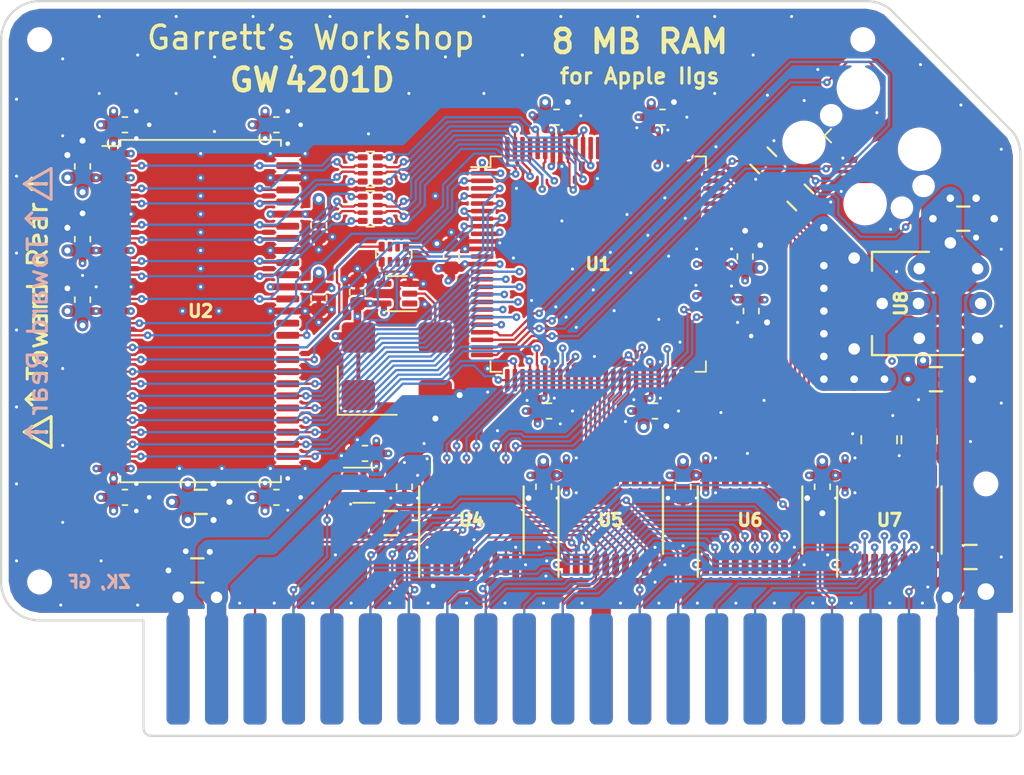
<source format=kicad_pcb>
(kicad_pcb (version 20221018) (generator pcbnew)
  (title_block (title "GW4203D (RAM2GS II)") (date "2020-08-02") (rev "1.0") (company "Garrett's Workshop"))
  (layers (0 "F.Cu" signal) (1 "In1.Cu" power) (2 "In2.Cu" power) (31 "B.Cu" signal) (34 "B.Paste" user) (35 "F.Paste" user) (36 "B.SilkS" user "B.Silkscreen") (37 "F.SilkS" user "F.Silkscreen") (38 "B.Mask" user) (39 "F.Mask" user) (44 "Edge.Cuts" user))
  (net 0 "")
  (net 1 "GND")
  (net 2 "/FA15")
  (net 3 "/FA14")
  (net 4 "/FA13")
  (net 5 "/FA12")
  (net 6 "/FA11")
  (net 7 "/FA10")
  (net 8 "/~{CRAS}")
  (net 9 "/ABORT")
  (net 10 "/PH2")
  (net 11 "/~{CSEL}")
  (net 12 "/~{CROMSEL}")
  (net 13 "/CROW1")
  (net 14 "/CROW0")
  (net 15 "/~{CCAS}")
  (net 16 "/~{FWE}")
  (net 17 "/FRA1")
  (net 18 "/FRA2")
  (net 19 "/FRA0")
  (net 20 "/FRA7")
  (net 21 "/FRA5")
  (net 22 "/FRA4")
  (net 23 "/FRA3")
  (net 24 "/FRA6")
  (net 25 "/FRA8")
  (net 26 "/FRA9")
  (net 27 "/FD2")
  (net 28 "/FD7")
  (net 29 "/FD0")
  (net 30 "/FD6")
  (net 31 "/FD4")
  (net 32 "/FD5")
  (net 33 "/FD3")
  (net 34 "/FD1")
  (net 35 "Net-(RN1-Pad1)")
  (net 36 "/AClk")
  (net 37 "/RClk")
  (net 38 "Net-(U1-Pad58)")
  (net 39 "Net-(U1-Pad61)")
  (net 40 "Net-(U1-Pad62)")
  (net 41 "Net-(U1-Pad64)")
  (net 42 "Net-(U1-Pad66)")
  (net 43 "Net-(U1-Pad75)")
  (net 44 "Net-(U1-Pad76)")
  (net 45 "Net-(U1-Pad77)")
  (net 46 "Net-(U1-Pad78)")
  (net 47 "Net-(U1-Pad81)")
  (net 48 "Net-(U1-Pad82)")
  (net 49 "Net-(U1-Pad83)")
  (net 50 "Net-(U1-Pad84)")
  (net 51 "Net-(U1-Pad85)")
  (net 52 "Net-(U1-Pad86)")
  (net 53 "Net-(U1-Pad87)")
  (net 54 "Net-(U1-Pad88)")
  (net 55 "+3V3")
  (net 56 "/Dout5")
  (net 57 "/Dout6")
  (net 58 "/Dout4")
  (net 59 "/Dout7")
  (net 60 "/Dout2")
  (net 61 "/Dout1")
  (net 62 "/Dout0")
  (net 63 "/Dout3")
  (net 64 "/Din3")
  (net 65 "/Din0")
  (net 66 "/Din1")
  (net 67 "/Din2")
  (net 68 "/Din7")
  (net 69 "/Din4")
  (net 70 "/Din6")
  (net 71 "/Din5")
  (net 72 "/~{WE}in")
  (net 73 "/Ain0")
  (net 74 "/Ain2")
  (net 75 "/Ain1")
  (net 76 "/PH2in")
  (net 77 "/~{CCAS}in")
  (net 78 "/CROWin0")
  (net 79 "/CROWin1")
  (net 80 "/~{CRAS}in")
  (net 81 "/RD0")
  (net 82 "/RD2")
  (net 83 "/RD1")
  (net 84 "/RD3")
  (net 85 "/RD1r")
  (net 86 "/RD0r")
  (net 87 "/RD2r")
  (net 88 "/RD3r")
  (net 89 "/RD7r")
  (net 90 "/RD6r")
  (net 91 "/RD4r")
  (net 92 "/RD5r")
  (net 93 "/RD7")
  (net 94 "/RD5")
  (net 95 "/RD6")
  (net 96 "/RD4")
  (net 97 "Net-(U1-Pad1)")
  (net 98 "/Ain7")
  (net 99 "/Ain5")
  (net 100 "/Ain4")
  (net 101 "/Ain3")
  (net 102 "/Ain6")
  (net 103 "/Ain8")
  (net 104 "/Ain9")
  (net 105 "/DQMH")
  (net 106 "/CKE")
  (net 107 "/RA11")
  (net 108 "/RA9")
  (net 109 "/RA8")
  (net 110 "/RA7")
  (net 111 "/RA6")
  (net 112 "/RA5")
  (net 113 "/RA4")
  (net 114 "/RA3")
  (net 115 "/RA2")
  (net 116 "/RA1")
  (net 117 "/RA0")
  (net 118 "/RA10")
  (net 119 "/BA1")
  (net 120 "/BA0")
  (net 121 "/R~{CS}")
  (net 122 "/R~{RAS}")
  (net 123 "/R~{CAS}")
  (net 124 "/R~{WE}")
  (net 125 "/DQML")
  (net 126 "Net-(RN4-Pad1)")
  (net 127 "Net-(RN4-Pad3)")
  (net 128 "Net-(RN4-Pad2)")
  (net 129 "Net-(RN4-Pad4)")
  (net 130 "Net-(RN5-Pad4)")
  (net 131 "Net-(RN5-Pad2)")
  (net 132 "Net-(RN5-Pad3)")
  (net 133 "Net-(RN5-Pad1)")
  (net 134 "Net-(U10-Pad2)")
  (net 135 "/TDI")
  (net 136 "Net-(J2-Pad8)")
  (net 137 "Net-(J2-Pad7)")
  (net 138 "Net-(J2-Pad6)")
  (net 139 "/TMS")
  (net 140 "/TDO")
  (net 141 "/TCK")
  (net 142 "+5V")
  (net 143 "Net-(U9-Pad1)")
  (net 144 "Net-(U10-Pad1)")
  (net 145 "Net-(R3-Pad2)")
  (net 146 "Net-(R3-Pad1)")
  (net 147 "Net-(RN1-Pad6)")
  (net 148 "Net-(RN1-Pad7)")
  (net 149 "Net-(RN1-Pad2)")
  (net 150 "Net-(RN1-Pad3)")
  (footprint "stdpads:AppleIIgsMemoryExpansion_Edge" (layer "F.Cu") (at 84.328 135.382)
    (fp_text reference "J1")
    (fp_text value "Memory Expansion")
  )
  (footprint "stdpads:Fiducial" (layer "F.Cu") (at 51.054 129.54)
    (fp_text reference "FID4")
    (fp_text value "Fiducial" hide)
  )
  (footprint "stdpads:C_0603" (layer "F.Cu") (at 75.7 108.05 90)
    (fp_text reference "C9")
    (fp_text value "2u2")
  )
  (footprint "stdpads:C_0603" (layer "F.Cu") (at 95.1 108.05 90)
    (fp_text reference "C14")
    (fp_text value "2u2")
  )
  (footprint "stdpads:C_0603" (layer "F.Cu") (at 82.15 118.25)
    (fp_text reference "C11")
    (fp_text value "2u2")
  )
  (footprint "stdpads:C_0603" (layer "F.Cu") (at 89.15 118.25)
    (fp_text reference "C12")
    (fp_text value "2u2")
  )
  (footprint "stdpads:C_0603" (layer "F.Cu") (at 82.65 98.85)
    (fp_text reference "C16")
    (fp_text value "2u2")
  )
  (footprint "stdpads:C_0603" (layer "F.Cu") (at 95.5 111.65 -90)
    (fp_text reference "C13")
    (fp_text value "2u2")
  )
  (footprint "stdpads:C_0603" (layer "F.Cu") (at 89.65 98.85)
    (fp_text reference "C15")
    (fp_text value "2u2")
  )
  (footprint "stdpads:C_0603" (layer "F.Cu") (at 51.35 106.9 90)
    (fp_text reference "C19")
    (fp_text value "2u2")
  )
  (footprint "stdpads:C_0603" (layer "F.Cu") (at 51.35 102.1 90)
    (fp_text reference "C18")
    (fp_text value "2u2")
  )
  (footprint "stdpads:C_0603" (layer "F.Cu") (at 54.15 99.35)
    (fp_text reference "C17")
    (fp_text value "2u2")
  )
  (footprint "stdpads:C_0603" (layer "F.Cu") (at 64.15 123.95)
    (fp_text reference "C22")
    (fp_text value "2u2")
  )
  (footprint "stdpads:C_0603" (layer "F.Cu") (at 64.15 99.35)
    (fp_text reference "C25")
    (fp_text value "2u2")
  )
  (footprint "stdpads:C_0603" (layer "F.Cu") (at 66.95 110.8 -90)
    (fp_text reference "C23")
    (fp_text value "2u2")
  )
  (footprint "stdpads:C_0603" (layer "F.Cu") (at 66.95 106 -90)
    (fp_text reference "C24")
    (fp_text value "2u2")
  )
  (footprint "stdpads:C_0603" (layer "F.Cu") (at 51.35 110.9 90)
    (fp_text reference "C20")
    (fp_text value "2u2")
  )
  (footprint "stdpads:C_0603" (layer "F.Cu") (at 54.15 123.95)
    (fp_text reference "C21")
    (fp_text value "2u2")
  )
  (footprint "stdpads:PasteHole_1.1mm_PTH" (layer "F.Cu") (at 110.998 130.175)
    (fp_text reference "H3")
    (fp_text value " " hide)
  )
  (footprint "stdpads:C_0603" (layer "F.Cu") (at 100.2 123.25 -90)
    (fp_text reference "C8")
    (fp_text value "2u2")
  )
  (footprint "stdpads:TSSOP-20_4.4x6.5mm_P0.65mm" (layer "F.Cu") (at 95.425 125.45)
    (fp_text reference "U6")
    (fp_text value "74LVC245APW")
  )
  (footprint "stdpads:C_0603" (layer "F.Cu") (at 91 123.25 -90)
    (fp_text reference "C7")
    (fp_text value "2u2")
  )
  (footprint "stdpads:C_0603" (layer "F.Cu") (at 81.8 123.25 -90)
    (fp_text reference "C6")
    (fp_text value "2u2")
  )
  (footprint "stdpads:TSSOP-20_4.4x6.5mm_P0.65mm" (layer "F.Cu") (at 104.625 125.45)
    (fp_text reference "U7")
    (fp_text value "74LVC245APW")
  )
  (footprint "stdpads:C_0603" (layer "F.Cu") (at 72.6 123.25 -90)
    (fp_text reference "C5")
    (fp_text value "2u2")
  )
  (footprint "stdpads:TSSOP-20_4.4x6.5mm_P0.65mm" (layer "F.Cu") (at 86.225 125.45)
    (fp_text reference "U5")
    (fp_text value "74LVC245APW")
  )
  (footprint "stdpads:C_0805" (layer "F.Cu") (at 58.928 128.778 180)
    (fp_text reference "C1")
    (fp_text value "10u")
  )
  (footprint "stdpads:C_0805" (layer "F.Cu") (at 109.982 127.889)
    (fp_text reference "C2")
    (fp_text value "10u")
  )
  (footprint "stdpads:Fiducial" (layer "F.Cu") (at 100.33 93.726)
    (fp_text reference "FID2")
    (fp_text value "Fiducial" hide)
  )
  (footprint "stdpads:SOT-223" (layer "F.Cu") (at 105.387 111.15)
    (fp_text reference "U8")
    (fp_text value "AZ1117CH-3.3")
  )
  (footprint "stdpads:C_0805" (layer "F.Cu") (at 109.5 105.55)
    (fp_text reference "C3")
    (fp_text value "10u")
  )
  (footprint "stdpads:C_0805" (layer "F.Cu") (at 107.7 116.15)
    (fp_text reference "C4")
    (fp_text value "10u")
  )
  (footprint "stdpads:R_0805" (layer "F.Cu") (at 96.3 101.7 -45)
    (fp_text reference "R1")
    (fp_text value "22k")
  )
  (footprint "stdpads:R_0805" (layer "F.Cu") (at 98.75 104.15 135)
    (fp_text reference "R2")
    (fp_text value "22k")
  )
  (footprint "stdpads:Fiducial" (layer "F.Cu") (at 51.054 93.726)
    (fp_text reference "FID1")
    (fp_text value "Fiducial" hide)
  )
  (footprint "stdpads:SOT-353" (layer "F.Cu") (at 69.9 123.15 180)
    (fp_text reference "U9")
    (fp_text value "74LVC1G04GW")
  )
  (footprint "stdpads:R_0805" (layer "F.Cu") (at 71.7 125.65)
    (fp_text reference "R3")
    (fp_text value "100")
  )
  (footprint "Connector:Tag-Connect_TC2050-IDC-FP_2x05_P1.27mm_Vertical" (layer "F.Cu") (at 103.474 101.415 -45)
    (fp_text reference "J2")
    (fp_text value "JTAG")
  )
  (footprint "stdpads:Fiducial" (layer "F.Cu") (at 110.998 125.603)
    (fp_text reference "FID3")
    (fp_text value "Fiducial" hide)
  )
  (footprint "stdpads:TSSOP-20_4.4x6.5mm_P0.65mm" (layer "F.Cu") (at 77.025 125.45)
    (fp_text reference "U4")
    (fp_text value "74AHCT245PW")
  )
  (footprint "stdpads:TQFP-100_14x14mm_P0.5mm" (layer "F.Cu") (at 85.4 108.55 -90)
    (fp_text reference "U1")
    (fp_text value "EPM240T100C5N")
  )
  (footprint "stdpads:TSOP-II-54_22.2x10.16mm_P0.8mm" (layer "F.Cu") (at 59.15 111.65)
    (fp_text reference "U2")
    (fp_text value "W9812G6KH-6")
  )
  (footprint "stdpads:R4_0402" (layer "F.Cu") (at 71.9 107.9)
    (fp_text reference "RN1")
    (fp_text value "4x33")
  )
  (footprint "stdpads:R4_0402" (layer "F.Cu") (at 70.35 102.3 -90)
    (fp_text reference "RN2")
    (fp_text value "4x33")
  )
  (footprint "stdpads:R4_0402" (layer "F.Cu") (at 70.35 104.9 -90)
    (fp_text reference "RN3")
    (fp_text value "4x33")
  )
  (footprint "stdpads:R4_0402" (layer "F.Cu") (at 103.95 120.15)
    (fp_text reference "RN4")
    (fp_text value "4x33")
  )
  (footprint "stdpads:R4_0402" (layer "F.Cu") (at 106.6 120.15)
    (fp_text reference "RN5")
    (fp_text value "4x33")
  )
  (footprint "stdpads:Crystal_SMD_7050-4Pin_7.0x5.0mm_SiTime" (layer "F.Cu") (at 72.1 115.3)
    (fp_text reference "U3")
    (fp_text value "60M")
  )
  (footprint "stdpads:SOT-353" (layer "F.Cu") (at 72.1 110.5)
    (fp_text reference "U10")
    (fp_text value "74LVC1G04GW")
  )
  (footprint "stdpads:C_0603" (layer "F.Cu") (at 69.5 110.4 90)
    (fp_text reference "C10")
    (fp_text value "2u2")
  )
  (footprint "stdpads:PasteHole_1.152mm_NPTH" (layer "F.Cu") (at 48.514 93.726)
    (fp_text reference "H1")
    (fp_text value " " hide)
  )
  (footprint "stdpads:PasteHole_1.152mm_NPTH" (layer "F.Cu") (at 102.87 93.726)
    (fp_text reference "H2")
    (fp_text value " " hide)
  )
  (footprint "stdpads:PasteHole_1.152mm_NPTH" (layer "F.Cu") (at 48.514 129.54)
    (fp_text reference "H4")
    (fp_text value " " hide)
  )
  (footprint "stdpads:PasteHole_1.152mm_NPTH" (layer "F.Cu") (at 110.998 123.063)
    (fp_text reference "H5")
    (fp_text value " " hide)
  )
  (footprint "stdpads:C_0805" (layer "F.Cu") (at 59.15 124.25)
    (fp_text reference "C26")
    (fp_text value "10u")
  )
  (footprint "stdpads:C_0603" (layer "F.Cu") (at 70 121.05 180)
    (fp_text reference "C27")
    (fp_text value "2u2")
  )
  (gr_line (start 48.895 119.634) (end 47.625 119.634) (stroke (width 0.2)) (layer "B.SilkS"))
  (gr_line (start 47.625 119.634) (end 48.006 120.015) (stroke (width 0.2)) (layer "B.SilkS"))
  (gr_line (start 47.625 119.634) (end 48.006 119.253) (stroke (width 0.2)) (layer "B.SilkS"))
  (gr_line (start 47.625 105.537) (end 48.006 105.918) (stroke (width 0.2)) (layer "B.SilkS"))
  (gr_line (start 47.498 103.251) (end 49.276 102.235) (stroke (width 0.2)) (layer "B.SilkS"))
  (gr_line (start 49.276 104.267) (end 47.498 103.251) (stroke (width 0.2)) (layer "B.SilkS"))
  (gr_line (start 47.625 105.537) (end 48.006 105.156) (stroke (width 0.2)) (layer "B.SilkS"))
  (gr_line (start 48.895 105.537) (end 47.625 105.537) (stroke (width 0.2)) (layer "B.SilkS"))
  (gr_line (start 49.276 102.235) (end 49.276 104.267) (stroke (width 0.2)) (layer "B.SilkS"))
  (gr_line (start 47.625 117.475) (end 48.006 117.094) (stroke (width 0.2)) (layer "F.SilkS"))
  (gr_line (start 47.625 117.475) (end 48.006 117.856) (stroke (width 0.2)) (layer "F.SilkS"))
  (gr_line (start 47.498 119.634) (end 49.276 120.65) (stroke (width 0.2)) (layer "F.SilkS"))
  (gr_line (start 49.276 118.618) (end 47.498 119.634) (stroke (width 0.2)) (layer "F.SilkS"))
  (gr_line (start 49.276 120.65) (end 49.276 118.618) (stroke (width 0.2)) (layer "F.SilkS"))
  (gr_line (start 48.895 117.475) (end 47.625 117.475) (stroke (width 0.2)) (layer "F.SilkS"))
  (gr_line (start 48.895 103.251) (end 47.625 103.251) (stroke (width 0.2)) (layer "F.SilkS"))
  (gr_line (start 47.625 103.251) (end 48.006 103.632) (stroke (width 0.2)) (layer "F.SilkS"))
  (gr_line (start 47.625 103.251) (end 48.006 102.87) (stroke (width 0.2)) (layer "F.SilkS"))
  (gr_line (start 112.776 139.7) (end 55.88 139.7) (stroke (width 0.15)) (layer "Edge.Cuts"))
  (gr_line (start 55.372 139.192) (end 55.372 132.08) (stroke (width 0.15)) (layer "Edge.Cuts"))
  (gr_arc (start 112.776 99.822) (mid 113.153656 100.542781) (end 113.284 101.346) (stroke (width 0.15)) (layer "Edge.Cuts"))
  (gr_line (start 45.974 129.54) (end 45.974 93.726) (stroke (width 0.15)) (layer "Edge.Cuts"))
  (gr_arc (start 48.514 132.08) (mid 46.717949 131.336051) (end 45.974 129.54) (stroke (width 0.15)) (layer "Edge.Cuts"))
  (gr_arc (start 45.974 93.726) (mid 46.717949 91.929949) (end 48.514 91.186) (stroke (width 0.15)) (layer "Edge.Cuts"))
  (gr_line (start 48.514 132.08) (end 55.372 132.08) (stroke (width 0.15)) (layer "Edge.Cuts"))
  (gr_line (start 103.124 91.186) (end 48.514 91.186) (stroke (width 0.15)) (layer "Edge.Cuts"))
  (gr_arc (start 113.284 139.192) (mid 113.13521 139.55121) (end 112.776 139.7) (stroke (width 0.15)) (layer "Edge.Cuts"))
  (gr_line (start 113.284 139.192) (end 113.284 101.346) (stroke (width 0.15)) (layer "Edge.Cuts"))
  (gr_line (start 112.776 99.822) (end 104.648 91.694) (stroke (width 0.15)) (layer "Edge.Cuts"))
  (gr_arc (start 103.124 91.186) (mid 103.927219 91.316344) (end 104.648 91.694) (stroke (width 0.15)) (layer "Edge.Cuts"))
  (gr_arc (start 55.88 139.7) (mid 55.52079 139.55121) (end 55.372 139.192) (stroke (width 0.15)) (layer "Edge.Cuts"))
  (gr_text "Toward Rear" (at 48.387 112.649 90) (layer "B.SilkS") (effects (font (size 1.27 1.27) (thickness 0.2)) (justify mirror)))
  (gr_text "!" (at 48.641 103.251 90) (layer "B.SilkS") (effects (font (size 0.762 0.762) (thickness 0.1905)) (justify mirror)))
  (gr_text "ZK, GF" (at 52.451 129.54) (layer "B.SilkS") (effects (font (size 0.8128 0.8128) (thickness 0.2032)) (justify mirror)))
  (gr_text "GW" (at 64.516 96.393) (layer "F.SilkS") (effects (font (size 1.5 1.5) (thickness 0.3)) (justify right)))
  (gr_text "4201D" (at 64.516 96.393) (layer "F.SilkS") (effects (font (size 1.5 1.5) (thickness 0.3)) (justify left)))
  (gr_text "for Apple IIgs" (at 88.138 96.139) (layer "F.SilkS") (effects (font (size 1.016 1.016) (thickness 0.2032))))
  (gr_text "Garrett’s Workshop" (at 66.421 93.599) (layer "F.SilkS") (effects (font (size 1.524 1.524) (thickness 0.225))))
  (gr_text "8 MB RAM" (at 88.138 93.853) (layer "F.SilkS") (effects (font (size 1.524 1.524) (thickness 0.3))))
  (gr_text "!" (at 48.641 119.634 90) (layer "F.SilkS") (effects (font (size 0.762 0.762) (thickness 0.1905))))
  (gr_text "Toward Rear" (at 48.387 110.363 90) (layer "F.SilkS") (effects (font (size 1.27 1.27) (thickness 0.2))))
  (segment (start 85.598 135.382) (end 85.598 130.556) (width 1.27) (layer "F.Cu") (net 1))
  (segment (start 57.658 135.382) (end 57.658 130.556) (width 1.27) (layer "F.Cu") (net 1))
  (segment (start 90.4 98.85) (end 90.4 97.85) (width 0.762) (layer "F.Cu") (net 1))
  (segment (start 83.4 98.85) (end 83.4 97.85) (width 0.762) (layer "F.Cu") (net 1))
  (segment (start 89.9 118.25) (end 89.9 119.25) (width 0.762) (layer "F.Cu") (net 1))
  (segment (start 94.2 107.55) (end 94.45 107.3) (width 0.508) (layer "F.Cu") (net 1))
  (segment (start 94.45 107.3) (end 95.1 107.3) (width 0.508) (layer "F.Cu") (net 1))
  (segment (start 76.35 107.3) (end 76.6 107.55) (width 0.508) (layer "F.Cu") (net 1))
  (segment (start 75.7 107.3) (end 76.35 107.3) (width 0.508) (layer "F.Cu") (net 1))
  (segment (start 95.1 107.3) (end 96.1 107.3) (width 0.762) (layer "F.Cu") (net 1))
  (segment (start 95.1 107.3) (end 95.1 106.35) (width 0.762) (layer "F.Cu") (net 1))
  (segment (start 95.5 112.4) (end 94.6 112.4) (width 0.5) (layer "F.Cu") (net 1))
  (segment (start 95.5 112.4) (end 96.55 112.4) (width 0.8) (layer "F.Cu") (net 1))
  (segment (start 91.25 98.85) (end 90.4 98.85) (width 0.508) (layer "F.Cu") (net 1))
  (segment (start 84.15 98.85) (end 84.25 98.75) (width 0.508) (layer "F.Cu") (net 1))
  (segment (start 83.4 98.85) (end 84.15 98.85) (width 0.508) (layer "F.Cu") (net 1))
  (segment (start 94.15 110.05) (end 94.2 110) (width 0.25) (layer "F.Cu") (net 1))
  (segment (start 93.0625 110.05) (end 94.15 110.05) (width 0.25) (layer "F.Cu") (net 1))
  (segment (start 82.9 99.9) (end 83 99.8) (width 0.3) (layer "F.Cu") (net 1))
  (segment (start 83 99.7) (end 83.05 99.7) (width 0.254) (layer "F.Cu") (net 1))
  (segment (start 82.9 100.875) (end 82.9 99.9) (width 0.3) (layer "F.Cu") (net 1))
  (segment (start 83 99.8) (end 83 99.7) (width 0.3) (layer "F.Cu") (net 1))
  (segment (start 89.9 100.875) (end 89.9 99.9) (width 0.3) (layer "F.Cu") (net 1))
  (segment (start 82.9 100.875) (end 82.9 102) (width 0.3) (layer "F.Cu") (net 1))
  (segment (start 90.35 99.7) (end 90 99.7) (width 0.4) (layer "F.Cu") (net 1))
  (segment (start 90.4 99.65) (end 90.35 99.7) (width 0.4) (layer "F.Cu") (net 1))
  (segment (start 89.9 99.9) (end 90 99.8) (width 0.3) (layer "F.Cu") (net 1))
  (segment (start 89.9 100.875) (end 89.9 101.95) (width 0.3) (layer "F.Cu") (net 1))
  (segment (start 90 99.8) (end 90 99.7) (width 0.3) (layer "F.Cu") (net 1))
  (segment (start 82.9 102) (end 83 102.1) (width 0.3) (layer "F.Cu") (net 1))
  (segment (start 90.4 98.85) (end 90.4 99.65) (width 0.5) (layer "F.Cu") (net 1))
  (segment (start 90 99.7) (end 90.05 99.7) (width 0.254) (layer "F.Cu") (net 1))
  (segment (start 89.9 101.95) (end 90 102.05) (width 0.3) (layer "F.Cu") (net 1))
  (segment (start 89.4 116.225) (end 89.4 115.1) (width 0.3) (layer "F.Cu") (net 1))
  (segment (start 91.95 110.05) (end 91.85 109.95) (width 0.3) (layer "F.Cu") (net 1))
  (segment (start 82.4 115.1) (end 82.55 114.95) (width 0.3) (layer "F.Cu") (net 1))
  (segment (start 82.4 116.225) (end 82.4 115.1) (width 0.3) (layer "F.Cu") (net 1))
  (segment (start 89.4 115.1) (end 89.5 115) (width 0.3) (layer "F.Cu") (net 1))
  (segment (start 77.725 107.55) (end 76.6 107.55) (width 0.3) (layer "F.Cu") (net 1))
  (segment (start 93.075 110.05) (end 91.95 110.05) (width 0.3) (layer "F.Cu") (net 1))
  (segment (start 77.725 107.05) (end 78.8 107.05) (width 0.3) (layer "F.Cu") (net 1))
  (segment (start 78.8 107.05) (end 78.9 107.15) (width 0.3) (layer "F.Cu") (net 1))
  (segment (start 82.9 118.25) (end 82.9 117.45) (width 0.5) (layer "F.Cu") (net 1))
  (segment (start 82.55 117.35) (end 82.9 117.35) (width 0.3) (layer "F.Cu") (net 1))
  (segment (start 82.5 117.4) (end 82.55 117.35) (width 0.3) (layer "F.Cu") (net 1))
  (segment (start 82.4 117.2) (end 82.5 117.3) (width 0.3) (layer "F.Cu") (net 1))
  (segment (start 82.5 117.3) (end 82.5 117.4) (width 0.3) (layer "F.Cu") (net 1))
  (segment (start 82.9 117.35) (end 82.9 117.45) (width 0.3) (layer "F.Cu") (net 1))
  (segment (start 89.55 117.35) (end 89.9 117.35) (width 0.3) (layer "F.Cu") (net 1))
  (segment (start 82.4 116.225) (end 82.4 117.2) (width 0.3) (layer "F.Cu") (net 1))
  (segment (start 89.9 117.35) (end 89.9 117.45) (width 0.3) (layer "F.Cu") (net 1))
  (segment (start 89.5 117.3) (end 89.5 117.4) (width 0.3) (layer "F.Cu") (net 1))
  (segment (start 89.9 118.25) (end 89.9 117.45) (width 0.5) (layer "F.Cu") (net 1))
  (segment (start 89.4 116.225) (end 89.4 117.2) (width 0.3) (layer "F.Cu") (net 1))
  (segment (start 89.4 117.2) (end 89.5 117.3) (width 0.3) (layer "F.Cu") (net 1))
  (segment (start 89.5 117.4) (end 89.55 117.35) (width 0.3) (layer "F.Cu") (net 1))
  (segment (start 83.4 99.65) (end 83.35 99.7) (width 0.4) (layer "F.Cu") (net 1))
  (segment (start 83.35 99.7) (end 83 99.7) (width 0.4) (layer "F.Cu") (net 1))
  (segment (start 83.4 98.85) (end 83.4 99.65) (width 0.5) (layer "F.Cu") (net 1))
  (segment (start 93.075 107.55) (end 94.2 107.55) (width 0.3) (layer "F.Cu") (net 1))
  (segment (start 64.9 102.85) (end 66.05 102.85) (width 0.45) (layer "F.Cu") (net 1))
  (segment (start 64.9 101.25) (end 66.05 101.25) (width 0.45) (layer "F.Cu") (net 1))
  (segment (start 64.9 122.05) (end 66.05 122.05) (width 0.45) (layer "F.Cu") (net 1))
  (segment (start 53.4 110.05) (end 54.55 110.05) (width 0.45) (layer "F.Cu") (net 1))
  (segment (start 64.9 101.25) (end 63.75 101.25) (width 0.45) (layer "F.Cu") (net 1))
  (segment (start 64.9 122.05) (end 63.75 122.05) (width 0.45) (layer "F.Cu") (net 1))
  (segment (start 53.4 110.05) (end 52.25 110.05) (width 0.45) (layer "F.Cu") (net 1))
  (segment (start 64.9 102.85) (end 63.75 102.85) (width 0.45) (layer "F.Cu") (net 1))
  (segment (start 64.9 111.65) (end 66.05 111.65) (width 0.45) (layer "F.Cu") (net 1))
  (segment (start 64.9 107.65) (end 63.75 107.65) (width 0.45) (layer "F.Cu") (net 1))
  (segment (start 51.35 110.15) (end 52.15 110.15) (width 0.508) (layer "F.Cu") (net 1))
  (segment (start 51.35 106.15) (end 51.35 105.2) (width 0.762) (layer "F.Cu") (net 1))
  (segment (start 52.15 110.15) (end 52.25 110.05) (width 0.508) (layer "F.Cu") (net 1))
  (segment (start 66.95 111.55) (end 66.15 111.55) (width 0.508) (layer "F.Cu") (net 1))
  (segment (start 64.9 111.65) (end 63.75 111.65) (width 0.45) (layer "F.Cu") (net 1))
  (segment (start 66.15 111.55) (end 66.05 111.65) (width 0.508) (layer "F.Cu") (net 1))
  (segment (start 53.4 105.25) (end 51.4 105.25) (width 0.508) (layer "F.Cu") (net 1))
  (segment (start 51.35 110.15) (end 50.35 110.15) (width 0.762) (layer "F.Cu") (net 1))
  (segment (start 51.4 105.25) (end 51.35 105.2) (width 0.508) (layer "F.Cu") (net 1))
  (segment (start 51.35 110.15) (end 51.35 109.3) (width 0.508) (layer "F.Cu") (net 1))
  (segment (start 51.35 106.15) (end 50.35 106.15) (width 0.8) (layer "F.Cu") (net 1))
  (segment (start 51.35 101.35) (end 51.35 100.4) (width 0.8) (layer "F.Cu") (net 1))
  (segment (start 51.35 101.35) (end 50.35 101.35) (width 0.8) (layer "F.Cu") (net 1))
  (segment (start 53.4 105.25) (end 54.55 105.25) (width 0.45) (layer "F.Cu") (net 1))
  (segment (start 100.2 124) (end 100.2 125) (width 0.8) (layer "F.Cu") (net 1))
  (segment (start 100.175 124) (end 99.2 124) (width 0.762) (layer "F.Cu") (net 1))
  (segment (start 100.175 124) (end 101.075 124) (width 0.508) (layer "F.Cu") (net 1))
  (segment (start 74.1 128.4) (end 74.1 127.25) (width 0.45) (layer "F.Cu") (net 1))
  (segment (start 90.975 124) (end 90 124) (width 0.6) (layer "F.Cu") (net 1))
  (segment (start 90.975 124) (end 91.875 124) (width 0.508) (layer "F.Cu") (net 1))
  (segment (start 81.775 124) (end 82.675 124) (width 0.508) (layer "F.Cu") (net 1))
  (segment (start 81.775 124) (end 80.8 124) (width 0.762) (layer "F.Cu") (net 1))
  (segment (start 89.15 128.4) (end 89.15 129.55) (width 0.45) (layer "F.Cu") (net 1))
  (segment (start 79.95 128.4) (end 79.95 127.25) (width 0.45) (layer "F.Cu") (net 1))
  (segment (start 72.575 124) (end 73.475 124) (width 0.508) (layer "F.Cu") (net 1))
  (segment (start 79.95 128.4) (end 80.6 128.4) (width 0.45) (layer "F.Cu") (net 1))
  (segment (start 108.537 113.45) (end 106.6 113.45) (width 1.27) (layer "F.Cu") (net 1))
  (segment (start 110.45 113.45) (end 108.537 113.45) (width 1.27) (layer "F.Cu") (net 1))
  (segment (start 72.95 109.85) (end 73.85 109.85) (width 0.4) (layer "F.Cu") (net 1))
  (segment (start 89.15 128.4) (end 89.8 128.4) (width 0.45) (layer "F.Cu") (net 1))
  (segment (start 89.15 128.4) (end 89.15 127.25) (width 0.45) (layer "F.Cu") (net 1))
  (segment (start 54.9 99.35) (end 55.75 99.35) (width 0.6) (layer "F.Cu") (net 1))
  (segment (start 110.35 105.55) (end 110.35 104.2) (width 1) (layer "F.Cu") (net 1))
  (segment (start 110.35 105.55) (end 110.35 106.8) (width 0.8) (layer "F.Cu") (net 1))
  (segment (start 67.818 135.382) (end 67.818 131.191) (width 0.25) (layer "F.Cu") (net 1))
  (segment (start 64.9 101.25) (end 64.9 100.6) (width 0.45) (layer "F.Cu") (net 1))
  (segment (start 69.25 121.05) (end 69.25 120.35) (width 0.5) (layer "F.Cu") (net 1))
  (segment (start 83.7 118.25) (end 82.9 118.25) (width 0.508) (layer "F.Cu") (net 1))
  (segment (start 66.95 112.4) (end 66.95 111.55) (width 0.508) (layer "F.Cu") (net 1))
  (segment (start 98.35 128.4) (end 98.35 127.25) (width 0.45) (layer "F.Cu") (net 1))
  (segment (start 69.5 109.65) (end 69.5 108.85) (width 0.5) (layer "F.Cu") (net 1))
  (segment (start 107.55 128.4) (end 107.95 128.4) (width 0.45) (layer "F.Cu") (net 1))
  (segment (start 93.0625 107.55) (end 91.9 107.55) (width 0.3) (layer "F.Cu") (net 1))
  (segment (start 93.15 122.5) (end 93.15 123.65) (width 0.45) (layer "F.Cu") (net 1))
  (segment (start 110.832 127.889) (end 112.014 127.889) (width 0.762) (layer "F.Cu") (net 1))
  (segment (start 58.078 128.778) (end 57.023 128.778) (width 0.762) (layer "F.Cu") (net 1))
  (segment (start 83.95 122.5) (end 83.95 123.65) (width 0.45) (layer "F.Cu") (net 1))
  (segment (start 69.25 121.05) (end 68.6 121.05) (width 0.5) (layer "F.Cu") (net 1))
  (segment (start 64.9 99.35) (end 65.75 99.35) (width 0.6) (layer "F.Cu") (net 1))
  (segment (start 60 124.25) (end 61.05 124.25) (width 0.8) (layer "F.Cu") (net 1))
  (segment (start 68.65 109.55) (end 68.75 109.65) (width 0.5) (layer "F.Cu") (net 1))
  (segment (start 67.85 106.75) (end 66.95 106.75) (width 0.5) (layer "F.Cu") (net 1))
  (segment (start 64.9 123.95) (end 64.9 124.8) (width 0.5) (layer "F.Cu") (net 1))
  (segment (start 66.9 107.65) (end 66.95 107.6) (width 0.45) (layer "F.Cu") (net 1))
  (segment (start 58.078 127.596) (end 58.166 127.508) (width 0.762) (layer "F.Cu") (net 1))
  (segment (start 107.45 127.25) (end 107.55 127.35) (width 0.45) (layer "F.Cu") (net 1))
  (segment (start 82.9 119.1) (end 82.9 118.25) (width 0.5) (layer "F.Cu") (net 1))
  (segment (start 64.9 122.05) (end 64.9 122.7) (width 0.45) (layer "F.Cu") (net 1))
  (segment (start 75.7 107.3) (end 74.85 107.3) (width 0.6) (layer "F.Cu") (net 1))
  (segment (start 67.8 111.55) (end 66.95 111.55) (width 0.5) (layer "F.Cu") (net 1))
  (segment (start 102.126962 100.965987) (end 101.55 101.542949) (width 0.55) (layer "F.Cu") (net 1))
  (segment (start 90.7 118.25) (end 89.9 118.25) (width 0.508) (layer "F.Cu") (net 1))
  (segment (start 64.9 99.35) (end 64.9 100.6) (width 0.6) (layer "F.Cu") (net 1))
  (segment (start 68.6 121.05) (end 68.45 121.2) (width 0.5) (layer "F.Cu") (net 1))
  (segment (start 110.35 105.55) (end 111.55 105.55) (width 1) (layer "F.Cu") (net 1))
  (segment (start 54.9 99.35) (end 54.9 100.25) (width 0.6) (layer "F.Cu") (net 1))
  (segment (start 69.45 120.15) (end 69.5 120.15) (width 0.5) (layer "F.Cu") (net 1))
  (segment (start 60 124.25) (end 60 123.05) (width 0.8) (layer "F.Cu") (net 1))
  (segment (start 79.95 128.4) (end 79.95 129.3) (width 0.45) (layer "F.Cu") (net 1))
  (segment (start 74.64 118.74) (end 74.65 118.75) (width 0.8) (layer "F.Cu") (net 1))
  (segment (start 95.5 113.3) (end 95.5 112.4) (width 0.6) (layer "F.Cu") (net 1))
  (segment (start 101.55 101.542949) (end 101.55 101.55) (width 0.5) (layer "F.Cu") (net 1))
  (segment (start 54.9 99.35) (end 54.9 98.45) (width 0.6) (layer "F.Cu") (net 1))
  (segment (start 68.75 109.65) (end 69.5 109.65) (width 0.5) (layer "F.Cu") (net 1))
  (segment (start 108.55 116.15) (end 110.1 116.15) (width 1) (layer "F.Cu") (net 1))
  (segment (start 74.1 128.4) (end 74.1 129.4) (width 0.45) (layer "F.Cu") (net 1))
  (segment (start 66.95 107.6) (end 66.95 106.75) (width 0.5) (layer "F.Cu") (net 1))
  (segment (start 72.95 109.35) (end 73.05 109.25) (width 0.4) (layer "F.Cu") (net 1))
  (segment (start 60 124.25) (end 60 125.45) (width 0.8) (layer "F.Cu") (net 1))
  (segment (start 58.078 128.778) (end 58.078 127.596) (width 0.762) (layer "F.Cu") (net 1))
  (segment (start 107.55 129.4828) (end 107.1626 129.8702) (width 0.45) (layer "F.Cu") (net 1))
  (segment (start 95.85 103) (end 95.8 102.95) (width 0.15) (layer "F.Cu") (net 1))
  (segment (start 110.998 130.175) (end 110.998 135.382) (width 1.524) (layer "F.Cu") (net 1))
  (segment (start 108.55 117.15) (end 108.55 116.15) (width 0.8) (layer "F.Cu") (net 1))
  (segment (start 99 128.4) (end 98.35 128.4) (width 0.45) (layer "F.Cu") (net 1))
  (segment (start 64.9 123.95) (end 64.9 122.7) (width 0.8) (layer "F.Cu") (net 1))
  (segment (start 108.55 113.463) (end 108.537 113.45) (width 1) (layer "F.Cu") (net 1))
  (segment (start 58.078 128.778) (end 58.078 130.136) (width 1) (layer "F.Cu") (net 1))
  (segment (start 108.55 116.15) (end 108.55 113.463) (width 1) (layer "F.Cu") (net 1))
  (segment (start 69.05 123.8) (end 69.05 124.4) (width 0.4) (layer "F.Cu") (net 1))
  (segment (start 96.343502 103) (end 95.85 103) (width 0.15) (layer "F.Cu") (net 1))
  (segment (start 64.9 107.65) (end 66.9 107.65) (width 0.45) (layer "F.Cu") (net 1))
  (segment (start 74.1 129.4) (end 74.5 129.8) (width 0.45) (layer "F.Cu") (net 1))
  (segment (start 74.85 107.3) (end 74.75 107.2) (width 0.6) (layer "F.Cu") (net 1))
  (segment (start 72.6 124) (end 71.7 124) (width 0.5) (layer "F.Cu") (net 1))
  (segment (start 93.15 122.5) (end 93.15 121.35) (width 0.45) (layer "F.Cu") (net 1))
  (segment (start 72.95 109.85) (end 72.95 109.35) (width 0.4) (layer "F.Cu") (net 1))
  (segment (start 102.35 123.65) (end 102.35 122.5) (width 0.45) (layer "F.Cu") (net 1))
  (segment (start 83.95 122.5) (end 83.95 121.35) (width 0.45) (layer "F.Cu") (net 1))
  (segment (start 69.25 120.35) (end 69.45 120.15) (width 0.5) (layer "F.Cu") (net 1))
  (segment (start 75.7 106.45) (end 75.7 107.3) (width 0.508) (layer "F.Cu") (net 1))
  (segment (start 107.55 128.4) (end 107.55 129.4828) (width 0.45) (layer "F.Cu") (net 1))
  (segment (start 74.64 117.205) (end 76.245 117.205) (width 0.8) (layer "F.Cu") (net 1))
  (segment (start 110.832 127.889) (end 110.832 130.009) (width 1) (layer "F.Cu") (net 1))
  (segment (start 102.35 122.5) (end 102.35 121.35) (width 0.45) (layer "F.Cu") (net 1))
  (segment (start 107.55 127.35) (end 107.55 128.4) (width 0.45) (layer "F.Cu") (net 1))
  (segment (start 64.9 123.95) (end 65.75 123.95) (width 0.6) (layer "F.Cu") (net 1))
  (segment (start 110.832 130.009) (end 110.998 130.175) (width 1) (layer "F.Cu") (net 1))
  (segment (start 76.245 117.205) (end 76.25 117.2) (width 0.8) (layer "F.Cu") (net 1))
  (segment (start 64.9 99.35) (end 64.9 98.45) (width 0.6) (layer "F.Cu") (net 1))
  (segment (start 54.9 123.95) (end 54.9 123.05) (width 0.6) (layer "F.Cu") (net 1))
  (segment (start 54.9 123.95) (end 54.9 124.85) (width 0.6) (layer "F.Cu") (net 1))
  (segment (start 98.35 128.4) (end 98.35 129.3) (width 0.45) (layer "F.Cu") (net 1))
  (segment (start 96.971751 102.371751) (end 96.343502 103) (width 0.15) (layer "F.Cu") (net 1))
  (segment (start 58.078 130.136) (end 57.658 130.556) (width 1) (layer "F.Cu") (net 1))
  (segment (start 54.9 123.95) (end 55.75 123.95) (width 0.6) (layer "F.Cu") (net 1))
  (segment (start 74.64 117.205) (end 74.64 118.74) (width 0.8) (layer "F.Cu") (net 1))
  (via (at 112.014 100.965) (size 0.5) (drill 0.2) (layers "F.Cu" "B.Cu") (net 1))
  (via (at 74.168 130.937) (size 0.5) (drill 0.2) (layers "F.Cu" "B.Cu") (net 1))
  (via (at 102.108 130.937) (size 0.5) (drill 0.2) (layers "F.Cu" "B.Cu") (net 1))
  (via (at 64.008 130.937) (size 0.5) (drill 0.2) (layers "F.Cu" "B.Cu") (net 1))
  (via (at 57.658 130.556) (size 1.524) (drill 0.762) (layers "F.Cu" "B.Cu") (net 1))
  (via (at 104.648 130.937) (size 0.5) (drill 0.2) (layers "F.Cu" "B.Cu") (net 1))
  (via (at 61.722 130.937) (size 0.5) (drill 0.2) (layers "F.Cu" "B.Cu") (net 1))
  (via (at 106.68 95.377) (size 0.5) (drill 0.2) (layers "F.Cu" "B.Cu") (net 1))
  (via (at 98.171 92.202) (size 0.5) (drill 0.2) (layers "F.Cu" "B.Cu") (net 1))
  (via (at 93.091 92.202) (size 0.5) (drill 0.2) (layers "F.Cu" "B.Cu") (net 1))
  (via (at 88.011 92.202) (size 0.5) (drill 0.2) (layers "F.Cu" "B.Cu") (net 1))
  (via (at 82.931 92.202) (size 0.5) (drill 0.2) (layers "F.Cu" "B.Cu") (net 1))
  (via (at 77.851 92.202) (size 0.5) (drill 0.2) (layers "F.Cu" "B.Cu") (net 1))
  (via (at 72.771 92.202) (size 0.5) (drill 0.2) (layers "F.Cu" "B.Cu") (net 1))
  (via (at 67.691 92.202) (size 0.5) (drill 0.2) (layers "F.Cu" "B.Cu") (net 1))
  (via (at 62.611 92.202) (size 0.5) (drill 0.2) (layers "F.Cu" "B.Cu") (net 1))
  (via (at 57.531 92.202) (size 0.5) (drill 0.2) (layers "F.Cu" "B.Cu") (net 1))
  (via (at 94.488 130.937) (size 0.5) (drill 0.2) (layers "F.Cu" "B.Cu") (net 1))
  (via (at 70.231 94.869) (size 0.5) (drill 0.2) (layers "F.Cu" "B.Cu") (net 1))
  (via (at 65.151 94.869) (size 0.5) (drill 0.2) (layers "F.Cu" "B.Cu") (net 1))
  (via (at 60.071 94.869) (size 0.5) (drill 0.2) (layers "F.Cu" "B.Cu") (net 1))
  (via (at 75.311 94.869) (size 0.5) (drill 0.2) (layers "F.Cu" "B.Cu") (net 1))
  (via (at 46.99 117.983) (size 0.5) (drill 0.2) (layers "F.Cu" "B.Cu") (net 1))
  (via (at 46.99 112.903) (size 0.5) (drill 0.2) (layers "F.Cu" "B.Cu") (net 1))
  (via (at 46.99 107.823) (size 0.5) (drill 0.2) (layers "F.Cu" "B.Cu") (net 1))
  (via (at 81.788 130.937) (size 0.5) (drill 0.2) (layers "F.Cu" "B.Cu") (net 1))
  (via (at 91.948 130.937) (size 0.5) (drill 0.2) (layers "F.Cu" "B.Cu") (net 1))
  (via (at 89.408 130.937) (size 0.5) (drill 0.2) (layers "F.Cu" "B.Cu") (net 1))
  (via (at 97.028 130.937) (size 0.5) (drill 0.2) (layers "F.Cu" "B.Cu") (net 1))
  (via (at 69.088 130.937) (size 0.5) (drill 0.2) (layers "F.Cu" "B.Cu") (net 1))
  (via (at 52.578 128.143) (size 0.5) (drill 0.2) (layers "F.Cu" "B.Cu") (net 1))
  (via (at 112.014 117.729) (size 0.5) (drill 0.2) (layers "F.Cu" "B.Cu") (net 1))
  (via (at 54.991 131.064) (size 0.5) (drill 0.2) (layers "F.Cu" "B.Cu") (net 1))
  (via (at 49.911 131.064) (size 0.5) (drill 0.2) (layers "F.Cu" "B.Cu") (net 1))
  (via (at 79.248 130.937) (size 0.5) (drill 0.2) (layers "F.Cu" "B.Cu") (net 1))
  (via (at 76.708 130.937) (size 0.5) (drill 0.2) (layers "F.Cu" "B.Cu") (net 1))
  (via (at 71.628 130.937) (size 0.5) (drill 0.2) (layers "F.Cu" "B.Cu") (net 1))
  (via (at 86.868 130.937) (size 0.5) (drill 0.2) (layers "F.Cu" "B.Cu") (net 1))
  (via (at 84.328 130.937) (size 0.5) (drill 0.2) (layers "F.Cu" "B.Cu") (net 1))
  (via (at 66.548 130.937) (size 0.5) (drill 0.2) (layers "F.Cu" "B.Cu") (net 1))
  (via (at 109.347 98.044) (size 0.5) (drill 0.2) (layers "F.Cu" "B.Cu") (net 1))
  (via (at 89.9 119.25) (size 0.762) (drill 0.381) (layers "F.Cu" "B.Cu") (net 1))
  (via (at 76.6 107.55) (size 0.5) (drill 0.2) (layers "F.Cu" "B.Cu") (net 1))
  (via (at 94.2 107.55) (size 0.5) (drill 0.2) (layers "F.Cu" "B.Cu") (net 1))
  (via (at 90 99.7) (size 0.5) (drill 0.2) (layers "F.Cu" "B.Cu") (net 1))
  (via (at 83.4 97.85) (size 0.762) (drill 0.381) (layers "F.Cu" "B.Cu") (net 1))
  (via (at 90.4 97.85) (size 0.762) (drill 0.381) (layers "F.Cu" "B.Cu") (net 1))
  (via (at 78.9 107.15) (size 0.5) (drill 0.2) (layers "F.Cu" "B.Cu") (net 1))
  (via (at 83 102.1) (size 0.5) (drill 0.2) (layers "F.Cu" "B.Cu") (net 1))
  (via (at 90 102.05) (size 0.5) (drill 0.2) (layers "F.Cu" "B.Cu") (net 1))
  (via (at 89.5 115) (size 0.5) (drill 0.2) (layers "F.Cu" "B.Cu") (net 1))
  (via (at 91.85 109.95) (size 0.5) (drill 0.2) (layers "F.Cu" "B.Cu") (net 1))
  (via (at 82.55 114.95) (size 0.5) (drill 0.2) (layers "F.Cu" "B.Cu") (net 1))
  (via (at 84.25 98.75) (size 0.5) (drill 0.2) (layers "F.Cu" "B.Cu") (net 1))
  (via (at 96.1 107.3) (size 0.762) (drill 0.381) (layers "F.Cu" "B.Cu") (net 1))
  (via (at 95.1 106.35) (size 0.762) (drill 0.381) (layers "F.Cu" "B.Cu") (net 1))
  (via (at 94.6 112.4) (size 0.5) (drill 0.2) (layers "F.Cu" "B.Cu") (net 1))
  (via (at 96.55 112.4) (size 0.8) (drill 0.4) (layers "F.Cu" "B.Cu") (net 1))
  (via (at 91.25 98.85) (size 0.5) (drill 0.2) (layers "F.Cu" "B.Cu") (net 1))
  (via (at 94.2 110) (size 0.5) (drill 0.2) (layers "F.Cu" "B.Cu") (net 1))
  (via (at 80 103.55) (size 0.5) (drill 0.2) (layers "F.Cu" "B.Cu") (net 1))
  (via (at 83 99.7) (size 0.5) (drill 0.2) (layers "F.Cu" "B.Cu") (net 1))
  (via (at 89.5 117.4) (size 0.5) (drill 0.2) (layers "F.Cu" "B.Cu") (net 1))
  (via (at 82.5 117.4) (size 0.5) (drill 0.2) (layers "F.Cu" "B.Cu") (net 1))
  (via (at 85.35 102.9) (size 0.5) (drill 0.2) (layers "F.Cu" "B.Cu") (net 1))
  (via (at 72.898 97.282) (size 0.5) (drill 0.2) (layers "F.Cu" "B.Cu") (net 1))
  (via (at 66.05 101.25) (size 0.5) (drill 0.2) (layers "F.Cu" "B.Cu") (net 1))
  (via (at 63.75 101.25) (size 0.5) (drill 0.2) (layers "F.Cu" "B.Cu") (net 1))
  (via (at 66.05 102.85) (size 0.5) (drill 0.2) (layers "F.Cu" "B.Cu") (net 1))
  (via (at 66.05 122.05) (size 0.5) (drill 0.2) (layers "F.Cu" "B.Cu") (net 1))
  (via (at 52.25 110.05) (size 0.5) (drill 0.2) (layers "F.Cu" "B.Cu") (net 1))
  (via (at 54.55 110.05) (size 0.5) (drill 0.2) (layers "F.Cu" "B.Cu") (net 1))
  (via (at 63.75 102.85) (size 0.5) (drill 0.2) (layers "F.Cu" "B.Cu") (net 1))
  (via (at 63.75 122.05) (size 0.5) (drill 0.2) (layers "F.Cu" "B.Cu") (net 1))
  (via (at 66.05 111.65) (size 0.5) (drill 0.2) (layers "F.Cu" "B.Cu") (net 1))
  (via (at 63.75 107.65) (size 0.5) (drill 0.2) (layers "F.Cu" "B.Cu") (net 1))
  (via (at 59.15 108.85) (size 0.5) (drill 0.2) (layers "F.Cu" "B.Cu") (net 1))
  (via (at 60.55 122.05) (size 0.5) (drill 0.2) (layers "F.Cu" "B.Cu") (net 1))
  (via (at 59.15 106.45) (size 0.5) (drill 0.2) (layers "F.Cu" "B.Cu") (net 1))
  (via (at 57.75 122.05) (size 0.5) (drill 0.2) (layers "F.Cu" "B.Cu") (net 1))
  (via (at 59.15 104.05) (size 0.5) (drill 0.2) (layers "F.Cu" "B.Cu") (net 1))
  (via (at 63.75 111.65) (size 0.5) (drill 0.2) (layers "F.Cu" "B.Cu") (net 1))
  (via (at 50.35 110.15) (size 0.762) (drill 0.381) (layers "F.Cu" "B.Cu") (net 1))
  (via (at 51.35 105.2) (size 0.762) (drill 0.381) (layers "F.Cu" "B.Cu") (net 1))
  (via (at 51.35 109.3) (size 0.5) (drill 0.2) (layers "F.Cu" "B.Cu") (net 1))
  (via (at 57.95 111.65) (size 0.5) (drill 0.2) (layers "F.Cu" "B.Cu") (net 1))
  (via (at 60.35 111.65) (size 0.5) (drill 0.2) (layers "F.Cu" "B.Cu") (net 1))
  (via (at 59.15 110.05) (size 0.5) (drill 0.2) (layers "F.Cu" "B.Cu") (net 1))
  (via (at 59.15 107.65) (size 0.5) (drill 0.2) (layers "F.Cu" "B.Cu") (net 1))
  (via (at 59.15 102.85) (size 0.5) (drill 0.2) (layers "F.Cu" "B.Cu") (net 1))
  (via (at 59.15 101.25) (size 0.5) (drill 0.2) (layers "F.Cu" "B.Cu") (net 1))
  (via (at 59.15 105.25) (size 0.5) (drill 0.2) (layers "F.Cu" "B.Cu") (net 1))
  (via (at 60.06 99.799) (size 0.5) (drill 0.2) (layers "F.Cu" "B.Cu") (net 1))
  (via (at 50.35 106.15) (size 0.8) (drill 0.4) (layers "F.Cu" "B.Cu") (net 1))
  (via (at 51.35 100.4) (size 0.8) (drill 0.4) (layers "F.Cu" "B.Cu") (net 1))
  (via (at 50.35 101.35) (size 0.8) (drill 0.4) (layers "F.Cu" "B.Cu") (net 1))
  (via (at 54.55 105.25) (size 0.5) (drill 0.2) (layers "F.Cu" "B.Cu") (net 1))
  (via (at 99.568 130.937) (size 0.5) (drill 0.2) (layers "F.Cu" "B.Cu") (net 1))
  (via (at 106.807 130.937) (size 0.5) (drill 0.2) (layers "F.Cu" "B.Cu") (net 1))
  (via (at 100.2 125) (size 0.8) (drill 0.4) (layers "F.Cu" "B.Cu") (net 1))
  (via (at 101.075 124) (size 0.5) (drill 0.2) (layers "F.Cu" "B.Cu") (net 1))
  (via (at 74.1 127.25) (size 0.5) (drill 0.2) (layers "F.Cu" "B.Cu") (net 1))
  (via (at 90 124) (size 0.6) (drill 0.3) (layers "F.Cu" "B.Cu") (net 1))
  (via (at 91.875 124) (size 0.5) (drill 0.2) (layers "F.Cu" "B.Cu") (net 1))
  (via (at 73.475 124) (size 0.5) (drill 0.2) (layers "F.Cu" "B.Cu") (net 1))
  (via (at 80.8 124) (size 0.762) (drill 0.381) (layers "F.Cu" "B.Cu") (net 1))
  (via (at 82.675 124) (size 0.5) (drill 0.2) (layers "F.Cu" "B.Cu") (net 1))
  (via (at 89.15 129.55) (size 0.5) (drill 0.2) (layers "F.Cu" "B.Cu") (net 1))
  (via (at 89.8 128.4) (size 0.5) (drill 0.2) (layers "F.Cu" "B.Cu") (net 1))
  (via (at 89.15 127.25) (size 0.5) (drill 0.2) (layers "F.Cu" "B.Cu") (net 1))
  (via (at 80.6 128.4) (size 0.5) (drill 0.2) (layers "F.Cu" "B.Cu") (net 1))
  (via (at 79.95 127.25) (size 0.5) (drill 0.2) (layers "F.Cu" "B.Cu") (net 1))
  (via (at 99.2 124) (size 0.762) (drill 0.381) (layers "F.Cu" "B.Cu") (net 1))
  (via (at 81.95 129.15) (size 0.5) (drill 0.2) (layers "F.Cu" "B.Cu") (net 1))
  (via (at 93.175 100.8) (size 0.5) (drill 0.2) (layers "F.Cu" "B.Cu") (net 1))
  (via (at 86.2 107.775) (size 0.5) (drill 0.2) (layers "F.Cu" "B.Cu") (net 1))
  (via (at 87.55 109.125) (size 0.5) (drill 0.2) (layers "F.Cu" "B.Cu") (net 1))
  (via (at 89.8 104.175) (size 0.5) (drill 0.2) (layers "F.Cu" "B.Cu") (net 1))
  (via (at 91.15 105.525) (size 0.5) (drill 0.2) (layers "F.Cu" "B.Cu") (net 1))
  (via (at 85.075 110.25) (size 0.5) (drill 0.2) (layers "F.Cu" "B.Cu") (net 1))
  (via (at 88.675 106.65) (size 0.5) (drill 0.2) (layers "F.Cu" "B.Cu") (net 1))
  (via (at 83.7 108.875) (size 0.5) (drill 0.2) (layers "F.Cu" "B.Cu") (net 1))
  (via (at 87.3 105.275) (size 0.5) (drill 0.2) (layers "F.Cu" "B.Cu") (net 1))
  (via (at 90.05 108.025) (size 0.5) (drill 0.2) (layers "F.Cu" "B.Cu") (net 1))
  (via (at 86.45 111.625) (size 0.5) (drill 0.2) (layers "F.Cu" "B.Cu") (net 1))
  (via (at 96.575 97.4) (size 0.5) (drill 0.2) (layers "F.Cu" "B.Cu") (net 1))
  (via (at 99 97.75) (size 0.5) (drill 0.2) (layers "F.Cu" "B.Cu") (net 1))
  (via (at 68.05 127.75) (size 0.5) (drill 0.2) (layers "F.Cu" "B.Cu") (net 1))
  (via (at 91 127.15) (size 0.5) (drill 0.2) (layers "F.Cu" "B.Cu") (net 1))
  (via (at 100.55 127.75) (size 0.5) (drill 0.2) (layers "F.Cu" "B.Cu") (net 1))
  (via (at 78.1 115.45) (size 0.5) (drill 0.2) (layers "F.Cu" "B.Cu") (net 1))
  (via (at 74.65 104.05) (size 0.5) (drill 0.2) (layers "F.Cu" "B.Cu") (net 1))
  (via (at 83 105.7) (size 0.5) (drill 0.2) (layers "F.Cu" "B.Cu") (net 1))
  (via (at 89.4 112.2) (size 0.5) (drill 0.2) (layers "F.Cu" "B.Cu") (net 1))
  (via (at 112.014 127.889) (size 0.5) (drill 0.2) (layers "F.Cu" "B.Cu") (net 1))
  (via (at 105.275 121.2) (size 0.5) (drill 0.2) (layers "F.Cu" "B.Cu") (net 1))
  (via (at 112.014 112.649) (size 0.5) (drill 0.2) (layers "F.Cu" "B.Cu") (net 1))
  (via (at 106.6 113.45) (size 1.524) (drill 0.762) (layers "F.Cu" "B.Cu") (net 1))
  (via (at 110.45 113.45) (size 1.524) (drill 0.762) (layers "F.Cu" "B.Cu") (net 1))
  (via (at 109.982 120.269) (size 0.5) (drill 0.2) (layers "F.Cu" "B.Cu") (net 1))
  (via (at 82 128.15) (size 0.5) (drill 0.2) (layers "F.Cu" "B.Cu") (net 1))
  (via (at 81.5 127.25) (size 0.5) (drill 0.2) (layers "F.Cu" "B.Cu") (net 1))
  (via (at 54.991 94.742) (size 0.5) (drill 0.2) (layers "F.Cu" "B.Cu") (net 1))
  (via (at 52.451 97.282) (size 0.5) (drill 0.2) (layers "F.Cu" "B.Cu") (net 1))
  (via (at 57.531 97.282) (size 0.5) (drill 0.2) (layers "F.Cu" "B.Cu") (net 1))
  (via (at 80.391 94.742) (size 0.5) (drill 0.2) (layers "F.Cu" "B.Cu") (net 1))
  (via (at 77.851 97.282) (size 0.5) (drill 0.2) (layers "F.Cu" "B.Cu") (net 1))
  (via (at 95.631 94.742) (size 0.5) (drill 0.2) (layers "F.Cu" "B.Cu") (net 1))
  (via (at 93.091 97.282) (size 0.5) (drill 0.2) (layers "F.Cu" "B.Cu") (net 1))
  (via (at 95.25 121.05) (size 0.5) (drill 0.2) (layers "F.Cu" "B.Cu") (net 1))
  (via (at 104.85 118.55) (size 0.5) (drill 0.2) (layers "F.Cu" "B.Cu") (net 1))
  (via (at 73.85 109.85) (size 0.5) (drill 0.2) (layers "F.Cu" "B.Cu") (net 1))
  (via (at 50.038 115.443) (size 0.5) (drill 0.2) (layers "F.Cu" "B.Cu") (net 1))
  (via (at 50.038 120.523) (size 0.5) (drill 0.2) (layers "F.Cu" "B.Cu") (net 1))
  (via (at 46.99 123.063) (size 0.5) (drill 0.2) (layers "F.Cu" "B.Cu") (net 1))
  (via (at 50.038 125.603) (size 0.5) (drill 0.2) (layers "F.Cu" "B.Cu") (net 1))
  (via (at 46.99 128.143) (size 0.5) (drill 0.2) (layers "F.Cu" "B.Cu") (net 1))
  (via (at 50.038 100.076) (size 0.5) (drill 0.2) (layers "F.Cu" "B.Cu") (net 1))
  (via (at 106.55 117.5) (size 0.5) (drill 0.2) (layers "F.Cu" "B.Cu") (net 1))
  (via (at 107.1626 129.8702) (size 0.5) (drill 0.2) (layers "F.Cu" "B.Cu") (net 1))
  (via (at 79.8 108.15) (size 0.5) (drill 0.2) (layers "F.Cu" "B.Cu") (net 1))
  (via (at 85.15 114.65) (size 0.5) (drill 0.2) (layers "F.Cu" "B.Cu") (net 1))
  (via (at 90.8 113.7) (size 0.5) (drill 0.2) (layers "F.Cu" "B.Cu") (net 1))
  (via (at 81 110.95) (size 0.5) (drill 0.2) (layers "F.Cu" "B.Cu") (net 1))
  (via (at 50.038 94.996) (size 0.5) (drill 0.2) (layers "F.Cu" "B.Cu") (net 1))
  (via (at 102.2 119.75) (size 0.5) (drill 0.2) (layers "F.Cu" "B.Cu") (net 1))
  (via (at 70.231 99.949) (size 0.5) (drill 0.2) (layers "F.Cu" "B.Cu") (net 1))
  (via (at 87.2 118.95) (size 0.5) (drill 0.2) (layers "F.Cu" "B.Cu") (net 1))
  (via (at 87.75 117.5) (size 0.5) (drill 0.2) (layers "F.Cu" "B.Cu") (net 1))
  (via (at 112.014 107.569) (size 0.5) (drill 0.2) (layers "F.Cu" "B.Cu") (net 1))
  (via (at 80.7 117.55) (size 0.5) (drill 0.2) (layers "F.Cu" "B.Cu") (net 1))
  (via (at 100.75 104.45) (size 0.5) (drill 0.2) (layers "F.Cu" "B.Cu") (net 1))
  (via (at 83.275 112.05) (size 0.5) (drill 0.2) (layers "F.Cu" "B.Cu") (net 1))
  (via (at 82.6 111.375) (size 0.5) (drill 0.2) (layers "F.Cu" "B.Cu") (net 1))
  (via (at 83.95 112.725) (size 0.5) (drill 0.2) (layers "F.Cu" "B.Cu") (net 1))
  (via (at 46.99 102.743) (size 0.5) (drill 0.2) (layers "F.Cu" "B.Cu") (net 1))
  (via (at 46.99 97.663) (size 0.5) (drill 0.2) (layers "F.Cu" "B.Cu") (net 1))
  (via (at 96.35 117.55) (size 0.5) (drill 0.2) (layers "F.Cu" "B.Cu") (net 1))
  (via (at 93.5 118.35) (size 0.5) (drill 0.2) (layers "F.Cu" "B.Cu") (net 1))
  (via (at 105.1 109.05) (size 0.5) (drill 0.2) (layers "F.Cu" "B.Cu") (net 1))
  (via (at 104.7 106.25) (size 0.5) (drill 0.2) (layers "F.Cu" "B.Cu") (net 1))
  (via (at 101.45 103.75) (size 0.5) (drill 0.2) (layers "F.Cu" "B.Cu") (net 1))
  (via (at 103.8 98.55) (size 0.5) (drill 0.2) (layers "F.Cu" "B.Cu") (net 1))
  (via (at 99.9 95.7) (size 0.5) (drill 0.2) (layers "F.Cu" "B.Cu") (net 1))
  (via (at 97 100.4) (size 0.5) (drill 0.2) (layers "F.Cu" "B.Cu") (net 1))
  (via (at 87.95 99.55) (size 0.5) (drill 0.2) (layers "F.Cu" "B.Cu") (net 1))
  (via (at 77.2 126.75) (size 0.5) (drill 0.2) (layers "F.Cu" "B.Cu") (net 1))
  (via (at 86.8 125) (size 0.5) (drill 0.2) (layers "F.Cu" "B.Cu") (net 1))
  (via (at 73.9 120.4) (size 0.5) (drill 0.2) (layers "F.Cu" "B.Cu") (net 1))
  (via (at 78.75 119.55) (size 0.5) (drill 0.2) (layers "F.Cu" "B.Cu") (net 1))
  (via (at 73.95 111.2) (size 0.5) (drill 0.2) (layers "F.Cu" "B.Cu") (net 1))
  (via (at 78.1 117) (size 0.5) (drill 0.2) (layers "F.Cu" "B.Cu") (net 1))
  (via (at 52.451 92.202) (size 0.5) (drill 0.2) (layers "F.Cu" "B.Cu") (net 1))
  (via (at 67.8 111.55) (size 0.5) (drill 0.2) (layers "F.Cu" "B.Cu") (net 1))
  (via (at 83.95 121.35) (size 0.5) (drill 0.2) (layers "F.Cu" "B.Cu") (net 1))
  (via (at 95.8 102.95) (size 0.5) (drill 0.2) (layers "F.Cu" "B.Cu") (net 1))
  (via (at 64.9 124.8) (size 0.5) (drill 0.2) (layers "F.Cu" "B.Cu") (net 1))
  (via (at 54.9 124.85) (size 0.6) (drill 0.3) (layers "F.Cu" "B.Cu") (net 1))
  (via (at 66.95 107.6) (size 0.5) (drill 0.2) (layers "F.Cu" "B.Cu") (net 1))
  (via (at 74.75 107.2) (size 0.6) (drill 0.3) (layers "F.Cu" "B.Cu") (net 1))
  (via (at 55.75 99.35) (size 0.6) (drill 0.3) (layers "F.Cu" "B.Cu") (net 1))
  (via (at 60 123.05) (size 0.8) (drill 0.4) (layers "F.Cu" "B.Cu") (net 1))
  (via (at 68.65 109.55) (size 0.5) (drill 0.2) (layers "F.Cu" "B.Cu") (net 1))
  (via (at 73.05 109.25) (size 0.5) (drill 0.2) (layers "F.Cu" "B.Cu") (net 1))
  (via (at 93.15 123.65) (size 0.5) (drill 0.2) (layers "F.Cu" "B.Cu") (net 1))
  (via (at 99 128.4) (size 0.5) (drill 0.2) (layers "F.Cu" "B.Cu") (net 1))
  (via (at 64.9 100.6) (size 0.6) (drill 0.3) (layers "F.Cu" "B.Cu") (net 1))
  (via (at 93.15 121.35) (size 0.5) (drill 0.2) (layers "F.Cu" "B.Cu") (net 1))
  (via (at 64.9 122.7) (size 0.6) (drill 0.3) (layers "F.Cu" "B.Cu") (net 1))
  (via (at 71.7 124) (size 0.5) (drill 0.2) (layers "F.Cu" "B.Cu") (net 1))
  (via (at 101.55 101.55) (size 0.5) (drill 0.2) (layers "F.Cu" "B.Cu") (net 1))
  (via (at 61.05 124.25) (size 0.8) (drill 0.4) (layers "F.Cu" "B.Cu") (net 1))
  (via (at 54.9 123.05) (size 0.6) (drill 0.3) (layers "F.Cu" "B.Cu") (net 1))
  (via (at 55.75 123.95) (size 0.6) (drill 0.3) (layers "F.Cu" "B.Cu") (net 1))
  (via (at 69.5 108.85) (size 0.5) (drill 0.2) (layers "F.Cu" "B.Cu") (net 1))
  (via (at 83.95 123.65) (size 0.5) (drill 0.2) (layers "F.Cu" "B.Cu") (net 1))
  (via (at 54.9 98.45) (size 0.6) (drill 0.3) (layers "F.Cu" "B.Cu") (net 1))
  (via (at 60 125.45) (size 0.8) (drill 0.4) (layers "F.Cu" "B.Cu") (net 1))
  (via (at 57.023 128.778) (size 0.762) (drill 0.381) (layers "F.Cu" "B.Cu") (net 1))
  (via (at 110.1 116.15) (size 1) (drill 0.5) (layers "F.Cu" "B.Cu") (net 1))
  (via (at 68.45 121.2) (size 0.5) (drill 0.2) (layers "F.Cu" "B.Cu") (net 1))
  (via (at 110.35 106.8) (size 0.8) (drill 0.4) (layers "F.Cu" "B.Cu") (net 1))
  (via (at 74.5 129.8) (size 0.6) (drill 0.3) (layers "F.Cu" "B.Cu") (net 1))
  (via (at 65.75 99.35) (size 0.6) (drill 0.3) (layers "F.Cu" "B.Cu") (net 1))
  (via (at 90.7 118.25) (size 0.5) (drill 0.2) (layers "F.Cu" "B.Cu") (net 1))
  (via (at 110.35 104.2) (size 1) (drill 0.5) (layers "F.Cu" "B.Cu") (net 1))
  (via (at 58.166 127.508) (size 0.762) (drill 0.381) (layers "F.Cu" "B.Cu") (net 1))
  (via (at 102.35 121.35) (size 0.5) (drill 0.2) (layers "F.Cu" "B.Cu") (net 1))
  (via (at 76.25 117.2) (size 0.8) (drill 0.4) (layers "F.Cu" "B.Cu") (net 1))
  (via (at 91.9 107.55) (size 0.5) (drill 0.2) (layers "F.Cu" "B.Cu") (net 1))
  (via (at 74.65 118.75) (size 0.8) (drill 0.4) (layers "F.Cu" "B.Cu") (net 1))
  (via (at 111.55 105.55) (size 1) (drill 0.5) (layers "F.Cu" "B.Cu") (net 1))
  (via (at 107.45 127.25) (size 0.5) (drill 0.2) (layers "F.Cu" "B.Cu") (net 1))
  (via (at 69.05 124.4) (size 0.5) (drill 0.2) (layers "F.Cu" "B.Cu") (net 1))
  (via (at 75.7 106.45) (size 0.5) (drill 0.2) (layers "F.Cu" "B.Cu") (net 1))
  (via (at 66.95 112.4) (size 0.5) (drill 0.2) (layers "F.Cu" "B.Cu") (net 1))
  (via (at 69.5 120.15) (size 0.5) (drill 0.2) (layers "F.Cu" "B.Cu") (net 1))
  (via (at 98.35 127.25) (size 0.5) (drill 0.2) (layers "F.Cu" "B.Cu") (net 1))
  (via (at 67.85 106.75) (size 0.5) (drill 0.2) (layers "F.Cu" "B.Cu") (net 1))
  (via (at 83.7 118.25) (size 0.5) (drill 0.2) (layers "F.Cu" "B.Cu") (net 1))
  (via (at 95.5 113.3) (size 0.6) (drill 0.3) (layers "F.Cu" "B.Cu") (net 1))
  (via (at 82.9 119.1) (size 0.5) (drill 0.2) (layers "F.Cu" "B.Cu") (net 1))
  (via (at 54.9 100.25) (size 0.6) (drill 0.3) (layers "F.Cu" "B.Cu") (net 1))
  (via (at 65.75 123.95) (size 0.6) (drill 0.3) (layers "F.Cu" "B.Cu") (net 1))
  (via (at 102.35 123.65) (size 0.5) (drill 0.2) (layers "F.Cu" "B.Cu") (net 1))
  (via (at 64.9 98.45) (size 0.6) (drill 0.3) (layers "F.Cu" "B.Cu") (net 1))
  (segment (start 57.658 130.556) (end 57.658 135.382) (width 1.27) (layer "B.Cu") (net 1))
  (segment (start 83.2 103.3) (end 83.099999 103.400001) (width 0.5) (layer "B.Cu") (net 1))
  (segment (start 83.2 102.3) (end 83.2 103.3) (width 0.5) (layer "B.Cu") (net 1))
  (segment (start 83.2 103.3) (end 82.95 103.7) (width 0.5) (layer "B.Cu") (net 1))
  (segment (start 83.2 103.3) (end 82.8 103.7) (width 0.5) (layer "B.Cu") (net 1))
  (segment (start 83 102.1) (end 83.2 102.3) (width 0.5) (layer "B.Cu") (net 1))
  (segment (start 83.099999 103.400001) (end 83.099999 103.949999) (width 0.5) (layer "B.Cu") (net 1))
  (segment (start 82.95 103.7) (end 82.35 103.7) (width 0.5) (layer "B.Cu") (net 1))
  (segment (start 110.998 135.382) (end 110.998 130.175) (width 1.524) (layer "B.Cu") (net 1))
  (segment (start 88.138 135.382) (end 88.138 130.048) (width 0.15) (layer "F.Cu") (net 8))
  (segment (start 102.35 127.25) (end 102.35 128.4) (width 0.15) (layer "F.Cu") (net 8))
  (via (at 88.138 130.048) (size 0.5) (drill 0.2) (layers "F.Cu" "B.Cu") (net 8))
  (via (at 102.35 127.25) (size 0.5) (drill 0.2) (layers "F.Cu" "B.Cu") (net 8))
  (segment (start 88.138 129.276) (end 89.764 127.65) (width 0.15) (layer "B.Cu") (net 8))
  (segment (start 89.764 127.65) (end 91.25 127.65) (width 0.15) (layer "B.Cu") (net 8))
  (segment (start 98.0165 128.3335) (end 99.1 127.25) (width 0.15) (layer "B.Cu") (net 8))
  (segment (start 93.0835 128.3335) (end 98.0165 128.3335) (width 0.15) (layer "B.Cu") (net 8))
  (segment (start 92.15 127.4) (end 93.0835 128.3335) (width 0.15) (layer "B.Cu") (net 8))
  (segment (start 91.25 127.65) (end 91.5 127.4) (width 0.15) (layer "B.Cu") (net 8))
  (segment (start 91.5 127.4) (end 92.15 127.4) (width 0.15) (layer "B.Cu") (net 8))
  (segment (start 88.138 130.048) (end 88.138 129.276) (width 0.15) (layer "B.Cu") (net 8))
  (segment (start 99.1 127.25) (end 102.35 127.25) (width 0.15) (layer "B.Cu") (net 8))
  (segment (start 95.75 128.4) (end 95.75 127.25) (width 0.15) (layer "F.Cu") (net 10))
  (segment (start 77.775 129.975) (end 77.978 130.178) (width 0.15) (layer "F.Cu") (net 10))
  (segment (start 77.978 130.178) (end 77.978 135.382) (width 0.15) (layer "F.Cu") (net 10))
  (via (at 95.75 127.25) (size 0.5) (drill 0.2) (layers "F.Cu" "B.Cu") (net 10))
  (via (at 77.775 129.975) (size 0.5) (drill 0.2) (layers "F.Cu" "B.Cu") (net 10))
  (segment (start 81.35 129) (end 81.7 128.65) (width 0.15) (layer "B.Cu") (net 10))
  (segment (start 88.40001 125.44999) (end 94.74999 125.44999) (width 0.15) (layer "B.Cu") (net 10))
  (segment (start 82.199981 128.65) (end 82.599981 129.05) (width 0.15) (layer "B.Cu") (net 10))
  (segment (start 78.75 129) (end 81.35 129) (width 0.15) (layer "B.Cu") (net 10))
  (segment (start 95.75 126.45) (end 95.75 127.25) (width 0.15) (layer "B.Cu") (net 10))
  (segment (start 77.775 129.975) (end 78.75 129) (width 0.15) (layer "B.Cu") (net 10))
  (segment (start 84.8 129.05) (end 88.40001 125.44999) (width 0.15) (layer "B.Cu") (net 10))
  (segment (start 82.599981 129.05) (end 84.8 129.05) (width 0.15) (layer "B.Cu") (net 10))
  (segment (start 81.7 128.65) (end 82.199981 128.65) (width 0.15) (layer "B.Cu") (net 10))
  (segment (start 94.74999 125.44999) (end 95.75 126.45) (width 0.15) (layer "B.Cu") (net 10))
  (segment (start 67.5 125.45) (end 67.5 123.85) (width 0.15) (layer "F.Cu") (net 11))
  (segment (start 68.2 123.15) (end 69.05 123.15) (width 0.15) (layer "F.Cu") (net 11))
  (segment (start 65.278 135.382) (end 65.278 130.048) (width 0.15) (layer "F.Cu") (net 11))
  (segment (start 67.5 123.85) (end 68.2 123.15) (width 0.15) (layer "F.Cu") (net 11))
  (via (at 65.278 130.048) (size 0.5) (drill 0.2) (layers "F.Cu" "B.Cu") (net 11))
  (via (at 67.5 125.45) (size 0.5) (drill 0.2) (layers "F.Cu" "B.Cu") (net 11))
  (segment (start 67.5 125.45) (end 67.5 127.85) (width 0.15) (layer "B.Cu") (net 11))
  (segment (start 67.5 127.85) (end 65.302 130.048) (width 0.15) (layer "B.Cu") (net 11))
  (segment (start 65.302 130.048) (end 65.278 130.048) (width 0.15) (layer "B.Cu") (net 11))
  (segment (start 97.7 128.4) (end 97.7 126.55) (width 0.15) (layer "F.Cu") (net 13))
  (via (at 97.7 126.5) (size 0.5) (drill 0.2) (layers "F.Cu" "B.Cu") (net 13))
  (segment (start 71.996 124.6) (end 65.278 131.318) (width 0.15) (layer "B.Cu") (net 13))
  (segment (start 87.990928 124.54996) (end 84.790898 127.74999) (width 0.15) (layer "B.Cu") (net 13))
  (segment (start 65.278 131.318) (end 65.278 135.382) (width 0.15) (layer "B.Cu") (net 13))
  (segment (start 79.874278 124.05) (end 76.3 124.05) (width 0.15) (layer "B.Cu") (net 13))
  (segment (start 83.574268 127.74999) (end 79.874278 124.05) (width 0.15) (layer "B.Cu") (net 13))
  (segment (start 84.790898 127.74999) (end 83.574268 127.74999) (width 0.15) (layer "B.Cu") (net 13))
  (segment (start 76.3 124.05) (end 75.75 124.6) (width 0.15) (layer "B.Cu") (net 13))
  (segment (start 97.7 126.55) (end 95.69996 124.54996) (width 0.15) (layer "B.Cu") (net 13))
  (segment (start 75.75 124.6) (end 71.996 124.6) (width 0.15) (layer "B.Cu") (net 13))
  (segment (start 95.69996 124.54996) (end 87.990928 124.54996) (width 0.15) (layer "B.Cu") (net 13))
  (segment (start 97.05 128.4) (end 97.05 127.25) (width 0.15) (layer "F.Cu") (net 14))
  (via (at 97.05 127.25) (size 0.5) (drill 0.2) (layers "F.Cu" "B.Cu") (net 14))
  (segment (start 83.45 128.05) (end 82 126.6) (width 0.15) (layer "B.Cu") (net 14))
  (segment (start 88.115196 124.84997) (end 84.915166 128.05) (width 0.15) (layer "B.Cu") (net 14))
  (segment (start 97.05 126.4625) (end 95.43747 124.84997) (width 0.15) (layer "B.Cu") (net 14))
  (segment (start 84.915166 128.05) (end 83.45 128.05) (width 0.15) (layer "B.Cu") (net 14))
  (segment (start 82 126.6) (end 78.05 126.6) (width 0.15) (layer "B.Cu") (net 14))
  (segment (start 97.05 127.25) (end 97.05 126.4625) (width 0.15) (layer "B.Cu") (net 14))
  (segment (start 70.536 128.6) (end 67.818 131.318) (width 0.15) (layer "B.Cu") (net 14))
  (segment (start 76.05 128.6) (end 70.536 128.6) (width 0.15) (layer "B.Cu") (net 14))
  (segment (start 67.818 131.318) (end 67.818 135.382) (width 0.15) (layer "B.Cu") (net 14))
  (segment (start 78.05 126.6) (end 76.05 128.6) (width 0.15) (layer "B.Cu") (net 14))
  (segment (start 95.43747 124.84997) (end 88.115196 124.84997) (width 0.15) (layer "B.Cu") (net 14))
  (segment (start 96.4 128.4) (end 96.4 126.55) (width 0.15) (layer "F.Cu") (net 15))
  (via (at 96.4 126.5) (size 0.5) (drill 0.2) (layers "F.Cu" "B.Cu") (net 15))
  (segment (start 70.358 131.318) (end 72.426 129.25) (width 0.15) (layer "B.Cu") (net 15))
  (segment (start 72.426 129.25) (end 77.3 129.25) (width 0.15) (layer "B.Cu") (net 15))
  (segment (start 95.04998 125.14998) (end 96.4 126.5) (width 0.15) (layer "B.Cu") (net 15))
  (segment (start 78.8 127.75) (end 81.7 127.75) (width 0.15) (layer "B.Cu") (net 15))
  (segment (start 81.8 127.65) (end 82.6 127.65) (width 0.15) (layer "B.Cu") (net 15))
  (segment (start 88.252325 125.14998) (end 95.04998 125.14998) (width 0.15) (layer "B.Cu") (net 15))
  (segment (start 82.6 127.65) (end 83.3 128.35) (width 0.15) (layer "B.Cu") (net 15))
  (segment (start 70.358 135.382) (end 70.358 131.318) (width 0.15) (layer "B.Cu") (net 15))
  (segment (start 83.3 128.35) (end 85.052305 128.35) (width 0.15) (layer "B.Cu") (net 15))
  (segment (start 77.3 129.25) (end 78.8 127.75) (width 0.15) (layer "B.Cu") (net 15))
  (segment (start 85.052305 128.35) (end 88.252325 125.14998) (width 0.15) (layer "B.Cu") (net 15))
  (segment (start 81.7 127.75) (end 81.8 127.65) (width 0.15) (layer "B.Cu") (net 15))
  (segment (start 93.15 128.4) (end 93.15 127.3) (width 0.15) (layer "F.Cu") (net 16))
  (segment (start 93.15 127.3) (end 93.1 127.25) (width 0.15) (layer "F.Cu") (net 16))
  (via (at 93.1 127.25) (size 0.5) (drill 0.2) (layers "F.Cu" "B.Cu") (net 16))
  (segment (start 92.5 126.65) (end 89.05 126.65) (width 0.15) (layer "B.Cu") (net 16))
  (segment (start 89.05 126.65) (end 85.398 130.302) (width 0.15) (layer "B.Cu") (net 16))
  (segment (start 83.058 131.064) (end 83.058 135.382) (width 0.15) (layer "B.Cu") (net 16))
  (segment (start 85.398 130.302) (end 83.82 130.302) (width 0.15) (layer "B.Cu") (net 16))
  (segment (start 83.82 130.302) (end 83.058 131.064) (width 0.15) (layer "B.Cu") (net 16))
  (segment (start 93.1 127.25) (end 92.5 126.65) (width 0.15) (layer "B.Cu") (net 16))
  (segment (start 95.1 128.4) (end 95.1 126.55) (width 0.15) (layer "F.Cu") (net 17))
  (via (at 95.1 126.5) (size 0.5) (drill 0.2) (layers "F.Cu" "B.Cu") (net 17))
  (segment (start 77.54175 130.85) (end 78.02 130.85) (width 0.15) (layer "B.Cu") (net 17))
  (segment (start 75.438 135.382) (end 75.438 131.064) (width 0.15) (layer "B.Cu") (net 17))
  (segment (start 76.99375 130.302) (end 77.54175 130.85) (width 0.15) (layer "B.Cu") (net 17))
  (segment (start 79.203 129.667) (end 83.1215 129.667) (width 0.15) (layer "B.Cu") (net 17))
  (segment (start 84.95 129.35) (end 88.55 125.75) (width 0.15) (layer "B.Cu") (net 17))
  (segment (start 76.2 130.302) (end 76.99375 130.302) (width 0.15) (layer "B.Cu") (net 17))
  (segment (start 78.02 130.85) (end 79.203 129.667) (width 0.15) (layer "B.Cu") (net 17))
  (segment (start 94.35 125.75) (end 95.1 126.5) (width 0.15) (layer "B.Cu") (net 17))
  (segment (start 83.4385 129.35) (end 84.95 129.35) (width 0.15) (layer "B.Cu") (net 17))
  (segment (start 75.438 131.064) (end 76.2 130.302) (width 0.15) (layer "B.Cu") (net 17))
  (segment (start 83.1215 129.667) (end 83.4385 129.35) (width 0.15) (layer "B.Cu") (net 17))
  (segment (start 88.55 125.75) (end 94.35 125.75) (width 0.15) (layer "B.Cu") (net 17))
  (segment (start 94.45 128.4) (end 94.45 127.25) (width 0.15) (layer "F.Cu") (net 18))
  (via (at 94.45 127.25) (size 0.5) (drill 0.2) (layers "F.Cu" "B.Cu") (net 18))
  (segment (start 83.2485 129.9845) (end 79.3155 129.9845) (width 0.15) (layer "B.Cu") (net 18))
  (segment (start 85.083 129.667) (end 83.566 129.667) (width 0.15) (layer "B.Cu") (net 18))
  (segment (start 79.3155 129.9845) (end 77.978 131.322) (width 0.15) (layer "B.Cu") (net 18))
  (segment (start 88.7 126.05) (end 85.083 129.667) (width 0.15) (layer "B.Cu") (net 18))
  (segment (start 83.566 129.667) (end 83.2485 129.9845) (width 0.15) (layer "B.Cu") (net 18))
  (segment (start 94.45 126.5) (end 94 126.05) (width 0.15) (layer "B.Cu") (net 18))
  (segment (start 94 126.05) (end 88.7 126.05) (width 0.15) (layer "B.Cu") (net 18))
  (segment (start 94.45 127.25) (end 94.45 126.5) (width 0.15) (layer "B.Cu") (net 18))
  (segment (start 77.978 131.322) (end 77.978 135.382) (width 0.15) (layer "B.Cu") (net 18))
  (segment (start 93.8 128.4) (end 93.8 126.55) (width 0.15) (layer "F.Cu") (net 19))
  (via (at 93.8 126.55) (size 0.5) (drill 0.2) (layers "F.Cu" "B.Cu") (net 19))
  (segment (start 80.518 131.064) (end 80.518 135.382) (width 0.15) (layer "B.Cu") (net 19))
  (segment (start 93.8 126.55) (end 93.6 126.35) (width 0.15) (layer "B.Cu") (net 19))
  (segment (start 93.6 126.35) (end 88.85 126.35) (width 0.15) (layer "B.Cu") (net 19))
  (segment (start 81.28 130.302) (end 80.518 131.064) (width 0.15) (layer "B.Cu") (net 19))
  (segment (start 83.693 129.9845) (end 83.3755 130.302) (width 0.15) (layer "B.Cu") (net 19))
  (segment (start 85.2155 129.9845) (end 83.693 129.9845) (width 0.15) (layer "B.Cu") (net 19))
  (segment (start 88.85 126.35) (end 85.2155 129.9845) (width 0.15) (layer "B.Cu") (net 19))
  (segment (start 83.3755 130.302) (end 81.28 130.302) (width 0.15) (layer "B.Cu") (net 19))
  (segment (start 103 128.4) (end 103 126.5) (width 0.15) (layer "F.Cu") (net 20))
  (via (at 103 126.5) (size 0.5) (drill 0.2) (layers "F.Cu" "B.Cu") (net 20))
  (segment (start 92.3 129.05) (end 92 129.35) (width 0.15) (layer "B.Cu") (net 20))
  (segment (start 92 129.35) (end 90.05 129.35) (width 0.15) (layer "B.Cu") (net 20))
  (segment (start 102.09 129.05) (end 92.3 129.05) (width 0.15) (layer "B.Cu") (net 20))
  (segment (start 103 126.5) (end 103 128.14) (width 0.15) (layer "B.Cu") (net 20))
  (segment (start 103 128.14) (end 102.09 129.05) (width 0.15) (layer "B.Cu") (net 20))
  (segment (start 90.05 129.35) (end 88.138 131.262) (width 0.15) (layer "B.Cu") (net 20))
  (segment (start 88.138 131.262) (end 88.138 135.382) (width 0.15) (layer "B.Cu") (net 20))
  (segment (start 103.65 128.4) (end 103.65 127.25) (width 0.15) (layer "F.Cu") (net 21))
  (via (at 103.65 127.25) (size 0.5) (drill 0.2) (layers "F.Cu" "B.Cu") (net 21))
  (segment (start 103.65 127.25) (end 103.65 127.9345) (width 0.15) (layer "B.Cu") (net 21))
  (segment (start 92.45 129.35) (end 90.678 131.122) (width 0.15) (layer "B.Cu") (net 21))
  (segment (start 102.2345 129.35) (end 92.45 129.35) (width 0.15) (layer "B.Cu") (net 21))
  (segment (start 90.678 131.122) (end 90.678 135.382) (width 0.15) (layer "B.Cu") (net 21))
  (segment (start 103.65 127.9345) (end 102.2345 129.35) (width 0.15) (layer "B.Cu") (net 21))
  (segment (start 104.3 128.4) (end 104.3 126.5) (width 0.15) (layer "F.Cu") (net 22))
  (via (at 104.3 126.5) (size 0.5) (drill 0.2) (layers "F.Cu" "B.Cu") (net 22))
  (segment (start 104.3 126.5) (end 104.3 127.729) (width 0.15) (layer "B.Cu") (net 22))
  (segment (start 102.379 129.65) (end 94.65 129.65) (width 0.15) (layer "B.Cu") (net 22))
  (segment (start 104.3 127.729) (end 102.379 129.65) (width 0.15) (layer "B.Cu") (net 22))
  (segment (start 93.218 131.082) (end 93.218 135.382) (width 0.15) (layer "B.Cu") (net 22))
  (segment (start 94.65 129.65) (end 93.218 131.082) (width 0.15) (layer "B.Cu") (net 22))
  (segment (start 104.95 128.4) (end 104.95 127.25) (width 0.15) (layer "F.Cu") (net 23))
  (via (at 104.95 127.25) (size 0.5) (drill 0.2) (layers "F.Cu" "B.Cu") (net 23))
  (segment (start 96.875 129.95) (end 95.758 131.067) (width 0.15) (layer "B.Cu") (net 23))
  (segment (start 104.95 127.25) (end 104.95 127.5235) (width 0.15) (layer "B.Cu") (net 23))
  (segment (start 102.5235 129.95) (end 96.875 129.95) (width 0.15) (layer "B.Cu") (net 23))
  (segment (start 104.95 127.5235) (end 102.5235 129.95) (width 0.15) (layer "B.Cu") (net 23))
  (segment (start 95.758 131.067) (end 95.758 135.382) (width 0.15) (layer "B.Cu") (net 23))
  (segment (start 105.6 128.4) (end 105.6 126.5) (width 0.15) (layer "F.Cu") (net 24))
  (via (at 105.6 126.5) (size 0.5) (drill 0.2) (layers "F.Cu" "B.Cu") (net 24))
  (segment (start 102.668 130.25) (end 99.112 130.25) (width 0.15) (layer "B.Cu") (net 24))
  (segment (start 105.6 127.318) (end 102.668 130.25) (width 0.15) (layer "B.Cu") (net 24))
  (segment (start 105.6 126.5) (end 105.6 127.318) (width 0.15) (layer "B.Cu") (net 24))
  (segment (start 99.112 130.25) (end 98.298 131.064) (width 0.15) (layer "B.Cu") (net 24))
  (segment (start 98.298 131.064) (end 98.298 135.382) (width 0.15) (layer "B.Cu") (net 24))
  (segment (start 106.25 128.4) (end 106.25 127.25) (width 0.15) (layer "F.Cu") (net 25))
  (via (at 106.25 127.25) (size 0.5) (drill 0.2) (layers "F.Cu" "B.Cu") (net 25))
  (segment (start 103.378 129.9845) (end 103.378 135.382) (width 0.15) (layer "B.Cu") (net 25))
  (segment (start 106.25 127.25) (end 106.1125 127.25) (width 0.15) (layer "B.Cu") (net 25))
  (segment (start 106.1125 127.25) (end 103.378 129.9845) (width 0.15) (layer "B.Cu") (net 25))
  (segment (start 106.299 129.794) (end 106.553 129.794) (width 0.15) (layer "F.Cu") (net 26))
  (segment (start 106.9 129.447) (end 106.9 128.4) (width 0.15) (layer "F.Cu") (net 26))
  (segment (start 106.553 129.794) (end 106.9 129.447) (width 0.15) (layer "F.Cu") (net 26))
  (segment (start 105.918 130.175) (end 106.299 129.794) (width 0.15) (layer "F.Cu") (net 26))
  (via (at 105.918 130.175) (size 0.5) (drill 0.2) (layers "F.Cu" "B.Cu") (net 26))
  (segment (start 105.918 130.175) (end 105.918 135.382) (width 0.15) (layer "B.Cu") (net 26))
  (segment (start 83.95 127.2) (end 83.95 128.4) (width 0.15) (layer "F.Cu") (net 27))
  (segment (start 79.75 126.75) (end 83.5 126.75) (width 0.15) (layer "F.Cu") (net 27))
  (segment (start 100.05 129.9585) (end 100.05 126.85) (width 0.15) (layer "F.Cu") (net 27))
  (segment (start 83.6 126.9) (end 83.65 126.95) (width 0.15) (layer "F.Cu") (net 27))
  (segment (start 79.3 128.4) (end 79.3 127.2) (width 0.15) (layer "F.Cu") (net 27))
  (segment (start 100.838 130.7465) (end 100.05 129.9585) (width 0.15) (layer "F.Cu") (net 27))
  (segment (start 83.5 126.75) (end 83.6 126.85) (width 0.15) (layer "F.Cu") (net 27))
  (segment (start 79.3 127.2) (end 79.75 126.75) (width 0.15) (layer "F.Cu") (net 27))
  (segment (start 83.6 126.85) (end 83.6 126.9) (width 0.15) (layer "F.Cu") (net 27))
  (segment (start 83.6 126.85) (end 83.95 127.2) (width 0.15) (layer "F.Cu") (net 27))
  (segment (start 100.05 126.85) (end 97.6 124.4) (width 0.15) (layer "F.Cu") (net 27))
  (via (at 100.838 130.7465) (size 0.5) (drill 0.2) (layers "F.Cu" "B.Cu") (net 27))
  (via (at 83.65 126.95) (size 0.5) (drill 0.2) (layers "F.Cu" "B.Cu") (net 27))
  (via (at 97.6 124.4) (size 0.5) (drill 0.2) (layers "F.Cu" "B.Cu") (net 27))
  (segment (start 97.6 124.4) (end 96.35 123.15) (width 0.15) (layer "B.Cu") (net 27))
  (segment (start 83.65 126.425) (end 83.65 126.95) (width 0.15) (layer "B.Cu") (net 27))
  (segment (start 100.838 130.7465) (end 100.838 135.382) (width 0.15) (layer "B.Cu") (net 27))
  (segment (start 86.925 123.15) (end 83.65 126.425) (width 0.15) (layer "B.Cu") (net 27))
  (segment (start 96.35 123.15) (end 86.925 123.15) (width 0.15) (layer "B.Cu") (net 27))
  (segment (start 87.2 127.4) (end 87.2 128.4) (width 0.15) (layer "F.Cu") (net 28))
  (segment (start 77.3 125.25) (end 85.05 125.25) (width 0.15) (layer "F.Cu") (net 28))
  (segment (start 76.675 125.875) (end 77.3 125.25) (width 0.15) (layer "F.Cu") (net 28))
  (segment (start 85.05 125.25) (end 87.2 127.4) (width 0.15) (layer "F.Cu") (net 28))
  (segment (start 76.675 125.875) (end 76.45 126.1) (width 0.15) (layer "F.Cu") (net 28))
  (segment (start 72.771 128.129) (end 73.1 127.8) (width 0.15) (layer "F.Cu") (net 28))
  (segment (start 76.05 126.5) (end 76.675 125.875) (width 0.15) (layer "F.Cu") (net 28))
  (segment (start 72.771 129.54) (end 72.771 128.129) (width 0.15) (layer "F.Cu") (net 28))
  (segment (start 76.05 128.4) (end 76.05 126.5) (width 0.15) (layer "F.Cu") (net 28))
  (segment (start 73.279 130.048) (end 72.771 129.54) (width 0.15) (layer "F.Cu") (net 28))
  (via (at 73.1 127.8) (size 0.5) (drill 0.2) (layers "F.Cu" "B.Cu") (net 28))
  (via (at 76.45 126.1) (size 0.5) (drill 0.2) (layers "F.Cu" "B.Cu") (net 28))
  (via (at 73.279 130.048) (size 0.5) (drill 0.2) (layers "F.Cu" "B.Cu") (net 28))
  (segment (start 73.279 130.048) (end 72.898 130.429) (width 0.15) (layer "B.Cu") (net 28))
  (segment (start 76.45 126.1) (end 76.3 125.95) (width 0.15) (layer "B.Cu") (net 28))
  (segment (start 72.898 130.429) (end 72.898 135.382) (width 0.15) (layer "B.Cu") (net 28))
  (segment (start 73.1 127.45) (end 73.1 127.8) (width 0.15) (layer "B.Cu") (net 28))
  (segment (start 74.6 125.95) (end 73.1 127.45) (width 0.15) (layer "B.Cu") (net 28))
  (segment (start 76.3 125.95) (end 74.6 125.95) (width 0.15) (layer "B.Cu") (net 28))
  (segment (start 73.55 126.9) (end 65.886 126.9) (width 0.15) (layer "F.Cu") (net 29))
  (segment (start 88.5 128.4) (end 88.5 127.4) (width 0.15) (layer "F.Cu") (net 29))
  (segment (start 62.738 135.382) (end 62.738 130.048) (width 0.15) (layer "F.Cu") (net 29))
  (segment (start 65.886 126.9) (end 62.738 130.048) (width 0.15) (layer "F.Cu") (net 29))
  (segment (start 74.75 126.4) (end 74.05 126.4) (width 0.15) (layer "F.Cu") (net 29))
  (segment (start 76.5 124.65) (end 74.75 126.4) (width 0.15) (layer "F.Cu") (net 29))
  (segment (start 88.5 127.4) (end 85.75 124.65) (width 0.15) (layer "F.Cu") (net 29))
  (segment (start 85.75 124.65) (end 76.5 124.65) (width 0.15) (layer "F.Cu") (net 29))
  (segment (start 74.05 126.4) (end 73.55 126.9) (width 0.15) (layer "F.Cu") (net 29))
  (segment (start 74.75 128.4) (end 74.75 126.4) (width 0.15) (layer "F.Cu") (net 29))
  (segment (start 70.358 127.792) (end 70.358 135.382) (width 0.15) (layer "F.Cu") (net 30))
  (segment (start 76.9 124.95) (end 75.4 126.45) (width 0.15) (layer "F.Cu") (net 30))
  (segment (start 76.9 124.95) (end 76.7 125.15) (width 0.15) (layer "F.Cu") (net 30))
  (segment (start 87.85 127.4) (end 85.4 124.95) (width 0.15) (layer "F.Cu") (net 30))
  (segment (start 85.4 124.95) (end 77.7 124.95) (width 0.15) (layer "F.Cu") (net 30))
  (segment (start 70.4 127.75) (end 70.358 127.792) (width 0.15) (layer "F.Cu") (net 30))
  (segment (start 75.4 126.45) (end 75.4 128.4) (width 0.15) (layer "F.Cu") (net 30))
  (segment (start 77.7 124.95) (end 76.9 124.95) (width 0.15) (layer "F.Cu") (net 30))
  (segment (start 87.85 128.4) (end 87.85 127.4) (width 0.15) (layer "F.Cu") (net 30))
  (via (at 76.7 125.15) (size 0.5) (drill 0.2) (layers "F.Cu" "B.Cu") (net 30))
  (via (at 70.4 127.75) (size 0.5) (drill 0.2) (layers "F.Cu" "B.Cu") (net 30))
  (segment (start 70.4 127.75) (end 70.55 127.75) (width 0.15) (layer "B.Cu") (net 30))
  (segment (start 76.55 125.3) (end 76.7 125.15) (width 0.15) (layer "B.Cu") (net 30))
  (segment (start 70.55 127.75) (end 73 125.3) (width 0.15) (layer "B.Cu") (net 30))
  (segment (start 73 125.3) (end 76.55 125.3) (width 0.15) (layer "B.Cu") (net 30))
  (segment (start 76.7 126.55) (end 77.7 125.55) (width 0.15) (layer "F.Cu") (net 31))
  (segment (start 84.7 125.55) (end 86.55 127.4) (width 0.15) (layer "F.Cu") (net 31))
  (segment (start 77.7 125.55) (end 84.7 125.55) (width 0.15) (layer "F.Cu") (net 31))
  (segment (start 71.8 129.712) (end 71.8 127.7) (width 0.15) (layer "F.Cu") (net 31))
  (segment (start 72.898 130.81) (end 71.8 129.712) (width 0.15) (layer "F.Cu") (net 31))
  (segment (start 72.898 135.382) (end 72.898 130.81) (width 0.15) (layer "F.Cu") (net 31))
  (segment (start 86.55 127.4) (end 86.55 128.4) (width 0.15) (layer "F.Cu") (net 31))
  (segment (start 77.7 125.55) (end 77.5 125.75) (width 0.15) (layer "F.Cu") (net 31))
  (segment (start 76.7 128.4) (end 76.7 126.55) (width 0.15) (layer "F.Cu") (net 31))
  (via (at 77.5 125.75) (size 0.5) (drill 0.2) (layers "F.Cu" "B.Cu") (net 31))
  (via (at 71.8 127.7) (size 0.5) (drill 0.2) (layers "F.Cu" "B.Cu") (net 31))
  (segment (start 77.375 125.625) (end 74.475 125.625) (width 0.15) (layer "B.Cu") (net 31))
  (segment (start 73.55 126.55) (end 72.95 126.55) (width 0.15) (layer "B.Cu") (net 31))
  (segment (start 74.475 125.625) (end 73.55 126.55) (width 0.15) (layer "B.Cu") (net 31))
  (segment (start 77.5 125.75) (end 77.375 125.625) (width 0.15) (layer "B.Cu") (net 31))
  (segment (start 72.95 126.55) (end 71.8 127.7) (width 0.15) (layer "B.Cu") (net 31))
  (segment (start 77.35 129.3) (end 76.55 130.1) (width 0.15) (layer "F.Cu") (net 32))
  (segment (start 77.35 128.4) (end 77.35 129.3) (width 0.15) (layer "F.Cu") (net 32))
  (segment (start 85.9 127.4) (end 84.35 125.85) (width 0.15) (layer "F.Cu") (net 32))
  (segment (start 75.438 130.812) (end 75.438 135.382) (width 0.15) (layer "F.Cu") (net 32))
  (segment (start 84.35 125.85) (end 78.8 125.85) (width 0.15) (layer "F.Cu") (net 32))
  (segment (start 76.55 130.1) (end 76.15 130.1) (width 0.15) (layer "F.Cu") (net 32))
  (segment (start 76.15 130.1) (end 75.438 130.812) (width 0.15) (layer "F.Cu") (net 32))
  (segment (start 77.35 127.3) (end 77.35 128.4) (width 0.15) (layer "F.Cu") (net 32))
  (segment (start 85.9 128.4) (end 85.9 127.4) (width 0.15) (layer "F.Cu") (net 32))
  (segment (start 78.8 125.85) (end 77.35 127.3) (width 0.15) (layer "F.Cu") (net 32))
  (segment (start 84.2 126.15) (end 79.25 126.15) (width 0.15) (layer "F.Cu") (net 33))
  (segment (start 83.058 130.81) (end 83.058 135.382) (width 0.15) (layer "F.Cu") (net 33))
  (segment (start 79.25 126.15) (end 78 127.4) (width 0.15) (layer "F.Cu") (net 33))
  (segment (start 84.074 129.794) (end 83.058 130.81) (width 0.15) (layer "F.Cu") (net 33))
  (segment (start 85.25 129.35) (end 84.806 129.794) (width 0.15) (layer "F.Cu") (net 33))
  (segment (start 84.806 129.794) (end 84.074 129.794) (width 0.15) (layer "F.Cu") (net 33))
  (segment (start 85.25 127.2) (end 84.2 126.15) (width 0.15) (layer "F.Cu") (net 33))
  (segment (start 85.25 128.4) (end 85.25 129.35) (width 0.15) (layer "F.Cu") (net 33))
  (segment (start 78 127.4) (end 78 128.4) (width 0.15) (layer "F.Cu") (net 33))
  (segment (start 85.25 128.4) (end 85.25 127.2) (width 0.15) (layer "F.Cu") (net 33))
  (segment (start 84.6 128.4) (end 84.6 127.25) (width 0.15) (layer "F.Cu") (net 34))
  (segment (start 84.6 127.25) (end 84.6 127.1) (width 0.15) (layer "F.Cu") (net 34))
  (segment (start 79.6 126.45) (end 78.65 127.4) (width 0.15) (layer "F.Cu") (net 34))
  (segment (start 83.95 126.45) (end 79.6 126.45) (width 0.15) (layer "F.Cu") (net 34))
  (segment (start 87.249 124.1425) (end 90.678 127.5715) (width 0.15) (layer "F.Cu") (net 34))
  (segment (start 90.678 127.5715) (end 90.678 135.382) (width 0.15) (layer "F.Cu") (net 34))
  (segment (start 78.65 127.4) (end 78.65 128.4) (width 0.15) (layer "F.Cu") (net 34))
  (segment (start 84.6 127.1) (end 83.95 126.45) (width 0.15) (layer "F.Cu") (net 34))
  (via (at 84.6 127.25) (size 0.5) (drill 0.2) (layers "F.Cu" "B.Cu") (net 34))
  (via (at 87.249 124.1425) (size 0.5) (drill 0.2) (layers "F.Cu" "B.Cu") (net 34))
  (segment (start 84.6 126.5) (end 84.6 127.25) (width 0.15) (layer "B.Cu") (net 34))
  (segment (start 87.249 124.1425) (end 86.9575 124.1425) (width 0.15) (layer "B.Cu") (net 34))
  (segment (start 86.9575 124.1425) (end 84.6 126.5) (width 0.15) (layer "B.Cu") (net 34))
  (segment (start 71.1 108.9) (end 71.1 108.4) (width 0.15) (layer "F.Cu") (net 35))
  (segment (start 72.7 108.9) (end 72.7 108.4) (width 0.15) (layer "F.Cu") (net 35))
  (segment (start 71.25 109.05) (end 71.1 108.9) (width 0.15) (layer "F.Cu") (net 35))
  (segment (start 72.55 109.05) (end 71.25 109.05) (width 0.15) (layer "F.Cu") (net 35))
  (segment (start 71.25 109.05) (end 71.25 109.85) (width 0.15) (layer "F.Cu") (net 35))
  (segment (start 72.7 108.9) (end 72.55 109.05) (width 0.15) (layer "F.Cu") (net 35))
  (segment (start 74.25 108.05) (end 77.7375 108.05) (width 0.15) (layer "F.Cu") (net 36))
  (segment (start 72.7 107.4) (end 73.6 107.4) (width 0.15) (layer "F.Cu") (net 36))
  (segment (start 73.6 107.4) (end 74.25 108.05) (width 0.15) (layer "F.Cu") (net 36))
  (segment (start 68.3 109.9) (end 68.15 109.75) (width 0.15) (layer "F.Cu") (net 37))
  (segment (start 68.3 111.9) (end 68.3 109.9) (width 0.15) (layer "F.Cu") (net 37))
  (segment (start 69.5 107.4) (end 71.1 107.4) (width 0.15) (layer "F.Cu") (net 37))
  (segment (start 68.15 109.75) (end 68.15 108.75) (width 0.15) (layer "F.Cu") (net 37))
  (segment (start 68.15 108.75) (end 69.5 107.4) (width 0.15) (layer "F.Cu") (net 37))
  (segment (start 66.15 114.05) (end 68.3 111.9) (width 0.15) (layer "F.Cu") (net 37))
  (segment (start 64.9 114.05) (end 66.15 114.05) (width 0.15) (layer "F.Cu") (net 37))
  (segment (start 95.1 108.8) (end 95.1 109.65) (width 0.5) (layer "F.Cu") (net 55))
  (segment (start 81.9 98.85) (end 81.9 97.85) (width 0.762) (layer "F.Cu") (net 55))
  (segment (start 88.05 98.85) (end 88.9 98.85) (width 0.508) (layer "F.Cu") (net 55))
  (segment (start 88.9 98.85) (end 88.9 97.9) (width 0.6) (layer "F.Cu") (net 55))
  (segment (start 94.45 110.9) (end 94.6 110.9) (width 0.3) (layer "F.Cu") (net 55))
  (segment (start 95.5 110.9) (end 96.4 110.9) (width 0.5) (layer "F.Cu") (net 55))
  (segment (start 95.5 110.9) (end 94.6 110.9) (width 0.5) (layer "F.Cu") (net 55))
  (segment (start 93.0625 110.55) (end 94.1 110.55) (width 0.3) (layer "F.Cu") (net 55))
  (segment (start 94.1 110.55) (end 94.45 110.9) (width 0.3) (layer "F.Cu") (net 55))
  (segment (start 82.4 100.875) (end 82.4 102) (width 0.3) (layer "F.Cu") (net 55))
  (segment (start 78.8 106.55) (end 78.9 106.45) (width 0.3) (layer "F.Cu") (net 55))
  (segment (start 77.725 106.55) (end 78.8 106.55) (width 0.3) (layer "F.Cu") (net 55))
  (segment (start 81.9 115.05) (end 81.85 115) (width 0.3) (layer "F.Cu") (net 55))
  (segment (start 81.9 116.225) (end 81.9 115.05) (width 0.3) (layer "F.Cu") (net 55))
  (segment (start 88.9 115.1) (end 88.8 115) (width 0.3) (layer "F.Cu") (net 55))
  (segment (start 88.9 116.225) (end 88.9 115.1) (width 0.3) (layer "F.Cu") (net 55))
  (segment (start 91.95 110.55) (end 91.85 110.65) (width 0.3) (layer "F.Cu") (net 55))
  (segment (start 93.075 110.55) (end 91.95 110.55) (width 0.3) (layer "F.Cu") (net 55))
  (segment (start 81.2 98.85) (end 81.9 98.85) (width 0.508) (layer "F.Cu") (net 55))
  (segment (start 81.05 98.7) (end 81.2 98.85) (width 0.508) (layer "F.Cu") (net 55))
  (segment (start 76.35 108.8) (end 76.6 108.55) (width 0.508) (layer "F.Cu") (net 55))
  (segment (start 75.7 108.8) (end 76.35 108.8) (width 0.508) (layer "F.Cu") (net 55))
  (segment (start 94.45 108.8) (end 95.1 108.8) (width 0.508) (layer "F.Cu") (net 55))
  (segment (start 94.2 108.55) (end 94.45 108.8) (width 0.508) (layer "F.Cu") (net 55))
  (segment (start 95.1 108.8) (end 96.1 108.8) (width 0.762) (layer "F.Cu") (net 55))
  (segment (start 93.075 108.55) (end 94.2 108.55) (width 0.3) (layer "F.Cu") (net 55))
  (segment (start 88.9 98.85) (end 88.9 99.65) (width 0.5) (layer "F.Cu") (net 55))
  (segment (start 89.4 100.875) (end 89.4 99.9) (width 0.3) (layer "F.Cu") (net 55))
  (segment (start 89.4 99.9) (end 89.3 99.8) (width 0.3) (layer "F.Cu") (net 55))
  (segment (start 89.3 99.8) (end 89.3 99.7) (width 0.3) (layer "F.Cu") (net 55))
  (segment (start 89.25 99.75) (end 88.9 99.75) (width 0.3) (layer "F.Cu") (net 55))
  (segment (start 89.3 99.7) (end 89.25 99.75) (width 0.3) (layer "F.Cu") (net 55))
  (segment (start 89.4 101.95) (end 89.3 102.05) (width 0.3) (layer "F.Cu") (net 55))
  (segment (start 88.9 99.75) (end 88.9 99.65) (width 0.3) (layer "F.Cu") (net 55))
  (segment (start 89.4 100.875) (end 89.4 101.95) (width 0.3) (layer "F.Cu") (net 55))
  (segment (start 82.4 102) (end 82.3 102.1) (width 0.3) (layer "F.Cu") (net 55))
  (segment (start 82.25 99.75) (end 81.9 99.75) (width 0.3) (layer "F.Cu") (net 55))
  (segment (start 82.3 99.7) (end 82.25 99.75) (width 0.3) (layer "F.Cu") (net 55))
  (segment (start 81.9 99.75) (end 81.9 99.65) (width 0.3) (layer "F.Cu") (net 55))
  (segment (start 81.9 98.85) (end 81.9 99.65) (width 0.5) (layer "F.Cu") (net 55))
  (segment (start 82.4 99.9) (end 82.3 99.8) (width 0.3) (layer "F.Cu") (net 55))
  (segment (start 82.4 100.875) (end 82.4 99.9) (width 0.3) (layer "F.Cu") (net 55))
  (segment (start 82.3 99.8) (end 82.3 99.7) (width 0.3) (layer "F.Cu") (net 55))
  (segment (start 88.8 117.3) (end 88.8 117.4) (width 0.3) (layer "F.Cu") (net 55))
  (segment (start 88.9 116.225) (end 88.9 117.2) (width 0.3) (layer "F.Cu") (net 55))
  (segment (start 88.8 117.4) (end 88.75 117.4) (width 0.254) (layer "F.Cu") (net 55))
  (segment (start 88.9 117.2) (end 88.8 117.3) (width 0.3) (layer "F.Cu") (net 55))
  (segment (start 88.4 117.45) (end 88.45 117.4) (width 0.4) (layer "F.Cu") (net 55))
  (segment (start 88.45 117.4) (end 88.8 117.4) (width 0.4) (layer "F.Cu") (net 55))
  (segment (start 88.4 118.25) (end 88.4 117.45) (width 0.5) (layer "F.Cu") (net 55))
  (segment (start 81.8 117.4) (end 81.75 117.4) (width 0.254) (layer "F.Cu") (net 55))
  (segment (start 81.9 117.2) (end 81.8 117.3) (width 0.3) (layer "F.Cu") (net 55))
  (segment (start 81.8 117.3) (end 81.8 117.4) (width 0.3) (layer "F.Cu") (net 55))
  (segment (start 81.9 116.225) (end 81.9 117.2) (width 0.3) (layer "F.Cu") (net 55))
  (segment (start 81.4 117.45) (end 81.45 117.4) (width 0.4) (layer "F.Cu") (net 55))
  (segment (start 81.45 117.4) (end 81.8 117.4) (width 0.4) (layer "F.Cu") (net 55))
  (segment (start 81.4 118.25) (end 81.4 117.45) (width 0.5) (layer "F.Cu") (net 55))
  (segment (start 66.95 105.25) (end 66.95 104.25) (width 0.8) (layer "F.Cu") (net 55))
  (segment (start 53.4 111.65) (end 54.55 111.65) (width 0.45) (layer "F.Cu") (net 55))
  (segment (start 52.25 102.85) (end 51.35 102.85) (width 0.6) (layer "F.Cu") (net 55))
  (segment (start 51.35 107.65) (end 50.35 107.65) (width 0.8) (layer "F.Cu") (net 55))
  (segment (start 51.35 102.85) (end 51.35 103.8) (width 0.8) (layer "F.Cu") (net 55))
  (segment (start 51.35 102.85) (end 50.35 102.85) (width 0.8) (layer "F.Cu") (net 55))
  (segment (start 63.4 123.95) (end 63.4 123) (width 0.6) (layer "F.Cu") (net 55))
  (segment (start 66.95 105.25) (end 66.05 105.25) (width 0.508) (layer "F.Cu") (net 55))
  (segment (start 53.4 101.25) (end 54.55 101.25) (width 0.45) (layer "F.Cu") (net 55))
  (segment (start 66.95 110.05) (end 66.95 109.1) (width 0.762) (layer "F.Cu") (net 55))
  (segment (start 66.05 110.05) (end 66.95 110.05) (width 0.508) (layer "F.Cu") (net 55))
  (segment (start 51.35 107.65) (end 51.35 108.5) (width 0.508) (layer "F.Cu") (net 55))
  (segment (start 51.35 107.65) (end 52.25 107.65) (width 0.508) (layer "F.Cu") (net 55))
  (segment (start 51.35 111.65) (end 50.35 111.65) (width 0.762) (layer "F.Cu") (net 55))
  (segment (start 51.35 111.65) (end 51.35 112.6) (width 0.762) (layer "F.Cu") (net 55))
  (segment (start 51.35 111.65) (end 52.25 111.65) (width 0.508) (layer "F.Cu") (net 55))
  (segment (start 64.9 110.05) (end 66.05 110.05) (width 0.45) (layer "F.Cu") (net 55))
  (segment (start 64.9 110.05) (end 63.75 110.05) (width 0.45) (layer "F.Cu") (net 55))
  (segment (start 64.9 105.25) (end 63.75 105.25) (width 0.45) (layer "F.Cu") (net 55))
  (segment (start 64.9 105.25) (end 66.05 105.25) (width 0.45) (layer "F.Cu") (net 55))
  (segment (start 53.4 122.05) (end 54.55 122.05) (width 0.45) (layer "F.Cu") (net 55))
  (segment (start 53.4 122.05) (end 52.25 122.05) (width 0.45) (layer "F.Cu") (net 55))
  (segment (start 53.4 111.65) (end 52.25 111.65) (width 0.45) (layer "F.Cu") (net 55))
  (segment (start 53.4 107.65) (end 52.25 107.65) (width 0.45) (layer "F.Cu") (net 55))
  (segment (start 53.4 102.85) (end 52.25 102.85) (width 0.45) (layer "F.Cu") (net 55))
  (segment (start 53.4 107.65) (end 54.55 107.65) (width 0.45) (layer "F.Cu") (net 55))
  (segment (start 53.4 102.85) (end 54.55 102.85) (width 0.45) (layer "F.Cu") (net 55))
  (segment (start 90.1 122.5) (end 91 122.5) (width 0.508) (layer "F.Cu") (net 55))
  (segment (start 92.5 122.5) (end 92.5 123.65) (width 0.45) (layer "F.Cu") (net 55))
  (segment (start 90.975 122.5) (end 91.875 122.5) (width 0.7) (layer "F.Cu") (net 55))
  (segment (start 92.5 122.5) (end 91.875 122.5) (width 0.45) (layer "F.Cu") (net 55))
  (segment (start 101.7 122.5) (end 101.075 122.5) (width 0.45) (layer "F.Cu") (net 55))
  (segment (start 100.175 122.5) (end 99.3 122.5) (width 0.508) (layer "F.Cu") (net 55))
  (segment (start 100.175 122.5) (end 101.075 122.5) (width 0.7) (layer "F.Cu") (net 55))
  (segment (start 83.3 122.5) (end 83.3 123.65) (width 0.45) (layer "F.Cu") (net 55))
  (segment (start 81.775 122.5) (end 82.675 122.5) (width 0.7) (layer "F.Cu") (net 55))
  (segment (start 81.775 122.5) (end 80.9 122.5) (width 0.508) (layer "F.Cu") (net 55))
  (segment (start 83.3 122.5) (end 83.3 121.35) (width 0.45) (layer "F.Cu") (net 55))
  (segment (start 81.775 122.5) (end 81.775 121.55) (width 0.762) (layer "F.Cu") (net 55))
  (segment (start 83.3 122.5) (end 82.675 122.5) (width 0.45) (layer "F.Cu") (net 55))
  (segment (start 102.237 112.15) (end 100.3 112.15) (width 1.27) (layer "F.Cu") (net 55))
  (segment (start 108.537 111.15) (end 110.65 111.15) (width 1.27) (layer "F.Cu") (net 55))
  (segment (start 102.237 111.15) (end 104.15 111.15) (width 1.27) (layer "F.Cu") (net 55))
  (segment (start 102.237 110.15) (end 100.3 110.15) (width 1.27) (layer "F.Cu") (net 55))
  (segment (start 99.421751 104.821751) (end 99.421751 105.271751) (width 0.6) (layer "F.Cu") (net 55))
  (segment (start 69.56 113.395) (end 69.56 117.205) (width 0.254) (layer "F.Cu") (net 55))
  (segment (start 81.4 118.25) (end 80.6 118.25) (width 0.5) (layer "F.Cu") (net 55))
  (segment (start 69.5 111.15) (end 70.35 111.15) (width 0.5) (layer "F.Cu") (net 55))
  (segment (start 104.15 111.15) (end 106.55 111.15) (width 1.27) (layer "F.Cu") (net 55))
  (segment (start 101.7 122.5) (end 101.7 123.65) (width 0.45) (layer "F.Cu") (net 55))
  (segment (start 102.237 114.087) (end 102.3 114.15) (width 1.524) (layer "F.Cu") (net 55))
  (segment (start 58.3 124.25) (end 58.3 125.45) (width 0.8) (layer "F.Cu") (net 55))
  (segment (start 87.55 118.25) (end 88.4 118.25) (width 0.508) (layer "F.Cu") (net 55))
  (segment (start 100.3 108.15) (end 100.3 110.15) (width 1.524) (layer "F.Cu") (net 55))
  (segment (start 77.725 108.55) (end 76.6 108.55) (width 0.3) (layer "F.Cu") (net 55))
  (segment (start 99.421751 105.271751) (end 100.3 106.15) (width 0.6) (layer "F.Cu") (net 55))
  (segment (start 53.4 123.95) (end 53.4 124.85) (width 0.6) (layer "F.Cu") (net 55))
  (segment (start 69.5 113.335) (end 69.56 113.395) (width 0.5) (layer "F.Cu") (net 55))
  (segment (start 67.8 110.15) (end 67.7 110.05) (width 0.508) (layer "F.Cu") (net 55))
  (segment (start 70.75 122.5) (end 70.75 121.9) (width 0.4) (layer "F.Cu") (net 55))
  (segment (start 100.3 108.15) (end 100.3 106.15) (width 1.524) (layer "F.Cu") (net 55))
  (segment (start 102.237 108.213) (end 102.3 108.15) (width 1.524) (layer "F.Cu") (net 55))
  (segment (start 63.4 123.95) (end 63.4 124.85) (width 0.6) (layer "F.Cu") (net 55))
  (segment (start 67.7 110.05) (end 66.95 110.05) (width 0.508) (layer "F.Cu") (net 55))
  (segment (start 75.5 109.65) (end 75.7 109.45) (width 0.508) (layer "F.Cu") (net 55))
  (segment (start 53.4 122.05) (end 53.4 122.7) (width 0.45) (layer "F.Cu") (net 55))
  (segment (start 102.3 114.15) (end 104.3 116.15) (width 1.524) (layer "F.Cu") (net 55))
  (segment (start 70.75 121.05) (end 70.75 120.2) (width 0.5) (layer "F.Cu") (net 55))
  (segment (start 99.725 105.125) (end 102.3 107.7) (width 0.895) (layer "F.Cu") (net 55))
  (segment (start 99.421751 104.821751) (end 100.3 105.7) (width 0.8) (layer "F.Cu") (net 55))
  (segment (start 92.5 122.5) (end 92.5 121.35) (width 0.45) (layer "F.Cu") (net 55))
  (segment (start 63.4 99.35) (end 63.4 100.25) (width 0.6) (layer "F.Cu") (net 55))
  (segment (start 63.4 99.35) (end 63.4 98.45) (width 0.6) (layer "F.Cu") (net 55))
  (segment (start 91 122.5) (end 91 121.55) (width 0.762) (layer "F.Cu") (net 55))
  (segment (start 82.65 128.4) (end 83.3 128.4) (width 0.45) (layer "F.Cu") (net 55))
  (segment (start 100.2 122.5) (end 100.2 121.55) (width 0.762) (layer "F.Cu") (net 55))
  (segment (start 69.5 112) (end 69.5 113.335) (width 0.5) (layer "F.Cu") (net 55))
  (segment (start 53.4 123.95) (end 52.55 123.95) (width 0.6) (layer "F.Cu") (net 55))
  (segment (start 88.4 118.25) (end 88.4 119.3) (width 0.8) (layer "F.Cu") (net 55))
  (segment (start 102.237 111.15) (end 102.237 108.213) (width 1.524) (layer "F.Cu") (net 55))
  (segment (start 75.7 109.45) (end 75.7 108.8) (width 0.508) (layer "F.Cu") (net 55))
  (segment (start 100.3 114.15) (end 102.3 116.15) (width 1.524) (layer "F.Cu") (net 55))
  (segment (start 53.4 99.35) (end 53.4 98.45) (width 0.6) (layer "F.Cu") (net 55))
  (segment (start 100.3 108.15) (end 102.3 108.15) (width 1.524) (layer "F.Cu") (net 55))
  (segment (start 71.25 111.15) (end 71.25 111.75) (width 0.4) (layer "F.Cu") (net 55))
  (segment (start 69.5 111.15) (end 69.5 112) (width 0.5) (layer "F.Cu") (net 55))
  (segment (start 53.4 101.25) (end 53.4 100.6) (width 0.45) (layer "F.Cu") (net 55))
  (segment (start 63.4 123.95) (end 62.55 123.95) (width 0.6) (layer "F.Cu") (net 55))
  (segment (start 68.05 113.3) (end 69.465 113.3) (width 0.5) (layer "F.Cu") (net 55))
  (segment (start 78.9 108.55) (end 77.725 108.55) (width 0.3) (layer "F.Cu") (net 55))
  (segment (start 101.7 122.5) (end 101.7 121.35) (width 0.45) (layer "F.Cu") (net 55))
  (segment (start 104.3 116.15) (end 105.4 116.15) (width 1.524) (layer "F.Cu") (net 55))
  (segment (start 100.3 116.15) (end 102.3 116.15) (width 1.524) (layer "F.Cu") (net 55))
  (segment (start 103.735051 102.95) (end 103.923013 102.762038) (width 0.5) (layer "F.Cu") (net 55))
  (segment (start 58.3 124.25) (end 57.25 124.25) (width 0.8) (layer "F.Cu") (net 55))
  (segment (start 102.237 111.15) (end 102.237 114.087) (width 1.524) (layer "F.Cu") (net 55))
  (segment (start 102.3 114.15) (end 102.3 116.15) (width 1.524) (layer "F.Cu") (net 55))
  (segment (start 100.3 105.7) (end 100.3 106.15) (width 0.8) (layer "F.Cu") (net 55))
  (segment (start 99.421751 104.821751) (end 101.293502 102.95) (width 0.5) (layer "F.Cu") (net 55))
  (segment (start 100.3 114.15) (end 100.3 116.15) (width 1.524) (layer "F.Cu") (net 55))
  (segment (start 63.4 99.35) (end 62.55 99.35) (width 0.6) (layer "F.Cu") (net 55))
  (segment (start 69.465 113.3) (end 69.56 113.395) (width 0.5) (layer "F.Cu") (net 55))
  (segment (start 108.537 111.15) (end 106.55 111.15) (width 1.27) (layer "F.Cu") (net 55))
  (segment (start 105.85 116.15) (end 105.4 116.15) (width 1) (layer "F.Cu") (net 55))
  (segment (start 81.4 118.25) (end 81.4 119.1) (width 0.508) (layer "F.Cu") (net 55))
  (segment (start 106.85 116.15) (end 105.85 116.15) (width 1) (layer "F.Cu") (net 55))
  (segment (start 74.9 108.8) (end 75.7 108.8) (width 0.508) (layer "F.Cu") (net 55))
  (segment (start 53.4 99.35) (end 52.55 99.35) (width 0.6) (layer "F.Cu") (net 55))
  (segment (start 102.3 116.15) (end 104.3 116.15) (width 1.524) (layer "F.Cu") (net 55))
  (segment (start 101.293502 102.95) (end 103.735051 102.95) (width 0.5) (layer "F.Cu") (net 55))
  (segment (start 71.25 111.15) (end 70.35 111.15) (width 0.4) (layer "F.Cu") (net 55))
  (segment (start 100.3 114.15) (end 100.3 112.15) (width 1.524) (layer "F.Cu") (net 55))
  (segment (start 102.3 114.15) (end 100.3 114.15) (width 1.524) (layer "F.Cu") (net 55))
  (segment (start 53.4 99.35) (end 53.4 100.6) (width 0.6) (layer "F.Cu") (net 55))
  (segment (start 100.3 112.15) (end 100.3 110.15) (width 1.524) (layer "F.Cu") (net 55))
  (segment (start 100.3 106.15) (end 102.3 108.15) (width 1.524) (layer "F.Cu") (net 55))
  (segment (start 91.85 128.4) (end 92.5 128.4) (width 0.45) (layer "F.Cu") (net 55))
  (segment (start 106.85 116.15) (end 106.85 114.9) (width 0.8) (layer "F.Cu") (net 55))
  (segment (start 102.3 107.7) (end 102.3 108.15) (width 0.895) (layer "F.Cu") (net 55))
  (segment (start 93.0625 108.55) (end 91.9 108.55) (width 0.3) (layer "F.Cu") (net 55))
  (segment (start 74.85 108.85) (end 74.9 108.8) (width 0.508) (layer "F.Cu") (net 55))
  (segment (start 70.75 121.9) (end 70.75 121.05) (width 0.5) (layer "F.Cu") (net 55))
  (segment (start 58.3 124.25) (end 58.3 123.05) (width 0.8) (layer "F.Cu") (net 55))
  (segment (start 70.75 121.05) (end 71.55 121.05) (width 0.5) (layer "F.Cu") (net 55))
  (segment (start 101.7 128.4) (end 101.05 128.4) (width 0.5) (layer "F.Cu") (net 55))
  (segment (start 53.4 123.95) (end 53.4 122.7) (width 0.508) (layer "F.Cu") (net 55))
  (via (at 76.6 108.55) (size 0.5) (drill 0.2) (layers "F.Cu" "B.Cu") (net 55))
  (via (at 95.1 109.65) (size 0.5) (drill 0.2) (layers "F.Cu" "B.Cu") (net 55))
  (via (at 89.3 99.7) (size 0.5) (drill 0.2) (layers "F.Cu" "B.Cu") (net 55))
  (via (at 81.9 97.85) (size 0.762) (drill 0.381) (layers "F.Cu" "B.Cu") (net 55))
  (via (at 81.05 98.7) (size 0.5) (drill 0.2) (layers "F.Cu" "B.Cu") (net 55))
  (via (at 88.05 98.85) (size 0.5) (drill 0.2) (layers "F.Cu" "B.Cu") (net 55))
  (via (at 88.9 97.9) (size 0.6) (drill 0.3) (layers "F.Cu" "B.Cu") (net 55))
  (via (at 94.6 110.9) (size 0.5) (drill 0.2) (layers "F.Cu" "B.Cu") (net 55))
  (via (at 96.4 110.9) (size 0.5) (drill 0.2) (layers "F.Cu" "B.Cu") (net 55))
  (via (at 78.9 106.45) (size 0.5) (drill 0.2) (layers "F.Cu" "B.Cu") (net 55))
  (via (at 89.3 102.05) (size 0.5) (drill 0.2) (layers "F.Cu" "B.Cu") (net 55))
  (via (at 88.8 115) (size 0.5) (drill 0.2) (layers "F.Cu" "B.Cu") (net 55))
  (via (at 94.2 108.55) (size 0.5) (drill 0.2) (layers "F.Cu" "B.Cu") (net 55))
  (via (at 81.85 115) (size 0.5) (drill 0.2) (layers "F.Cu" "B.Cu") (net 55))
  (via (at 96.1 108.8) (size 0.762) (drill 0.381) (layers "F.Cu" "B.Cu") (net 55))
  (via (at 82.3 99.7) (size 0.5) (drill 0.2) (layers "F.Cu" "B.Cu") (net 55))
  (via (at 88.8 117.4) (size 0.5) (drill 0.2) (layers "F.Cu" "B.Cu") (net 55))
  (via (at 81.8 117.4) (size 0.5) (drill 0.2) (layers "F.Cu" "B.Cu") (net 55))
  (via (at 91.85 110.65) (size 0.5) (drill 0.2) (layers "F.Cu" "B.Cu") (net 55))
  (via (at 66.05 110.05) (size 0.5) (drill 0.2) (layers "F.Cu" "B.Cu") (net 55))
  (via (at 66.95 104.25) (size 0.8) (drill 0.4) (layers "F.Cu" "B.Cu") (net 55))
  (via (at 54.55 102.85) (size 0.508) (drill 0.2) (layers "F.Cu" "B.Cu") (net 55))
  (via (at 54.55 111.65) (size 0.508) (drill 0.2) (layers "F.Cu" "B.Cu") (net 55))
  (via (at 63.4 123) (size 0.6) (drill 0.3) (layers "F.Cu" "B.Cu") (net 55))
  (via (at 51.35 103.8) (size 0.8) (drill 0.4) (layers "F.Cu" "B.Cu") (net 55))
  (via (at 50.35 107.65) (size 0.8) (drill 0.4) (layers "F.Cu" "B.Cu") (net 55))
  (via (at 50.35 102.85) (size 0.8) (drill 0.4) (layers "F.Cu" "B.Cu") (net 55))
  (via (at 54.55 101.25) (size 0.508) (drill 0.2) (layers "F.Cu" "B.Cu") (net 55))
  (via (at 66.95 109.1) (size 0.762) (drill 0.381) (layers "F.Cu" "B.Cu") (net 55))
  (via (at 51.35 108.5) (size 0.5) (drill 0.2) (layers "F.Cu" "B.Cu") (net 55))
  (via (at 50.35 111.65) (size 0.762) (drill 0.381) (layers "F.Cu" "B.Cu") (net 55))
  (via (at 51.35 112.6) (size 0.762) (drill 0.381) (layers "F.Cu" "B.Cu") (net 55))
  (via (at 63.75 110.05) (size 0.5) (drill 0.2) (layers "F.Cu" "B.Cu") (net 55))
  (via (at 63.75 105.25) (size 0.5) (drill 0.2) (layers "F.Cu" "B.Cu") (net 55))
  (via (at 66.05 105.25) (size 0.5) (drill 0.2) (layers "F.Cu" "B.Cu") (net 55))
  (via (at 54.55 122.05) (size 0.5) (drill 0.2) (layers "F.Cu" "B.Cu") (net 55))
  (via (at 52.25 122.05) (size 0.5) (drill 0.2) (layers "F.Cu" "B.Cu") (net 55))
  (via (at 52.25 111.65) (size 0.5) (drill 0.2) (layers "F.Cu" "B.Cu") (net 55))
  (via (at 52.25 107.65) (size 0.5) (drill 0.2) (layers "F.Cu" "B.Cu") (net 55))
  (via (at 52.25 102.85) (size 0.5) (drill 0.2) (layers "F.Cu" "B.Cu") (net 55))
  (via (at 54.55 107.65) (size 0.5) (drill 0.2) (layers "F.Cu" "B.Cu") (net 55))
  (via (at 90.1 122.5) (size 0.5) (drill 0.2) (layers "F.Cu" "B.Cu") (net 55))
  (via (at 92.5 123.65) (size 0.5) (drill 0.2) (layers "F.Cu" "B.Cu") (net 55))
  (via (at 91.875 122.5) (size 0.5) (drill 0.2) (layers "F.Cu" "B.Cu") (net 55))
  (via (at 101.075 122.5) (size 0.5) (drill 0.2) (layers "F.Cu" "B.Cu") (net 55))
  (via (at 99.3 122.5) (size 0.5) (drill 0.2) (layers "F.Cu" "B.Cu") (net 55))
  (via (at 101.7 123.65) (size 0.5) (drill 0.2) (layers "F.Cu" "B.Cu") (net 55))
  (via (at 83.3 123.65) (size 0.5) (drill 0.2) (layers "F.Cu" "B.Cu") (net 55))
  (via (at 81.775 121.55) (size 0.762) (drill 0.381) (layers "F.Cu" "B.Cu") (net 55))
  (via (at 82.675 122.5) (size 0.5) (drill 0.2) (layers "F.Cu" "B.Cu") (net 55))
  (via (at 80.9 122.5) (size 0.5) (drill 0.2) (layers "F.Cu" "B.Cu") (net 55))
  (via (at 83.3 121.35) (size 0.5) (drill 0.2) (layers "F.Cu" "B.Cu") (net 55))
  (via (at 104.3 116.15) (size 1) (drill 0.5) (layers "F.Cu" "B.Cu") (net 55))
  (via (at 102.3 116.15) (size 1) (drill 0.5) (layers "F.Cu" "B.Cu") (net 55))
  (via (at 100.3 116.15) (size 1) (drill 0.5) (layers "F.Cu" "B.Cu") (net 55))
  (via (at 100.3 111.65) (size 1) (drill 0.5) (layers "F.Cu" "B.Cu") (net 55))
  (via (at 100.3 108.65) (size 1) (drill 0.5) (layers "F.Cu" "B.Cu") (net 55))
  (via (at 100.3 110.15) (size 1) (drill 0.5) (layers "F.Cu" "B.Cu") (net 55))
  (via (at 100.3 113.15) (size 1) (drill 0.5) (layers "F.Cu" "B.Cu") (net 55))
  (via (at 100.3 114.65) (size 1) (drill 0.5) (layers "F.Cu" "B.Cu") (net 55))
  (via (at 82.3 102.1) (size 0.5) (drill 0.2) (layers "F.Cu" "B.Cu") (net 55))
  (via (at 102.3 108.15) (size 1.524) (drill 0.762) (layers "F.Cu" "B.Cu") (net 55))
  (via (at 104.15 111.15) (size 1.524) (drill 0.762) (layers "F.Cu" "B.Cu") (net 55))
  (via (at 110.65 111.15) (size 1.524) (drill 0.762) (layers "F.Cu" "B.Cu") (net 55))
  (via (at 102.3 114.15) (size 1.524) (drill 0.762) (layers "F.Cu" "B.Cu") (net 55))
  (via (at 104.8 114.95) (size 0.5) (drill 0.2) (layers "F.Cu" "B.Cu") (net 55))
  (via (at 70.75 120.2) (size 0.5) (drill 0.2) (layers "F.Cu" "B.Cu") (net 55))
  (via (at 52.55 123.95) (size 0.6) (drill 0.3) (layers "F.Cu" "B.Cu") (net 55))
  (via (at 63.4 100.25) (size 0.6) (drill 0.3) (layers "F.Cu" "B.Cu") (net 55))
  (via (at 81.4 119.1) (size 0.5) (drill 0.2) (layers "F.Cu" "B.Cu") (net 55))
  (via (at 68.05 113.3) (size 0.5) (drill 0.2) (layers "F.Cu" "B.Cu") (net 55))
  (via (at 70.75 121.9) (size 0.5) (drill 0.2) (layers "F.Cu" "B.Cu") (net 55))
  (via (at 101.7 121.35) (size 0.5) (drill 0.2) (layers "F.Cu" "B.Cu") (net 55))
  (via (at 69.5 112) (size 0.5) (drill 0.2) (layers "F.Cu" "B.Cu") (net 55))
  (via (at 106.55 111.15) (size 1.524) (drill 0.762) (layers "F.Cu" "B.Cu") (net 55))
  (via (at 52.55 99.35) (size 0.6) (drill 0.3) (layers "F.Cu" "B.Cu") (net 55))
  (via (at 100.3 106.15) (size 1) (drill 0.5) (layers "F.Cu" "B.Cu") (net 55))
  (via (at 78.9 108.55) (size 0.5) (drill 0.2) (layers "F.Cu" "B.Cu") (net 55))
  (via (at 91 121.55) (size 0.762) (drill 0.381) (layers "F.Cu" "B.Cu") (net 55))
  (via (at 58.3 123.05) (size 0.8) (drill 0.4) (layers "F.Cu" "B.Cu") (net 55))
  (via (at 91.9 108.55) (size 0.5) (drill 0.2) (layers "F.Cu" "B.Cu") (net 55))
  (via (at 92.5 121.35) (size 0.5) (drill 0.2) (layers "F.Cu" "B.Cu") (net 55))
  (via (at 87.55 118.25) (size 0.5) (drill 0.2) (layers "F.Cu" "B.Cu") (net 55))
  (via (at 63.4 98.45) (size 0.6) (drill 0.3) (layers "F.Cu" "B.Cu") (net 55))
  (via (at 75.5 109.65) (size 0.5) (drill 0.2) (layers "F.Cu" "B.Cu") (net 55))
  (via (at 88.4 119.3) (size 0.8) (drill 0.4) (layers "F.Cu" "B.Cu") (net 55))
  (via (at 82.65 128.4) (size 0.5) (drill 0.2) (layers "F.Cu" "B.Cu") (net 55))
  (via (at 62.55 99.35) (size 0.6) (drill 0.3) (layers "F.Cu" "B.Cu") (net 55))
  (via (at 63.4 124.85) (size 0.6) (drill 0.3) (layers "F.Cu" "B.Cu") (net 55))
  (via (at 57.25 124.25) (size 0.8) (drill 0.4) (layers "F.Cu" "B.Cu") (net 55))
  (via (at 101.05 128.4) (size 0.5) (drill 0.2) (layers "F.Cu" "B.Cu") (net 55))
  (via (at 100.2 121.55) (size 0.762) (drill 0.381) (layers "F.Cu" "B.Cu") (net 55))
  (via (at 53.4 98.45) (size 0.6) (drill 0.3) (layers "F.Cu" "B.Cu") (net 55))
  (via (at 53.4 100.6) (size 0.6) (drill 0.3) (layers "F.Cu" "B.Cu") (net 55))
  (via (at 53.4 124.85) (size 0.6) (drill 0.3) (layers "F.Cu" "B.Cu") (net 55))
  (via (at 70.35 111.15) (size 0.5) (drill 0.2) (layers "F.Cu" "B.Cu") (net 55))
  (via (at 62.55 123.95) (size 0.6) (drill 0.3) (layers "F.Cu" "B.Cu") (net 55))
  (via (at 80.6 118.25) (size 0.5) (drill 0.2) (layers "F.Cu" "B.Cu") (net 55))
  (via (at 58.3 125.45) (size 0.8) (drill 0.4) (layers "F.Cu" "B.Cu") (net 55))
  (via (at 71.55 121.05) (size 0.5) (drill 0.2) (layers "F.Cu" "B.Cu") (net 55))
  (via (at 106.85 114.9) (size 0.8) (drill 0.4) (layers "F.Cu" "B.Cu") (net 55))
  (via (at 53.4 122.7) (size 0.6) (drill 0.3) (layers "F.Cu" "B.Cu") (net 55))
  (via (at 91.85 128.4) (size 0.5) (drill 0.2) (layers "F.Cu" "B.Cu") (net 55))
  (via (at 105.85 116.15) (size 0.6) (drill 0.3) (layers "F.Cu" "B.Cu") (net 55))
  (via (at 67.8 110.15) (size 0.5) (drill 0.2) (layers "F.Cu" "B.Cu") (net 55))
  (via (at 71.25 111.75) (size 0.5) (drill 0.2) (layers "F.Cu" "B.Cu") (net 55))
  (via (at 74.85 108.85) (size 0.5) (drill 0.2) (layers "F.Cu" "B.Cu") (net 55))
  (segment (start 96.1 108.8) (end 96 108.9) (width 0.5) (layer "B.Cu") (net 55))
  (segment (start 102.3 112.15) (end 100.3 110.15) (width 1.524) (layer "B.Cu") (net 55))
  (segment (start 104.3 116.15) (end 102.3 114.15) (width 1.524) (layer "B.Cu") (net 55))
  (segment (start 102.3 114.15) (end 105.3 111.15) (width 1.524) (layer "B.Cu") (net 55))
  (segment (start 100.3 108.15) (end 102.3 108.15) (width 1.524) (layer "B.Cu") (net 55))
  (segment (start 102.3 108.15) (end 102.3 110.15) (width 1.524) (layer "B.Cu") (net 55))
  (segment (start 102.3 114.15) (end 100.3 112.15) (width 1.524) (layer "B.Cu") (net 55))
  (segment (start 103.6 115.45) (end 103.6 111.7) (width 1.524) (layer "B.Cu") (net 55))
  (segment (start 100.3 110.15) (end 102.3 108.15) (width 1.524) (layer "B.Cu") (net 55))
  (segment (start 104.15 110) (end 104.15 111.15) (width 1.524) (layer "B.Cu") (net 55))
  (segment (start 103.6 111.7) (end 104.15 111.15) (width 1.524) (layer "B.Cu") (net 55))
  (segment (start 98.8 107.65) (end 98.8 114.65) (width 1.524) (layer "B.Cu") (net 55))
  (segment (start 101.3 111.15) (end 100.3 112.15) (width 1.524) (layer "B.Cu") (net 55))
  (segment (start 102.3 110.15) (end 100.3 112.15) (width 1.524) (layer "B.Cu") (net 55))
  (segment (start 101.3 111.15) (end 100.3 110.15) (width 1.524) (layer "B.Cu") (net 55))
  (segment (start 102.3 109.3) (end 104.15 111.15) (width 1.524) (layer "B.Cu") (net 55))
  (segment (start 104.3 116.15) (end 103.6 115.45) (width 1.524) (layer "B.Cu") (net 55))
  (segment (start 102.3 108.15) (end 100.3 106.15) (width 1.524) (layer "B.Cu") (net 55))
  (segment (start 104.3 116.15) (end 100.3 116.15) (width 1.524) (layer "B.Cu") (net 55))
  (segment (start 102.3 114.15) (end 102.3 112.15) (width 1.524) (layer "B.Cu") (net 55))
  (segment (start 100.3 116.15) (end 102.3 114.15) (width 1.524) (layer "B.Cu") (net 55))
  (segment (start 98.8 114.65) (end 100.3 116.15) (width 1.524) (layer "B.Cu") (net 55))
  (segment (start 102.3 116.15) (end 102.3 114.15) (width 1.524) (layer "B.Cu") (net 55))
  (segment (start 102.3 113) (end 104.15 111.15) (width 1.524) (layer "B.Cu") (net 55))
  (segment (start 102.3 114.15) (end 100.3 114.15) (width 1.524) (layer "B.Cu") (net 55))
  (segment (start 106.55 111.15) (end 104.15 111.15) (width 1.524) (layer "B.Cu") (net 55))
  (segment (start 102.3 108.15) (end 102.3 114.15) (width 1.524) (layer "B.Cu") (net 55))
  (segment (start 104.15 111.15) (end 101.3 111.15) (width 1.524) (layer "B.Cu") (net 55))
  (segment (start 102.3 108.15) (end 105.3 111.15) (width 1.524) (layer "B.Cu") (net 55))
  (segment (start 102.3 114.15) (end 102.3 113) (width 1.524) (layer "B.Cu") (net 55))
  (segment (start 102.3 108.15) (end 104.15 110) (width 1.524) (layer "B.Cu") (net 55))
  (segment (start 102.3 108.15) (end 102.3 109.3) (width 1.524) (layer "B.Cu") (net 55))
  (segment (start 100.3 106.15) (end 98.8 107.65) (width 1.524) (layer "B.Cu") (net 55))
  (segment (start 105.3 111.15) (end 106.55 111.15) (width 1.524) (layer "B.Cu") (net 55))
  (segment (start 100.3 106.15) (end 100.3 116.15) (width 1.524) (layer "B.Cu") (net 55))
  (segment (start 78 122.5) (end 78 119.55) (width 0.15) (layer "F.Cu") (net 56))
  (segment (start 78 119.55) (end 80.4 117.15) (width 0.15) (layer "F.Cu") (net 56))
  (segment (start 80.4 117.15) (end 80.4 116.2125) (width 0.15) (layer "F.Cu") (net 56))
  (segment (start 83.4 115.15) (end 83.9 114.65) (width 0.15) (layer "F.Cu") (net 57))
  (segment (start 83.4 116.2125) (end 83.4 115.15) (width 0.15) (layer "F.Cu") (net 57))
  (segment (start 76.05 122.5) (end 76.05 120.55) (width 0.15) (layer "F.Cu") (net 57))
  (via (at 83.9 114.65) (size 0.5) (drill 0.2) (layers "F.Cu" "B.Cu") (net 57))
  (via (at 76.05 120.55) (size 0.5) (drill 0.2) (layers "F.Cu" "B.Cu") (net 57))
  (segment (start 82.75 115.95) (end 83.9 114.8) (width 0.15) (layer "B.Cu") (net 57))
  (segment (start 76.05 120.55) (end 76.05 120.25) (width 0.15) (layer "B.Cu") (net 57))
  (segment (start 83.9 114.8) (end 83.9 114.65) (width 0.15) (layer "B.Cu") (net 57))
  (segment (start 80.35 115.95) (end 82.75 115.95) (width 0.15) (layer "B.Cu") (net 57))
  (segment (start 76.05 120.25) (end 80.35 115.95) (width 0.15) (layer "B.Cu") (net 57))
  (segment (start 88.4 116.2125) (end 88.4 115.3) (width 0.15) (layer "F.Cu") (net 58))
  (segment (start 88.3 115.2) (end 88.3 114.05) (width 0.15) (layer "F.Cu") (net 58))
  (segment (start 88.4 115.3) (end 88.3 115.2) (width 0.15) (layer "F.Cu") (net 58))
  (segment (start 77.35 122.5) (end 77.35 120.55) (width 0.15) (layer "F.Cu") (net 58))
  (via (at 88.3 114.05) (size 0.5) (drill 0.2) (layers "F.Cu" "B.Cu") (net 58))
  (via (at 77.35 120.55) (size 0.5) (drill 0.2) (layers "F.Cu" "B.Cu") (net 58))
  (segment (start 80.6 116.55) (end 85.8 116.55) (width 0.15) (layer "B.Cu") (net 58))
  (segment (start 87.9 114.75) (end 87.9 114.45) (width 0.15) (layer "B.Cu") (net 58))
  (segment (start 87.9 114.45) (end 88.3 114.05) (width 0.15) (layer "B.Cu") (net 58))
  (segment (start 87.3 115.05) (end 87.6 115.05) (width 0.15) (layer "B.Cu") (net 58))
  (segment (start 77.35 120.55) (end 77.35 119.8) (width 0.15) (layer "B.Cu") (net 58))
  (segment (start 85.8 116.55) (end 87.3 115.05) (width 0.15) (layer "B.Cu") (net 58))
  (segment (start 77.35 119.8) (end 80.6 116.55) (width 0.15) (layer "B.Cu") (net 58))
  (segment (start 87.6 115.05) (end 87.9 114.75) (width 0.15) (layer "B.Cu") (net 58))
  (segment (start 87.9 115.05) (end 87.4 114.55) (width 0.15) (layer "F.Cu") (net 59))
  (segment (start 87.9 116.2125) (end 87.9 115.05) (width 0.15) (layer "F.Cu") (net 59))
  (segment (start 76.7 122.5) (end 76.7 121.35) (width 0.15) (layer "F.Cu") (net 59))
  (via (at 87.4 114.55) (size 0.5) (drill 0.2) (layers "F.Cu" "B.Cu") (net 59))
  (via (at 76.7 121.35) (size 0.5) (drill 0.2) (layers "F.Cu" "B.Cu") (net 59))
  (segment (start 76.7 120.025) (end 76.7 121.35) (width 0.15) (layer "B.Cu") (net 59))
  (segment (start 80.475 116.25) (end 76.7 120.025) (width 0.15) (layer "B.Cu") (net 59))
  (segment (start 87.350722 114.55) (end 85.650722 116.25) (width 0.15) (layer "B.Cu") (net 59))
  (segment (start 85.650722 116.25) (end 80.475 116.25) (width 0.15) (layer "B.Cu") (net 59))
  (segment (start 87.4 114.55) (end 87.350722 114.55) (width 0.15) (layer "B.Cu") (net 59))
  (segment (start 79.95 122.5) (end 79.95 120.55) (width 0.15) (layer "F.Cu") (net 60))
  (segment (start 93.0625 112.05) (end 91.9 112.05) (width 0.15) (layer "F.Cu") (net 60))
  (via (at 91.9 112.05) (size 0.5) (drill 0.2) (layers "F.Cu" "B.Cu") (net 60))
  (via (at 79.95 120.55) (size 0.5) (drill 0.2) (layers "F.Cu" "B.Cu") (net 60))
  (segment (start 87.85 116.45) (end 89.65 116.45) (width 0.15) (layer "B.Cu") (net 60))
  (segment (start 91.6 114.5) (end 91.6 112.35) (width 0.15) (layer "B.Cu") (net 60))
  (segment (start 79.95 120.55) (end 83.75 120.55) (width 0.15) (layer "B.Cu") (net 60))
  (segment (start 91.6 112.35) (end 91.9 112.05) (width 0.15) (layer "B.Cu") (net 60))
  (segment (start 83.75 120.55) (end 87.85 116.45) (width 0.15) (layer "B.Cu") (net 60))
  (segment (start 89.65 116.45) (end 91.6 114.5) (width 0.15) (layer "B.Cu") (net 60))
  (segment (start 93.0625 111.55) (end 91.05 111.55) (width 0.15) (layer "F.Cu") (net 61))
  (segment (start 79.3 122.5) (end 79.3 121.35) (width 0.15) (layer "F.Cu") (net 61))
  (via (at 91.05 111.55) (size 0.5) (drill 0.2) (layers "F.Cu" "B.Cu") (net 61))
  (via (at 79.3 121.35) (size 0.5) (drill 0.2) (layers "F.Cu" "B.Cu") (net 61))
  (segment (start 91.05 111.55) (end 91.3 111.8) (width 0.15) (layer "B.Cu") (net 61))
  (segment (start 79.7 120.05) (end 79.3 120.45) (width 0.15) (layer "B.Cu") (net 61))
  (segment (start 89.5 116.15) (end 87.65 116.15) (width 0.15) (layer "B.Cu") (net 61))
  (segment (start 91.3 114.35) (end 89.5 116.15) (width 0.15) (layer "B.Cu") (net 61))
  (segment (start 87.65 116.15) (end 83.55 120.25) (width 0.15) (layer "B.Cu") (net 61))
  (segment (start 79.3 120.45) (end 79.3 121.35) (width 0.15) (layer "B.Cu") (net 61))
  (segment (start 80.175 120.05) (end 79.7 120.05) (width 0.15) (layer "B.Cu") (net 61))
  (segment (start 91.3 111.8) (end 91.3 114.35) (width 0.15) (layer "B.Cu") (net 61))
  (segment (start 83.55 120.25) (end 80.375 120.25) (width 0.15) (layer "B.Cu") (net 61))
  (segment (start 80.375 120.25) (end 80.175 120.05) (width 0.15) (layer "B.Cu") (net 61))
  (segment (start 82.9 116.2125) (end 82.9 115.3) (width 0.15) (layer "F.Cu") (net 62))
  (segment (start 82.9 115.3) (end 83.05 115.15) (width 0.15) (layer "F.Cu") (net 62))
  (segment (start 83.05 115.15) (end 83.05 114.1) (width 0.15) (layer "F.Cu") (net 62))
  (segment (start 75.4 122.5) (end 75.4 121.35) (width 0.15) (layer "F.Cu") (net 62))
  (via (at 83.05 114.1) (size 0.5) (drill 0.2) (layers "F.Cu" "B.Cu") (net 62))
  (via (at 75.4 121.35) (size 0.5) (drill 0.2) (layers "F.Cu" "B.Cu") (net 62))
  (segment (start 80.2 115.65) (end 82.6 115.65) (width 0.15) (layer "B.Cu") (net 62))
  (segment (start 75.4 120.45) (end 80.2 115.65) (width 0.15) (layer "B.Cu") (net 62))
  (segment (start 83.05 115.2) (end 83.05 114.1) (width 0.15) (layer "B.Cu") (net 62))
  (segment (start 75.4 121.35) (end 75.4 120.45) (width 0.15) (layer "B.Cu") (net 62))
  (segment (start 82.6 115.65) (end 83.05 115.2) (width 0.15) (layer "B.Cu") (net 62))
  (segment (start 89.9 116.2125) (end 89.9 115.3) (width 0.15) (layer "F.Cu") (net 63))
  (segment (start 89.9 115.3) (end 90 115.2) (width 0.15) (layer "F.Cu") (net 63))
  (segment (start 90 115.2) (end 90 114.2) (width 0.15) (layer "F.Cu") (net 63))
  (segment (start 78.65 122.5) (end 78.65 120.65) (width 0.15) (layer "F.Cu") (net 63))
  (via (at 89.95 114.15) (size 0.5) (drill 0.2) (layers "F.Cu" "B.Cu") (net 63))
  (via (at 78.65 120.55) (size 0.5) (drill 0.2) (layers "F.Cu" "B.Cu") (net 63))
  (segment (start 80.3 119.75) (end 80.5 119.95) (width 0.15) (layer "B.Cu") (net 63))
  (segment (start 90 115.2) (end 90 114.2) (width 0.15) (layer "B.Cu") (net 63))
  (segment (start 79.55 119.75) (end 80.3 119.75) (width 0.15) (layer "B.Cu") (net 63))
  (segment (start 87.45 115.85) (end 89.35 115.85) (width 0.15) (layer "B.Cu") (net 63))
  (segment (start 90 114.2) (end 89.95 114.15) (width 0.15) (layer "B.Cu") (net 63))
  (segment (start 80.5 119.95) (end 83.35 119.95) (width 0.15) (layer "B.Cu") (net 63))
  (segment (start 78.65 120.55) (end 78.75 120.55) (width 0.15) (layer "B.Cu") (net 63))
  (segment (start 78.75 120.55) (end 79.55 119.75) (width 0.15) (layer "B.Cu") (net 63))
  (segment (start 83.35 119.95) (end 87.45 115.85) (width 0.15) (layer "B.Cu") (net 63))
  (segment (start 89.35 115.85) (end 90 115.2) (width 0.15) (layer "B.Cu") (net 63))
  (segment (start 85.2 117.45) (end 84.9 117.15) (width 0.15) (layer "F.Cu") (net 64))
  (segment (start 85.2 120.9) (end 85.2 117.45) (width 0.15) (layer "F.Cu") (net 64))
  (segment (start 85.9 122.5) (end 85.9 121.6) (width 0.15) (layer "F.Cu") (net 64))
  (segment (start 84.9 117.15) (end 84.9 116.2125) (width 0.15) (layer "F.Cu") (net 64))
  (segment (start 85.9 121.6) (end 85.2 120.9) (width 0.15) (layer "F.Cu") (net 64))
  (segment (start 87.4 116.2125) (end 87.4 117.15) (width 0.15) (layer "F.Cu") (net 65))
  (segment (start 89.15 121.6) (end 89.15 122.5) (width 0.15) (layer "F.Cu") (net 65))
  (segment (start 86.70003 119.15003) (end 89.15 121.6) (width 0.15) (layer "F.Cu") (net 65))
  (segment (start 86.70003 117.84997) (end 86.70003 119.15003) (width 0.15) (layer "F.Cu") (net 65))
  (segment (start 87.4 117.15) (end 86.70003 117.84997) (width 0.15) (layer "F.Cu") (net 65))
  (segment (start 84.4 116.2125) (end 84.4 117.15) (width 0.15) (layer "F.Cu") (net 66))
  (segment (start 85.25 122.5) (end 85.25 121.6) (width 0.15) (layer "F.Cu") (net 66))
  (segment (start 84.9 117.65) (end 84.4 117.15) (width 0.15) (layer "F.Cu") (net 66))
  (segment (start 85.25 121.6) (end 84.9 121.25) (width 0.15) (layer "F.Cu") (net 66))
  (segment (start 84.9 121.25) (end 84.9 117.65) (width 0.15) (layer "F.Cu") (net 66))
  (segment (start 83.9 117.15) (end 83.9 116.2125) (width 0.15) (layer "F.Cu") (net 67))
  (segment (start 84.6 117.85) (end 83.9 117.15) (width 0.15) (layer "F.Cu") (net 67))
  (segment (start 84.6 122.5) (end 84.6 117.85) (width 0.15) (layer "F.Cu") (net 67))
  (segment (start 86.4 116.2125) (end 86.4 117.15) (width 0.15) (layer "F.Cu") (net 68))
  (segment (start 87.85 122.5) (end 87.85 121.6) (width 0.15) (layer "F.Cu") (net 68))
  (segment (start 86.10001 119.85001) (end 87.85 121.6) (width 0.15) (layer "F.Cu") (net 68))
  (segment (start 86.10001 117.44999) (end 86.10001 119.85001) (width 0.15) (layer "F.Cu") (net 68))
  (segment (start 86.4 117.15) (end 86.10001 117.44999) (width 0.15) (layer "F.Cu") (net 68))
  (segment (start 85.8 117.25) (end 85.8 120.2) (width 0.15) (layer "F.Cu") (net 69))
  (segment (start 85.9 117.15) (end 85.8 117.25) (width 0.15) (layer "F.Cu") (net 69))
  (segment (start 87.2 121.6) (end 87.2 122.5) (width 0.15) (layer "F.Cu") (net 69))
  (segment (start 85.8 120.2) (end 87.2 121.6) (width 0.15) (layer "F.Cu") (net 69))
  (segment (start 85.9 116.2125) (end 85.9 117.15) (width 0.15) (layer "F.Cu") (net 69))
  (segment (start 86.40002 119.50002) (end 86.40002 117.64998) (width 0.15) (layer "F.Cu") (net 70))
  (segment (start 88.5 121.6) (end 86.40002 119.50002) (width 0.15) (layer "F.Cu") (net 70))
  (segment (start 86.40002 117.64998) (end 86.9 117.15) (width 0.15) (layer "F.Cu") (net 70))
  (segment (start 88.5 122.5) (end 88.5 121.6) (width 0.15) (layer "F.Cu") (net 70))
  (segment (start 86.9 117.15) (end 86.9 116.2125) (width 0.15) (layer "F.Cu") (net 70))
  (segment (start 86.55 121.6) (end 86.55 122.5) (width 0.15) (layer "F.Cu") (net 71))
  (segment (start 85.5 120.55) (end 86.55 121.6) (width 0.15) (layer "F.Cu") (net 71))
  (segment (start 85.4 116.2125) (end 85.4 117.15) (width 0.15) (layer "F.Cu") (net 71))
  (segment (start 85.5 117.25) (end 85.5 120.55) (width 0.15) (layer "F.Cu") (net 71))
  (segment (start 85.4 117.15) (end 85.5 117.25) (width 0.15) (layer "F.Cu") (net 71))
  (segment (start 93.8 121.175) (end 91.2 118.575) (width 0.15) (layer "F.Cu") (net 72))
  (segment (start 91.2 117.9) (end 90.4 117.1) (width 0.15) (layer "F.Cu") (net 72))
  (segment (start 93.8 122.5) (end 93.8 121.175) (width 0.15) (layer "F.Cu") (net 72))
  (segment (start 91.2 118.575) (end 91.2 117.9) (width 0.15) (layer "F.Cu") (net 72))
  (segment (start 90.4 117.1) (end 90.4 116.2125) (width 0.15) (layer "F.Cu") (net 72))
  (segment (start 94.45 121.4) (end 94.45 122.5) (width 0.15) (layer "F.Cu") (net 73))
  (segment (start 90.9 117.15) (end 91.5 117.75) (width 0.15) (layer "F.Cu") (net 73))
  (segment (start 91.5 118.45) (end 94.45 121.4) (width 0.15) (layer "F.Cu") (net 73))
  (segment (start 90.9 116.2125) (end 90.9 117.15) (width 0.15) (layer "F.Cu") (net 73))
  (segment (start 91.5 117.75) (end 91.5 118.45) (width 0.15) (layer "F.Cu") (net 73))
  (segment (start 95.1 121.6) (end 91.8 118.3) (width 0.15) (layer "F.Cu") (net 74))
  (segment (start 91.8 118.3) (end 91.8 117.625) (width 0.15) (layer "F.Cu") (net 74))
  (segment (start 91.8 117.625) (end 91.4 117.225) (width 0.15) (layer "F.Cu") (net 74))
  (segment (start 95.1 122.5) (end 95.1 121.6) (width 0.15) (layer "F.Cu") (net 74))
  (segment (start 91.4 117.225) (end 91.4 116.2125) (width 0.15) (layer "F.Cu") (net 74))
  (segment (start 94.2 114.75) (end 94.2 119.25) (width 0.15) (layer "F.Cu") (net 75))
  (segment (start 95.75 120.8) (end 95.75 122.5) (width 0.15) (layer "F.Cu") (net 75))
  (segment (start 93.0625 114.55) (end 94 114.55) (width 0.15) (layer "F.Cu") (net 75))
  (segment (start 94 114.55) (end 94.2 114.75) (width 0.15) (layer "F.Cu") (net 75))
  (segment (start 94.2 119.25) (end 95.75 120.8) (width 0.15) (layer "F.Cu") (net 75))
  (segment (start 96.4 121) (end 94.5 119.1) (width 0.15) (layer "F.Cu") (net 76))
  (segment (start 94.5 119.1) (end 94.5 114.55) (width 0.15) (layer "F.Cu") (net 76))
  (segment (start 96.4 122.5) (end 96.4 121) (width 0.15) (layer "F.Cu") (net 76))
  (segment (start 94.5 114.55) (end 94 114.05) (width 0.15) (layer "F.Cu") (net 76))
  (segment (start 94 114.05) (end 93.0625 114.05) (width 0.15) (layer "F.Cu") (net 76))
  (segment (start 93.0625 113.55) (end 94 113.55) (width 0.15) (layer "F.Cu") (net 77))
  (segment (start 94.8 114.35) (end 94.8 118.95) (width 0.15) (layer "F.Cu") (net 77))
  (segment (start 94 113.55) (end 94.8 114.35) (width 0.15) (layer "F.Cu") (net 77))
  (segment (start 94.8 118.95) (end 97.05 121.2) (width 0.15) (layer "F.Cu") (net 77))
  (segment (start 97.05 121.2) (end 97.05 122.5) (width 0.15) (layer "F.Cu") (net 77))
  (segment (start 97.7 121.4) (end 95.1 118.8) (width 0.15) (layer "F.Cu") (net 78))
  (segment (start 94 113.05) (end 93.0625 113.05) (width 0.15) (layer "F.Cu") (net 78))
  (segment (start 97.7 122.5) (end 97.7 121.4) (width 0.15) (layer "F.Cu") (net 78))
  (segment (start 95.1 114.15) (end 94 113.05) (width 0.15) (layer "F.Cu") (net 78))
  (segment (start 95.1 118.8) (end 95.1 114.15) (width 0.15) (layer "F.Cu") (net 78))
  (segment (start 98.35 121.6) (end 95.4 118.65) (width 0.15) (layer "F.Cu") (net 79))
  (segment (start 95.4 113.95) (end 94 112.55) (width 0.15) (layer "F.Cu") (net 79))
  (segment (start 95.4 118.65) (end 95.4 113.95) (width 0.15) (layer "F.Cu") (net 79))
  (segment (start 98.35 122.5) (end 98.35 121.6) (width 0.15) (layer "F.Cu") (net 79))
  (segment (start 94 112.55) (end 93.0625 112.55) (width 0.15) (layer "F.Cu") (net 79))
  (segment (start 97.2 107.5) (end 97.2 117.6) (width 0.15) (layer "F.Cu") (net 80))
  (segment (start 102.4 119.25) (end 102.8 119.65) (width 0.15) (layer "F.Cu") (net 80))
  (segment (start 94 106.55) (end 94.85 105.7) (width 0.15) (layer "F.Cu") (net 80))
  (segment (start 95.4 105.7) (end 97.2 107.5) (width 0.15) (layer "F.Cu") (net 80))
  (segment (start 94.85 105.7) (end 95.4 105.7) (width 0.15) (layer "F.Cu") (net 80))
  (segment (start 97.2 117.6) (end 98.85 119.25) (width 0.15) (layer "F.Cu") (net 80))
  (segment (start 98.85 119.25) (end 102.4 119.25) (width 0.15) (layer "F.Cu") (net 80))
  (segment (start 102.8 119.65) (end 103.15 119.65) (width 0.15) (layer "F.Cu") (net 80))
  (segment (start 93.0625 106.55) (end 94 106.55) (width 0.15) (layer "F.Cu") (net 80))
  (segment (start 69.85 101.5) (end 69.1 101.5) (width 0.15) (layer "F.Cu") (net 81))
  (segment (start 64.9 102.05) (end 63.1 102.05) (width 0.15) (layer "F.Cu") (net 81))
  (segment (start 53.4 102.05) (end 55.25 102.05) (width 0.15) (layer "F.Cu") (net 81))
  (via (at 63.05 102.05) (size 0.508) (drill 0.2) (layers "F.Cu" "B.Cu") (net 81))
  (via (at 69.1 101.5) (size 0.5) (drill 0.2) (layers "F.Cu" "B.Cu") (net 81))
  (via (at 55.25 102.05) (size 0.508) (drill 0.2) (layers "F.Cu" "B.Cu") (net 81))
  (segment (start 63.05 102.05) (end 67.15 102.05) (width 0.15) (layer "B.Cu") (net 81))
  (segment (start 68.9 101.3) (end 69.1 101.5) (width 0.15) (layer "B.Cu") (net 81))
  (segment (start 67.9 101.3) (end 68.9 101.3) (width 0.15) (layer "B.Cu") (net 81))
  (segment (start 67.15 102.05) (end 67.9 101.3) (width 0.15) (layer "B.Cu") (net 81))
  (segment (start 55.25 102.05) (end 63.05 102.05) (width 0.15) (layer "B.Cu") (net 81))
  (segment (start 69.25 102.45) (end 68.5 102.45) (width 0.15) (layer "F.Cu") (net 82))
  (segment (start 69.35 102.55) (end 69.25 102.45) (width 0.15) (layer "F.Cu") (net 82))
  (segment (start 69.85 102.55) (end 69.35 102.55) (width 0.15) (layer "F.Cu") (net 82))
  (segment (start 68.4 102.55) (end 68.15 102.8) (width 0.15) (layer "F.Cu") (net 82))
  (segment (start 55.25 104.55) (end 55.15 104.45) (width 0.15) (layer "F.Cu") (net 82))
  (segment (start 55.15 104.45) (end 53.4 104.45) (width 0.15) (layer "F.Cu") (net 82))
  (segment (start 63.15 104.45) (end 63.05 104.55) (width 0.15) (layer "F.Cu") (net 82))
  (segment (start 64.9 104.45) (end 63.2 104.45) (width 0.15) (layer "F.Cu") (net 82))
  (segment (start 68.5 102.45) (end 68.4 102.55) (width 0.15) (layer "F.Cu") (net 82))
  (via (at 68.15 102.8) (size 0.5) (drill 0.2) (layers "F.Cu" "B.Cu") (net 82))
  (via (at 55.25 104.55) (size 0.5) (drill 0.2) (layers "F.Cu" "B.Cu") (net 82))
  (via (at 63.05 104.55) (size 0.5) (drill 0.2) (layers "F.Cu" "B.Cu") (net 82))
  (segment (start 68.15 102.8) (end 67.95 103) (width 0.15) (layer "B.Cu") (net 82))
  (segment (start 67.95 103) (end 66.7 103) (width 0.15) (layer "B.Cu") (net 82))
  (segment (start 66.7 103) (end 65.15 104.55) (width 0.15) (layer "B.Cu") (net 82))
  (segment (start 65.15 104.55) (end 63.05 104.55) (width 0.15) (layer "B.Cu") (net 82))
  (segment (start 55.25 104.55) (end 63.05 104.55) (width 0.15) (layer "B.Cu") (net 82))
  (segment (start 63.05 104.55) (end 63.15 104.45) (width 0.15) (layer "B.Cu") (net 82))
  (segment (start 68.4 102.05) (end 68.15 101.8) (width 0.15) (layer "F.Cu") (net 83))
  (segment (start 69.85 102.05) (end 69.35 102.05) (width 0.15) (layer "F.Cu") (net 83))
  (segment (start 69.35 102.05) (end 69.25 102.15) (width 0.15) (layer "F.Cu") (net 83))
  (segment (start 68.5 102.15) (end 68.4 102.05) (width 0.15) (layer "F.Cu") (net 83))
  (segment (start 69.25 102.15) (end 68.5 102.15) (width 0.15) (layer "F.Cu") (net 83))
  (segment (start 64.9 103.65) (end 63.15 103.65) (width 0.15) (layer "F.Cu") (net 83))
  (segment (start 55.15 103.65) (end 53.4 103.65) (width 0.15) (layer "F.Cu") (net 83))
  (segment (start 55.25 103.55) (end 55.15 103.65) (width 0.15) (layer "F.Cu") (net 83))
  (segment (start 63.15 103.65) (end 63.05 103.55) (width 0.15) (layer "F.Cu") (net 83))
  (via (at 68.15 101.8) (size 0.5) (drill 0.2) (layers "F.Cu" "B.Cu") (net 83))
  (via (at 55.25 103.55) (size 0.508) (drill 0.2) (layers "F.Cu" "B.Cu") (net 83))
  (via (at 63.05 103.55) (size 0.508) (drill 0.2) (layers "F.Cu" "B.Cu") (net 83))
  (segment (start 63.75 103.55) (end 64.95 102.35) (width 0.15) (layer "B.Cu") (net 83))
  (segment (start 63.05 103.55) (end 63.75 103.55) (width 0.15) (layer "B.Cu") (net 83))
  (segment (start 59.399998 103.55) (end 55.25 103.55) (width 0.15) (layer "B.Cu") (net 83))
  (segment (start 63.05 103.55) (end 59.399998 103.55) (width 0.15) (layer "B.Cu") (net 83))
  (segment (start 67.3 102.35) (end 67.85 101.8) (width 0.15) (layer "B.Cu") (net 83))
  (segment (start 64.95 102.35) (end 67.3 102.35) (width 0.15) (layer "B.Cu") (net 83))
  (segment (start 67.85 101.8) (end 68.15 101.8) (width 0.15) (layer "B.Cu") (net 83))
  (segment (start 55.15 106.05) (end 53.4 106.05) (width 0.15) (layer "F.Cu") (net 84))
  (segment (start 55.25 105.95) (end 55.15 106.05) (width 0.15) (layer "F.Cu") (net 84))
  (segment (start 64.9 106.05) (end 63.2 106.05) (width 0.15) (layer "F.Cu") (net 84))
  (segment (start 69.85 103.1) (end 69.1 103.1) (width 0.15) (layer "F.Cu") (net 84))
  (segment (start 63.15 106.05) (end 63.05 105.95) (width 0.15) (layer "F.Cu") (net 84))
  (via (at 63.05 105.95) (size 0.5) (drill 0.2) (layers "F.Cu" "B.Cu") (net 84))
  (via (at 55.25 105.95) (size 0.508) (drill 0.2) (layers "F.Cu" "B.Cu") (net 84))
  (via (at 69.1 103.1) (size 0.5) (drill 0.2) (layers "F.Cu" "B.Cu") (net 84))
  (segment (start 63.05 105.95) (end 64.2 105.95) (width 0.15) (layer "B.Cu") (net 84))
  (segment (start 68.9 103.3) (end 69.1 103.1) (width 0.15) (layer "B.Cu") (net 84))
  (segment (start 56.909338 105.95) (end 55.25 105.95) (width 0.15) (layer "B.Cu") (net 84))
  (segment (start 63.05 105.95) (end 56.909338 105.95) (width 0.15) (layer "B.Cu") (net 84))
  (segment (start 66.85 103.3) (end 68.9 103.3) (width 0.15) (layer "B.Cu") (net 84))
  (segment (start 64.2 105.95) (end 66.85 103.3) (width 0.15) (layer "B.Cu") (net 84))
  (segment (start 84.4 100.8875) (end 84.4 99.75) (width 0.15) (layer "F.Cu") (net 85))
  (segment (start 84.4 99.75) (end 84.45 99.7) (width 0.15) (layer "F.Cu") (net 85))
  (segment (start 71.45 102.15) (end 71.35 102.05) (width 0.15) (layer "F.Cu") (net 85))
  (segment (start 72.55 101.8) (end 72.2 102.15) (width 0.15) (layer "F.Cu") (net 85))
  (segment (start 71.35 102.05) (end 70.85 102.05) (width 0.15) (layer "F.Cu") (net 85))
  (segment (start 72.2 102.15) (end 71.45 102.15) (width 0.15) (layer "F.Cu") (net 85))
  (via (at 84.45 99.7) (size 0.5) (drill 0.2) (layers "F.Cu" "B.Cu") (net 85))
  (via (at 72.55 101.8) (size 0.5) (drill 0.2) (layers "F.Cu" "B.Cu") (net 85))
  (segment (start 80.4 99.85) (end 80.75 100.2) (width 0.15) (layer "B.Cu") (net 85))
  (segment (start 80.75 100.2) (end 83.95 100.2) (width 0.15) (layer "B.Cu") (net 85))
  (segment (start 80.1 99.15) (end 80.4 99.45) (width 0.15) (layer "B.Cu") (net 85))
  (segment (start 72.8 101.8) (end 75.45 99.15) (width 0.15) (layer "B.Cu") (net 85))
  (segment (start 75.45 99.15) (end 80.1 99.15) (width 0.15) (layer "B.Cu") (net 85))
  (segment (start 80.4 99.45) (end 80.4 99.85) (width 0.15) (layer "B.Cu") (net 85))
  (segment (start 83.95 100.2) (end 84.45 99.7) (width 0.15) (layer "B.Cu") (net 85))
  (segment (start 72.55 101.8) (end 72.8 101.8) (width 0.15) (layer "B.Cu") (net 85))
  (segment (start 81.4 100.875) (end 81.4 99.8) (width 0.15) (layer "F.Cu") (net 86))
  (segment (start 81.4 99.8) (end 81.25 99.65) (width 0.15) (layer "F.Cu") (net 86))
  (segment (start 70.85 101.5) (end 71.6 101.5) (width 0.15) (layer "F.Cu") (net 86))
  (via (at 81.25 99.65) (size 0.5) (drill 0.2) (layers "F.Cu" "B.Cu") (net 86))
  (via (at 71.6 101.5) (size 0.5) (drill 0.2) (layers "F.Cu" "B.Cu") (net 86))
  (segment (start 81.25 99.65) (end 81.25 99.6) (width 0.15) (layer "B.Cu") (net 86))
  (segment (start 81.25 99.65) (end 81.05 99.65) (width 0.15) (layer "B.Cu") (net 86))
  (segment (start 72.85 101.3) (end 71.8 101.3) (width 0.15) (layer "B.Cu") (net 86))
  (segment (start 80.25 98.85) (end 75.3 98.85) (width 0.15) (layer "B.Cu") (net 86))
  (segment (start 71.8 101.3) (end 71.6 101.5) (width 0.15) (layer "B.Cu") (net 86))
  (segment (start 75.3 98.85) (end 72.85 101.3) (width 0.15) (layer "B.Cu") (net 86))
  (segment (start 81.05 99.65) (end 80.25 98.85) (width 0.15) (layer "B.Cu") (net 86))
  (segment (start 84.9 100.8875) (end 84.9 102.05) (width 0.15) (layer "F.Cu") (net 87))
  (segment (start 72.2 102.45) (end 72.3 102.55) (width 0.15) (layer "F.Cu") (net 87))
  (segment (start 72.3 102.55) (end 72.55 102.8) (width 0.15) (layer "F.Cu") (net 87))
  (segment (start 70.85 102.55) (end 71.35 102.55) (width 0.15) (layer "F.Cu") (net 87))
  (segment (start 71.35 102.55) (end 71.45 102.45) (width 0.15) (layer "F.Cu") (net 87))
  (segment (start 71.45 102.45) (end 72.2 102.45) (width 0.15) (layer "F.Cu") (net 87))
  (via (at 84.9 102.05) (size 0.5) (drill 0.2) (layers "F.Cu" "B.Cu") (net 87))
  (via (at 72.55 102.8) (size 0.5) (drill 0.2) (layers "F.Cu" "B.Cu") (net 87))
  (segment (start 83.35 100.5) (end 84.9 102.05) (width 0.15) (layer "B.Cu") (net 87))
  (segment (start 75.75 99.75) (end 79.3 99.75) (width 0.15) (layer "B.Cu") (net 87))
  (segment (start 80.05 100.5) (end 83.35 100.5) (width 0.15) (layer "B.Cu") (net 87))
  (segment (start 79.3 99.75) (end 80.05 100.5) (width 0.15) (layer "B.Cu") (net 87))
  (segment (start 72.7 102.8) (end 75.75 99.75) (width 0.15) (layer "B.Cu") (net 87))
  (segment (start 72.55 102.8) (end 72.7 102.8) (width 0.15) (layer "B.Cu") (net 87))
  (segment (start 79.9 100.875) (end 79.9 99.65) (width 0.15) (layer "F.Cu") (net 88))
  (segment (start 70.85 103.1) (end 71.6 103.1) (width 0.15) (layer "F.Cu") (net 88))
  (via (at 79.9 99.65) (size 0.5) (drill 0.2) (layers "F.Cu" "B.Cu") (net 88))
  (via (at 71.6 103.1) (size 0.5) (drill 0.2) (layers "F.Cu" "B.Cu") (net 88))
  (segment (start 72.75 102.3) (end 72.325 102.3) (width 0.15) (layer "B.Cu") (net 88))
  (segment (start 79.7 99.45) (end 75.6 99.45) (width 0.15) (layer "B.Cu") (net 88))
  (segment (start 75.6 99.45) (end 72.75 102.3) (width 0.15) (layer "B.Cu") (net 88))
  (segment (start 72.325 102.3) (end 71.6 103.025) (width 0.15) (layer "B.Cu") (net 88))
  (segment (start 79.9 99.65) (end 79.7 99.45) (width 0.15) (layer "B.Cu") (net 88))
  (segment (start 71.6 103.025) (end 71.6 103.1) (width 0.15) (layer "B.Cu") (net 88))
  (segment (start 80.9 100.875) (end 80.9 101.874278) (width 0.15) (layer "F.Cu") (net 89))
  (segment (start 81.7 102.674278) (end 81.7 103.6) (width 0.15) (layer "F.Cu") (net 89))
  (segment (start 80.9 101.874278) (end 81.7 102.674278) (width 0.15) (layer "F.Cu") (net 89))
  (segment (start 70.85 105.7) (end 71.6 105.7) (width 0.15) (layer "F.Cu") (net 89))
  (via (at 81.7 103.6) (size 0.5) (drill 0.2) (layers "F.Cu" "B.Cu") (net 89))
  (via (at 71.6 105.7) (size 0.5) (drill 0.2) (layers "F.Cu" "B.Cu") (net 89))
  (segment (start 73.95 103.35) (end 76.35 100.95) (width 0.15) (layer "B.Cu") (net 89))
  (segment (start 73.95 104.7) (end 73.95 103.35) (width 0.15) (layer "B.Cu") (net 89))
  (segment (start 81.7 102.674278) (end 81.7 103.6) (width 0.15) (layer "B.Cu") (net 89))
  (segment (start 72.75 105.9) (end 73.95 104.7) (width 0.15) (layer "B.Cu") (net 89))
  (segment (start 76.35 100.95) (end 78.7 100.95) (width 0.15) (layer "B.Cu") (net 89))
  (segment (start 71.6 105.7) (end 71.8 105.9) (width 0.15) (layer "B.Cu") (net 89))
  (segment (start 71.8 105.9) (end 72.75 105.9) (width 0.15) (layer "B.Cu") (net 89))
  (segment (start 78.7 100.95) (end 79.45 101.7) (width 0.15) (layer "B.Cu") (net 89))
  (segment (start 80.725722 101.7) (end 81.7 102.674278) (width 0.15) (layer "B.Cu") (net 89))
  (segment (start 79.45 101.7) (end 80.725722 101.7) (width 0.15) (layer "B.Cu") (net 89))
  (segment (start 81.9 100.875) (end 81.9 101.8) (width 0.15) (layer "F.Cu") (net 90))
  (segment (start 81.9 101.8) (end 81.8 101.9) (width 0.15) (layer "F.Cu") (net 90))
  (segment (start 81.8 101.9) (end 81.8 102.35) (width 0.15) (layer "F.Cu") (net 90))
  (segment (start 81.8 102.35) (end 82.5 103.05) (width 0.15) (layer "F.Cu") (net 90))
  (segment (start 72.55 105.4) (end 72.2 105.05) (width 0.15) (layer "F.Cu") (net 90))
  (segment (start 71.35 105.15) (end 70.85 105.15) (width 0.15) (layer "F.Cu") (net 90))
  (segment (start 71.45 105.05) (end 71.35 105.15) (width 0.15) (layer "F.Cu") (net 90))
  (segment (start 72.2 105.05) (end 71.45 105.05) (width 0.15) (layer "F.Cu") (net 90))
  (via (at 82.5 103.05) (size 0.5) (drill 0.2) (layers "F.Cu" "B.Cu") (net 90))
  (via (at 72.55 105.4) (size 0.5) (drill 0.2) (layers "F.Cu" "B.Cu") (net 90))
  (segment (start 72.55 105.4) (end 72.75 105.4) (width 0.15) (layer "B.Cu") (net 90))
  (segment (start 79.6 101.4) (end 80.85 101.4) (width 0.15) (layer "B.Cu") (net 90))
  (segment (start 78.85 100.65) (end 79.6 101.4) (width 0.15) (layer "B.Cu") (net 90))
  (segment (start 72.75 105.4) (end 73.65 104.5) (width 0.15) (layer "B.Cu") (net 90))
  (segment (start 80.85 101.4) (end 82.5 103.05) (width 0.15) (layer "B.Cu") (net 90))
  (segment (start 76.2 100.65) (end 78.85 100.65) (width 0.15) (layer "B.Cu") (net 90))
  (segment (start 73.65 103.2) (end 76.2 100.65) (width 0.15) (layer "B.Cu") (net 90))
  (segment (start 73.65 104.5) (end 73.65 103.2) (width 0.15) (layer "B.Cu") (net 90))
  (segment (start 83.4 100.875) (end 83.4 101.8) (width 0.15) (layer "F.Cu") (net 91))
  (segment (start 83.4 101.8) (end 83.5 101.9) (width 0.15) (layer "F.Cu") (net 91))
  (segment (start 83.5 101.9) (end 83.5 103.4) (width 0.15) (layer "F.Cu") (net 91))
  (segment (start 83.5 103.4) (end 83.75 103.65) (width 0.15) (layer "F.Cu") (net 91))
  (segment (start 70.85 104.1) (end 71.6 104.1) (width 0.15) (layer "F.Cu") (net 91))
  (via (at 83.75 103.65) (size 0.5) (drill 0.2) (layers "F.Cu" "B.Cu") (net 91))
  (via (at 71.6 104.1) (size 0.5) (drill 0.2) (layers "F.Cu" "B.Cu") (net 91))
  (segment (start 76.05 100.35) (end 73.35 103.05) (width 0.15) (layer "B.Cu") (net 91))
  (segment (start 83.9 103.5) (end 83.9 101.95) (width 0.15) (layer "B.Cu") (net 91))
  (segment (start 73.35 103.05) (end 73.35 104.3) (width 0.15) (layer "B.Cu") (net 91))
  (segment (start 71.6 104.15) (end 71.6 104.1) (width 0.15) (layer "B.Cu") (net 91))
  (segment (start 79 100.35) (end 76.05 100.35) (width 0.15) (layer "B.Cu") (net 91))
  (segment (start 83.75 103.65) (end 83.9 103.5) (width 0.15) (layer "B.Cu") (net 91))
  (segment (start 73.35 104.3) (end 72.75 104.9) (width 0.15) (layer "B.Cu") (net 91))
  (segment (start 72.75 104.9) (end 72.35 104.9) (width 0.15) (layer "B.Cu") (net 91))
  (segment (start 79.75 101.1) (end 79 100.35) (width 0.15) (layer "B.Cu") (net 91))
  (segment (start 83.05 101.1) (end 79.75 101.1) (width 0.15) (layer "B.Cu") (net 91))
  (segment (start 83.9 101.95) (end 83.05 101.1) (width 0.15) (layer "B.Cu") (net 91))
  (segment (start 72.35 104.9) (end 71.6 104.15) (width 0.15) (layer "B.Cu") (net 91))
  (segment (start 84.4 102.95) (end 83.9 102.45) (width 0.15) (layer "F.Cu") (net 92))
  (segment (start 83.9 102.45) (end 83.9 100.8875) (width 0.15) (layer "F.Cu") (net 92))
  (segment (start 71.35 104.65) (end 70.85 104.65) (width 0.15) (layer "F.Cu") (net 92))
  (segment (start 72.55 104.4) (end 72.2 104.75) (width 0.15) (layer "F.Cu") (net 92))
  (segment (start 71.45 104.75) (end 71.35 104.65) (width 0.15) (layer "F.Cu") (net 92))
  (segment (start 72.2 104.75) (end 71.45 104.75) (width 0.15) (layer "F.Cu") (net 92))
  (via (at 84.4 102.95) (size 0.5) (drill 0.2) (layers "F.Cu" "B.Cu") (net 92))
  (via (at 72.55 104.4) (size 0.5) (drill 0.2) (layers "F.Cu" "B.Cu") (net 92))
  (segment (start 73.05 102.9) (end 75.9 100.05) (width 0.15) (layer "B.Cu") (net 92))
  (segment (start 84.3 102.85) (end 84.4 102.95) (width 0.15) (layer "B.Cu") (net 92))
  (segment (start 72.55 104.4) (end 72.8 104.4) (width 0.15) (layer "B.Cu") (net 92))
  (segment (start 84.3 101.9) (end 84.3 102.85) (width 0.15) (layer "B.Cu") (net 92))
  (segment (start 75.9 100.05) (end 79.15 100.05) (width 0.15) (layer "B.Cu") (net 92))
  (segment (start 73.05 104.15) (end 73.05 102.9) (width 0.15) (layer "B.Cu") (net 92))
  (segment (start 72.8 104.4) (end 73.05 104.15) (width 0.15) (layer "B.Cu") (net 92))
  (segment (start 79.9 100.8) (end 83.2 100.8) (width 0.15) (layer "B.Cu") (net 92))
  (segment (start 83.2 100.8) (end 84.3 101.9) (width 0.15) (layer "B.Cu") (net 92))
  (segment (start 79.15 100.05) (end 79.9 100.8) (width 0.15) (layer "B.Cu") (net 92))
  (segment (start 63.1 110.85) (end 64.9 110.85) (width 0.15) (layer "F.Cu") (net 93))
  (segment (start 69.85 105.7) (end 69.1 105.7) (width 0.15) (layer "F.Cu") (net 93))
  (segment (start 53.4 110.85) (end 55.25 110.85) (width 0.15) (layer "F.Cu") (net 93))
  (via (at 63.05 110.85) (size 0.5) (drill 0.2) (layers "F.Cu" "B.Cu") (net 93))
  (via (at 55.25 110.85) (size 0.508) (drill 0.2) (layers "F.Cu" "B.Cu") (net 93))
  (via (at 69.1 105.7) (size 0.5) (drill 0.2) (layers "F.Cu" "B.Cu") (net 93))
  (segment (start 55.25 110.85) (end 63.05 110.85) (width 0.15) (layer "B.Cu") (net 93))
  (segment (start 64.25 109.45) (end 67.8 105.9) (width 0.15) (layer "B.Cu") (net 93))
  (segment (start 68.9 105.9) (end 69.1 105.7) (width 0.15) (layer "B.Cu") (net 93))
  (segment (start 63.7 110.85) (end 64.25 110.3) (width 0.15) (layer "B.Cu") (net 93))
  (segment (start 63.1 110.85) (end 63.7 110.85) (width 0.15) (layer "B.Cu") (net 93))
  (segment (start 64.25 110.3) (end 64.25 109.45) (width 0.15) (layer "B.Cu") (net 93))
  (segment (start 67.8 105.9) (end 68.9 105.9) (width 0.15) (layer "B.Cu") (net 93))
  (segment (start 68.4 104.65) (end 68.15 104.4) (width 0.15) (layer "F.Cu") (net 94))
  (segment (start 69.85 104.65) (end 69.35 104.65) (width 0.15) (layer "F.Cu") (net 94))
  (segment (start 69.35 104.65) (end 69.25 104.75) (width 0.15) (layer "F.Cu") (net 94))
  (segment (start 68.5 104.75) (end 68.4 104.65) (width 0.15) (layer "F.Cu") (net 94))
  (segment (start 69.25 104.75) (end 68.5 104.75) (width 0.15) (layer "F.Cu") (net 94))
  (segment (start 55.15 108.45) (end 53.4 108.45) (width 0.15) (layer "F.Cu") (net 94))
  (segment (start 55.25 108.35) (end 55.15 108.45) (width 0.15) (layer "F.Cu") (net 94))
  (segment (start 64.9 108.45) (end 63.2 108.45) (width 0.15) (layer "F.Cu") (net 94))
  (segment (start 63.15 108.45) (end 63.05 108.35) (width 0.15) (layer "F.Cu") (net 94))
  (via (at 68.15 104.4) (size 0.5) (drill 0.2) (layers "F.Cu" "B.Cu") (net 94))
  (via (at 55.25 108.35) (size 0.508) (drill 0.2) (layers "F.Cu" "B.Cu") (net 94))
  (via (at 63.05 108.35) (size 0.5) (drill 0.2) (layers "F.Cu" "B.Cu") (net 94))
  (segment (start 64.45 108.35) (end 63.1 108.35) (width 0.15) (layer "B.Cu") (net 94))
  (segment (start 68.15 104.65) (end 64.45 108.35) (width 0.15) (layer "B.Cu") (net 94))
  (segment (start 68.15 104.4) (end 68.15 104.65) (width 0.15) (layer "B.Cu") (net 94))
  (segment (start 55.25 108.35) (end 63.05 108.35) (width 0.15) (layer "B.Cu") (net 94))
  (segment (start 68.5 105.05) (end 68.4 105.15) (width 0.15) (layer "F.Cu") (net 95))
  (segment (start 69.35 105.15) (end 69.25 105.05) (width 0.15) (layer "F.Cu") (net 95))
  (segment (start 69.85 105.15) (end 69.35 105.15) (width 0.15) (layer "F.Cu") (net 95))
  (segment (start 68.4 105.15) (end 68.15 105.4) (width 0.15) (layer "F.Cu") (net 95))
  (segment (start 55.15 109.25) (end 53.4 109.25) (width 0.15) (layer "F.Cu") (net 95))
  (segment (start 55.25 109.35) (end 55.15 109.25) (width 0.15) (layer "F.Cu") (net 95))
  (segment (start 64.9 109.25) (end 63.2 109.25) (width 0.15) (layer "F.Cu") (net 95))
  (segment (start 63.15 109.25) (end 63.05 109.35) (width 0.15) (layer "F.Cu") (net 95))
  (segment (start 69.25 105.05) (end 68.5 105.05) (width 0.15) (layer "F.Cu") (net 95))
  (via (at 68.15 105.4) (size 0.5) (drill 0.2) (layers "F.Cu" "B.Cu") (net 95))
  (via (at 55.25 109.35) (size 0.5) (drill 0.2) (layers "F.Cu" "B.Cu") (net 95))
  (via (at 63.05 109.35) (size 0.5) (drill 0.2) (layers "F.Cu" "B.Cu") (net 95))
  (segment (start 63.05 109.35) (end 63.9 109.35) (width 0.15) (layer "B.Cu") (net 95))
  (segment (start 63.9 109.35) (end 67.85 105.4) (width 0.15) (layer "B.Cu") (net 95))
  (segment (start 67.85 105.4) (end 68.15 105.4) (width 0.15) (layer "B.Cu") (net 95))
  (segment (start 63.05 109.35) (end 55.25 109.35) (width 0.15) (layer "B.Cu") (net 95))
  (segment (start 63.15 106.85) (end 63.05 106.95) (width 0.15) (layer "F.Cu") (net 96))
  (segment (start 64.9 106.85) (end 63.2 106.85) (width 0.15) (layer "F.Cu") (net 96))
  (segment (start 55.15 106.85) (end 53.4 106.85) (width 0.15) (layer "F.Cu") (net 96))
  (segment (start 55.25 106.95) (end 55.15 106.85) (width 0.15) (layer "F.Cu") (net 96))
  (segment (start 69.85 104.1) (end 69.1 104.1) (width 0.15) (layer "F.Cu") (net 96))
  (via (at 69.1 104.1) (size 0.5) (drill 0.2) (layers "F.Cu" "B.Cu") (net 96))
  (via (at 63.05 106.95) (size 0.5) (drill 0.2) (layers "F.Cu" "B.Cu") (net 96))
  (via (at 55.25 106.95) (size 0.5) (drill 0.2) (layers "F.Cu" "B.Cu") (net 96))
  (segment (start 63.05 106.95) (end 61.499998 106.95) (width 0.15) (layer "B.Cu") (net 96))
  (segment (start 61.499998 106.95) (end 55.25 106.95) (width 0.15) (layer "B.Cu") (net 96))
  (segment (start 68.9 103.9) (end 69.1 104.1) (width 0.15) (layer "B.Cu") (net 96))
  (segment (start 67.95 103.9) (end 68.9 103.9) (width 0.15) (layer "B.Cu") (net 96))
  (segment (start 67.65 104.2) (end 67.95 103.9) (width 0.15) (layer "B.Cu") (net 96))
  (segment (start 65.4 106.95) (end 67.65 104.7) (width 0.15) (layer "B.Cu") (net 96))
  (segment (start 63.05 106.95) (end 65.4 106.95) (width 0.15) (layer "B.Cu") (net 96))
  (segment (start 67.65 104.7) (end 67.65 104.2) (width 0.15) (layer "B.Cu") (net 96))
  (segment (start 77.75 101.85) (end 77.725 101.875) (width 0.3) (layer "F.Cu") (net 97))
  (segment (start 77.725 102.55) (end 78.95 102.55) (width 0.3) (layer "F.Cu") (net 97))
  (segment (start 77.725 101.875) (end 77.725 102.55) (width 0.3) (layer "F.Cu") (net 97))
  (via (at 78.95 102.55) (size 0.5) (drill 0.2) (layers "F.Cu" "B.Cu") (net 97))
  (via (at 77.75 101.85) (size 0.5) (drill 0.2) (layers "F.Cu" "B.Cu") (net 97))
  (segment (start 97.5 117.45) (end 97.5 107.35) (width 0.15) (layer "F.Cu") (net 98))
  (segment (start 95.5 105.35) (end 94.7 105.35) (width 0.15) (layer "F.Cu") (net 98))
  (segment (start 97.5 107.35) (end 95.5 105.35) (width 0.15) (layer "F.Cu") (net 98))
  (segment (start 103.7 119.15) (end 103.5 118.95) (width 0.15) (layer "F.Cu") (net 98))
  (segment (start 94 106.05) (end 93.0625 106.05) (width 0.15) (layer "F.Cu") (net 98))
  (segment (start 103.5 118.95) (end 99 118.95) (width 0.15) (layer "F.Cu") (net 98))
  (segment (start 94.7 105.35) (end 94 106.05) (width 0.15) (layer "F.Cu") (net 98))
  (segment (start 99 118.95) (end 97.5 117.45) (width 0.15) (layer "F.Cu") (net 98))
  (segment (start 103.7 119.65) (end 103.7 119.15) (width 0.15) (layer "F.Cu") (net 98))
  (segment (start 99.15 118.65) (end 103.7 118.65) (width 0.15) (layer "F.Cu") (net 99))
  (segment (start 93.0625 105.55) (end 94 105.55) (width 0.15) (layer "F.Cu") (net 99))
  (segment (start 97.8 117.3) (end 99.15 118.65) (width 0.15) (layer "F.Cu") (net 99))
  (segment (start 104.2 119.15) (end 104.2 119.65) (width 0.15) (layer "F.Cu") (net 99))
  (segment (start 97.8 107.2) (end 97.8 117.3) (width 0.15) (layer "F.Cu") (net 99))
  (segment (start 103.7 118.65) (end 104.2 119.15) (width 0.15) (layer "F.Cu") (net 99))
  (segment (start 94.55 105) (end 95.6 105) (width 0.15) (layer "F.Cu") (net 99))
  (segment (start 94 105.55) (end 94.55 105) (width 0.15) (layer "F.Cu") (net 99))
  (segment (start 95.6 105) (end 97.8 107.2) (width 0.15) (layer "F.Cu") (net 99))
  (segment (start 104.75 119.65) (end 104.75 119.15) (width 0.15) (layer "F.Cu") (net 100))
  (segment (start 98.1 117.15) (end 98.1 107.05) (width 0.15) (layer "F.Cu") (net 100))
  (segment (start 94 105.05) (end 93.0625 105.05) (width 0.15) (layer "F.Cu") (net 100))
  (segment (start 99.3 118.35) (end 98.1 117.15) (width 0.15) (layer "F.Cu") (net 100))
  (segment (start 98.1 107.05) (end 95.7 104.65) (width 0.15) (layer "F.Cu") (net 100))
  (segment (start 95.7 104.65) (end 94.4 104.65) (width 0.15) (layer "F.Cu") (net 100))
  (segment (start 94.4 104.65) (end 94 105.05) (width 0.15) (layer "F.Cu") (net 100))
  (segment (start 104.75 119.15) (end 103.95 118.35) (width 0.15) (layer "F.Cu") (net 100))
  (segment (start 103.95 118.35) (end 99.3 118.35) (width 0.15) (layer "F.Cu") (net 100))
  (segment (start 93.0625 104.55) (end 94 104.55) (width 0.15) (layer "F.Cu") (net 101))
  (segment (start 105.8 118.8) (end 105.8 119.65) (width 0.15) (layer "F.Cu") (net 101))
  (segment (start 94.2 104.35) (end 95.85 104.35) (width 0.15) (layer "F.Cu") (net 101))
  (segment (start 98.4 106.9) (end 98.4 117.025) (width 0.15) (layer "F.Cu") (net 101))
  (segment (start 95.85 104.35) (end 98.4 106.9) (width 0.15) (layer "F.Cu") (net 101))
  (segment (start 94 104.55) (end 94.2 104.35) (width 0.15) (layer "F.Cu") (net 101))
  (segment (start 105.05 118.05) (end 105.8 118.8) (width 0.15) (layer "F.Cu") (net 101))
  (segment (start 99.425 118.05) (end 105.05 118.05) (width 0.15) (layer "F.Cu") (net 101))
  (segment (start 98.4 117.025) (end 99.425 118.05) (width 0.15) (layer "F.Cu") (net 101))
  (segment (start 106.35 118.9) (end 106.35 119.65) (width 0.15) (layer "F.Cu") (net 102))
  (segment (start 98.7 106.74375) (end 98.7 116.9) (width 0.15) (layer "F.Cu") (net 102))
  (segment (start 96.00625 104.05) (end 98.7 106.74375) (width 0.15) (layer "F.Cu") (net 102))
  (segment (start 98.7 116.9) (end 99.55 117.75) (width 0.15) (layer "F.Cu") (net 102))
  (segment (start 99.55 117.75) (end 105.2 117.75) (width 0.15) (layer "F.Cu") (net 102))
  (segment (start 105.2 117.75) (end 106.35 118.9) (width 0.15) (layer "F.Cu") (net 102))
  (segment (start 93.0625 104.05) (end 96.00625 104.05) (width 0.15) (layer "F.Cu") (net 102))
  (segment (start 99 106.6) (end 99 116.75) (width 0.15) (layer "F.Cu") (net 103))
  (segment (start 99.7 117.45) (end 105.35 117.45) (width 0.15) (layer "F.Cu") (net 103))
  (segment (start 93.0625 103.55) (end 94 103.55) (width 0.15) (layer "F.Cu") (net 103))
  (segment (start 96.15 103.75) (end 99 106.6) (width 0.15) (layer "F.Cu") (net 103))
  (segment (start 106.85 118.95) (end 106.85 119.65) (width 0.15) (layer "F.Cu") (net 103))
  (segment (start 99 116.75) (end 99.7 117.45) (width 0.15) (layer "F.Cu") (net 103))
  (segment (start 105.35 117.45) (end 106.85 118.95) (width 0.15) (layer "F.Cu") (net 103))
  (segment (start 94 103.55) (end 94.2 103.75) (width 0.15) (layer "F.Cu") (net 103))
  (segment (start 94.2 103.75) (end 96.15 103.75) (width 0.15) (layer "F.Cu") (net 103))
  (segment (start 99.3 116.6) (end 99.3 106.45) (width 0.15) (layer "F.Cu") (net 104))
  (segment (start 96.3 103.45) (end 94.4 103.45) (width 0.15) (layer "F.Cu") (net 104))
  (segment (start 94.4 103.45) (end 94 103.05) (width 0.15) (layer "F.Cu") (net 104))
  (segment (start 99.3 106.45) (end 96.3 103.45) (width 0.15) (layer "F.Cu") (net 104))
  (segment (start 105.49999 117.14999) (end 99.84999 117.14999) (width 0.15) (layer "F.Cu") (net 104))
  (segment (start 94 103.05) (end 93.0625 103.05) (width 0.15) (layer "F.Cu") (net 104))
  (segment (start 107.4 119.65) (end 107.4 119.05) (width 0.15) (layer "F.Cu") (net 104))
  (segment (start 99.84999 117.14999) (end 99.3 116.6) (width 0.15) (layer "F.Cu") (net 104))
  (segment (start 107.4 119.05) (end 105.49999 117.14999) (width 0.15) (layer "F.Cu") (net 104))
  (segment (start 77.7375 103.05) (end 76.55 103.05) (width 0.15) (layer "F.Cu") (net 105))
  (segment (start 64.9 113.25) (end 66.15 113.25) (width 0.15) (layer "F.Cu") (net 105))
  (via (at 76.55 103.05) (size 0.5) (drill 0.2) (layers "F.Cu" "B.Cu") (net 105))
  (via (at 66.15 113.25) (size 0.5) (drill 0.2) (layers "F.Cu" "B.Cu") (net 105))
  (segment (start 75.75 105) (end 73.6 107.15) (width 0.15) (layer "B.Cu") (net 105))
  (segment (start 66.15 112.5) (end 66.15 113.25) (width 0.15) (layer "B.Cu") (net 105))
  (segment (start 73.6 107.15) (end 71.9 107.15) (width 0.15) (layer "B.Cu") (net 105))
  (segment (start 71.9 107.15) (end 69 110.05) (width 0.15) (layer "B.Cu") (net 105))
  (segment (start 76.375 103.05) (end 75.75 103.675) (width 0.15) (layer "B.Cu") (net 105))
  (segment (start 76.55 103.05) (end 76.375 103.05) (width 0.15) (layer "B.Cu") (net 105))
  (segment (start 75.75 103.675) (end 75.75 105) (width 0.15) (layer "B.Cu") (net 105))
  (segment (start 69 110.05) (end 68.6 110.05) (width 0.15) (layer "B.Cu") (net 105))
  (segment (start 68.6 110.05) (end 66.15 112.5) (width 0.15) (layer "B.Cu") (net 105))
  (segment (start 77.7375 106.05) (end 76.55 106.05) (width 0.15) (layer "F.Cu") (net 106))
  (segment (start 66.65 114.85) (end 64.9 114.85) (width 0.15) (layer "F.Cu") (net 106))
  (via (at 76.55 106.05) (size 0.5) (drill 0.2) (layers "F.Cu" "B.Cu") (net 106))
  (via (at 66.65 114.85) (size 0.5) (drill 0.2) (layers "F.Cu" "B.Cu") (net 106))
  (segment (start 66.65 114) (end 72.9 107.75) (width 0.15) (layer "B.Cu") (net 106))
  (segment (start 72.9 107.75) (end 75.1 107.75) (width 0.15) (layer "B.Cu") (net 106))
  (segment (start 75.1 107.75) (end 76.55 106.3) (width 0.15) (layer "B.Cu") (net 106))
  (segment (start 66.65 114.85) (end 66.65 114) (width 0.15) (layer "B.Cu") (net 106))
  (segment (start 66.65 114.85) (end 66.8 114.85) (width 0.15) (layer "B.Cu") (net 106))
  (segment (start 76.55 106.3) (end 76.55 106.05) (width 0.15) (layer "B.Cu") (net 106))
  (segment (start 77.7375 105.55) (end 79 105.55) (width 0.15) (layer "F.Cu") (net 107))
  (segment (start 79 105.55) (end 79.05 105.5) (width 0.15) (layer "F.Cu") (net 107))
  (segment (start 64.9 116.45) (end 66.7 116.45) (width 0.15) (layer "F.Cu") (net 107))
  (via (at 79.05 105.5) (size 0.5) (drill 0.2) (layers "F.Cu" "B.Cu") (net 107))
  (via (at 66.7 116.45) (size 0.5) (drill 0.2) (layers "F.Cu" "B.Cu") (net 107))
  (segment (start 67.1 116.45) (end 70.7 112.85) (width 0.15) (layer "B.Cu") (net 107))
  (segment (start 70.7 112.85) (end 73.45 112.85) (width 0.15) (layer "B.Cu") (net 107))
  (segment (start 66.7 116.45) (end 67.1 116.45) (width 0.15) (layer "B.Cu") (net 107))
  (segment (start 73.45 112.85) (end 78.4 107.9) (width 0.15) (layer "B.Cu") (net 107))
  (segment (start 78.4 106.15) (end 79.05 105.5) (width 0.15) (layer "B.Cu") (net 107))
  (segment (start 78.4 107.9) (end 78.4 106.15) (width 0.15) (layer "B.Cu") (net 107))
  (segment (start 77.725 109.55) (end 79.3 109.55) (width 0.15) (layer "F.Cu") (net 108))
  (segment (start 64.9 117.25) (end 66.1 117.25) (width 0.15) (layer "F.Cu") (net 108))
  (via (at 79.3 109.55) (size 0.5) (drill 0.2) (layers "F.Cu" "B.Cu") (net 108))
  (via (at 66.1 117.25) (size 0.5) (drill 0.2) (layers "F.Cu" "B.Cu") (net 108))
  (segment (start 66.1 117.25) (end 67.2 117.25) (width 0.15) (layer "B.Cu") (net 108))
  (segment (start 77.65 109.55) (end 79.3 109.55) (width 0.15) (layer "B.Cu") (net 108))
  (segment (start 71 113.45) (end 73.75 113.45) (width 0.15) (layer "B.Cu") (net 108))
  (segment (start 67.2 117.25) (end 71 113.45) (width 0.15) (layer "B.Cu") (net 108))
  (segment (start 73.75 113.45) (end 77.65 109.55) (width 0.15) (layer "B.Cu") (net 108))
  (segment (start 77.725 110.55) (end 79.2 110.55) (width 0.15) (layer "F.Cu") (net 109))
  (segment (start 64.9 118.05) (end 66.7 118.05) (width 0.15) (layer "F.Cu") (net 109))
  (via (at 79.2 110.55) (size 0.5) (drill 0.2) (layers "F.Cu" "B.Cu") (net 109))
  (via (at 66.7 118.05) (size 0.5) (drill 0.2) (layers "F.Cu" "B.Cu") (net 109))
  (segment (start 79.2 110.55) (end 77.55 110.55) (width 0.15) (layer "B.Cu") (net 109))
  (segment (start 71.3 114.05) (end 74.05 114.05) (width 0.15) (layer "B.Cu") (net 109))
  (segment (start 74.05 114.05) (end 77.55 110.55) (width 0.15) (layer "B.Cu") (net 109))
  (segment (start 67.3 118.05) (end 71.3 114.05) (width 0.15) (layer "B.Cu") (net 109))
  (segment (start 66.7 118.05) (end 67.3 118.05) (width 0.15) (layer "B.Cu") (net 109))
  (segment (start 77.725 111.55) (end 79.1 111.55) (width 0.15) (layer "F.Cu") (net 110))
  (segment (start 64.9 118.85) (end 66.1 118.85) (width 0.15) (layer "F.Cu") (net 110))
  (via (at 79.1 111.55) (size 0.5) (drill 0.2) (layers "F.Cu" "B.Cu") (net 110))
  (via (at 66.1 118.85) (size 0.5) (drill 0.2) (layers "F.Cu" "B.Cu") (net 110))
  (segment (start 71.6 114.65) (end 74.35 114.65) (width 0.15) (layer "B.Cu") (net 110))
  (segment (start 66.1 118.85) (end 67.4 118.85) (width 0.15) (layer "B.Cu") (net 110))
  (segment (start 67.4 118.85) (end 71.6 114.65) (width 0.15) (layer "B.Cu") (net 110))
  (segment (start 74.35 114.65) (end 77.45 111.55) (width 0.15) (layer "B.Cu") (net 110))
  (segment (start 79.1 111.55) (end 77.45 111.55) (width 0.15) (layer "B.Cu") (net 110))
  (segment (start 79 112.55) (end 77.725 112.55) (width 0.15) (layer "F.Cu") (net 111))
  (segment (start 64.9 119.65) (end 66.7 119.65) (width 0.15) (layer "F.Cu") (net 111))
  (via (at 79 112.55) (size 0.5) (drill 0.2) (layers "F.Cu" "B.Cu") (net 111))
  (via (at 66.7 119.65) (size 0.5) (drill 0.2) (layers "F.Cu" "B.Cu") (net 111))
  (segment (start 71.9 115.25) (end 74.65 115.25) (width 0.15) (layer "B.Cu") (net 111))
  (segment (start 74.65 115.25) (end 77.35 112.55) (width 0.15) (layer "B.Cu") (net 111))
  (segment (start 67.5 119.65) (end 71.9 115.25) (width 0.15) (layer "B.Cu") (net 111))
  (segment (start 66.7 119.65) (end 67.5 119.65) (width 0.15) (layer "B.Cu") (net 111))
  (segment (start 79 112.55) (end 77.35 112.55) (width 0.15) (layer "B.Cu") (net 111))
  (segment (start 80.9 115) (end 80.85 114.95) (width 0.15) (layer "F.Cu") (net 112))
  (segment (start 80.9 116.2125) (end 80.9 115) (width 0.15) (layer "F.Cu") (net 112))
  (segment (start 64.9 120.45) (end 66.1 120.45) (width 0.15) (layer "F.Cu") (net 112))
  (via (at 80.85 114.95) (size 0.5) (drill 0.2) (layers "F.Cu" "B.Cu") (net 112))
  (via (at 66.1 120.45) (size 0.5) (drill 0.2) (layers "F.Cu" "B.Cu") (net 112))
  (segment (start 67.6 120.45) (end 72.2 115.85) (width 0.15) (layer "B.Cu") (net 112))
  (segment (start 74.95 115.85) (end 76.5 114.3) (width 0.15) (layer "B.Cu") (net 112))
  (segment (start 76.5 114.3) (end 80.2 114.3) (width 0.15) (layer "B.Cu") (net 112))
  (segment (start 80.85 114.95) (end 80.2 114.3) (width 0.15) (layer "B.Cu") (net 112))
  (segment (start 72.2 115.85) (end 74.95 115.85) (width 0.15) (layer "B.Cu") (net 112))
  (segment (start 66.1 120.45) (end 67.6 120.45) (width 0.15) (layer "B.Cu") (net 112))
  (segment (start 78.8125 116.2125) (end 78.8 116.2) (width 0.15) (layer "F.Cu") (net 113))
  (segment (start 79.4 116.2125) (end 78.8125 116.2125) (width 0.15) (layer "F.Cu") (net 113))
  (segment (start 64.9 121.25) (end 66.7 121.25) (width 0.15) (layer "F.Cu") (net 113))
  (via (at 78.8 116.2) (size 0.5) (drill 0.2) (layers "F.Cu" "B.Cu") (net 113))
  (via (at 66.7 121.25) (size 0.5) (drill 0.2) (layers "F.Cu" "B.Cu") (net 113))
  (segment (start 75.25 116.45) (end 72.5 116.45) (width 0.15) (layer "B.Cu") (net 113))
  (segment (start 67.9 121.05) (end 66.9 121.05) (width 0.15) (layer "B.Cu") (net 113))
  (segment (start 77.9 115.95) (end 77.2 115.25) (width 0.15) (layer "B.Cu") (net 113))
  (segment (start 72.5 116.45) (end 67.9 121.05) (width 0.15) (layer "B.Cu") (net 113))
  (segment (start 78.55 115.95) (end 77.9 115.95) (width 0.15) (layer "B.Cu") (net 113))
  (segment (start 77.2 115.25) (end 76.45 115.25) (width 0.15) (layer "B.Cu") (net 113))
  (segment (start 66.9 121.05) (end 66.7 121.25) (width 0.15) (layer "B.Cu") (net 113))
  (segment (start 78.8 116.2) (end 78.55 115.95) (width 0.15) (layer "B.Cu") (net 113))
  (segment (start 76.45 115.25) (end 75.25 116.45) (width 0.15) (layer "B.Cu") (net 113))
  (segment (start 79.9 115.05) (end 79.8 114.95) (width 0.15) (layer "F.Cu") (net 114))
  (segment (start 79.9 116.2125) (end 79.9 115.05) (width 0.15) (layer "F.Cu") (net 114))
  (segment (start 53.4 121.25) (end 55.2 121.25) (width 0.15) (layer "F.Cu") (net 114))
  (via (at 79.8 114.95) (size 0.5) (drill 0.2) (layers "F.Cu" "B.Cu") (net 114))
  (via (at 55.2 121.25) (size 0.5) (drill 0.2) (layers "F.Cu" "B.Cu") (net 114))
  (segment (start 75.1 116.15) (end 72.35 116.15) (width 0.15) (layer "B.Cu") (net 114))
  (segment (start 76.3 114.95) (end 75.1 116.15) (width 0.15) (layer "B.Cu") (net 114))
  (segment (start 66.5 120.75) (end 66 121.25) (width 0.15) (layer "B.Cu") (net 114))
  (segment (start 66 121.25) (end 55.2 121.25) (width 0.15) (layer "B.Cu") (net 114))
  (segment (start 79.8 114.95) (end 76.3 114.95) (width 0.15) (layer "B.Cu") (net 114))
  (segment (start 67.75 120.75) (end 66.5 120.75) (width 0.15) (layer "B.Cu") (net 114))
  (segment (start 72.35 116.15) (end 67.75 120.75) (width 0.15) (layer "B.Cu") (net 114))
  (segment (start 81.35 115.2) (end 81.35 114.1) (width 0.15) (layer "F.Cu") (net 115))
  (segment (start 81.4 115.25) (end 81.35 115.2) (width 0.15) (layer "F.Cu") (net 115))
  (segment (start 81.4 116.2125) (end 81.4 115.25) (width 0.15) (layer "F.Cu") (net 115))
  (segment (start 53.4 120.45) (end 54.65 120.45) (width 0.15) (layer "F.Cu") (net 115))
  (via (at 81.35 114.1) (size 0.5) (drill 0.2) (layers "F.Cu" "B.Cu") (net 115))
  (via (at 54.65 120.45) (size 0.5) (drill 0.2) (layers "F.Cu" "B.Cu") (net 115))
  (segment (start 72.05 115.55) (end 67.45 120.15) (width 0.15) (layer "B.Cu") (net 115))
  (segment (start 67.45 120.15) (end 66.5 120.15) (width 0.15) (layer "B.Cu") (net 115))
  (segment (start 66.3 119.95) (end 66.5 120.15) (width 0.15) (layer "B.Cu") (net 115))
  (segment (start 74.8 115.55) (end 72.05 115.55) (width 0.15) (layer "B.Cu") (net 115))
  (segment (start 76.35 114) (end 74.8 115.55) (width 0.15) (layer "B.Cu") (net 115))
  (segment (start 81.25 114) (end 76.35 114) (width 0.15) (layer "B.Cu") (net 115))
  (segment (start 54.65 120.45) (end 65.2 120.45) (width 0.15) (layer "B.Cu") (net 115))
  (segment (start 65.7 119.95) (end 66.3 119.95) (width 0.15) (layer "B.Cu") (net 115))
  (segment (start 65.2 120.45) (end 65.7 119.95) (width 0.15) (layer "B.Cu") (net 115))
  (segment (start 81.25 114) (end 81.35 114.1) (width 0.15) (layer "B.Cu") (net 115))
  (segment (start 53.4 119.65) (end 55.2 119.65) (width 0.15) (layer "F.Cu") (net 116))
  (segment (start 77.725 112.05) (end 80 112.05) (width 0.15) (layer "F.Cu") (net 116))
  (via (at 55.2 119.65) (size 0.5) (drill 0.2) (layers "F.Cu" "B.Cu") (net 116))
  (via (at 80 112.05) (size 0.5) (drill 0.2) (layers "F.Cu" "B.Cu") (net 116))
  (segment (start 66 119.65) (end 55.2 119.65) (width 0.15) (layer "B.Cu") (net 116))
  (segment (start 74.5 114.95) (end 71.75 114.95) (width 0.15) (layer "B.Cu") (net 116))
  (segment (start 77.4 112.05) (end 74.5 114.95) (width 0.15) (layer "B.Cu") (net 116))
  (segment (start 77.4 112.05) (end 80 112.05) (width 0.15) (layer "B.Cu") (net 116))
  (segment (start 66.5 119.15) (end 66 119.65) (width 0.15) (layer "B.Cu") (net 116))
  (segment (start 71.75 114.95) (end 67.55 119.15) (width 0.15) (layer "B.Cu") (net 116))
  (segment (start 67.55 119.15) (end 66.5 119.15) (width 0.15) (layer "B.Cu") (net 116))
  (segment (start 53.4 118.85) (end 54.65 118.85) (width 0.15) (layer "F.Cu") (net 117))
  (segment (start 80.1 111.05) (end 77.725 111.05) (width 0.15) (layer "F.Cu") (net 117))
  (via (at 54.65 118.85) (size 0.5) (drill 0.2) (layers "F.Cu" "B.Cu") (net 117))
  (via (at 80.1 111.05) (size 0.5) (drill 0.2) (layers "F.Cu" "B.Cu") (net 117))
  (segment (start 71.45 114.35) (end 67.25 118.55) (width 0.15) (layer "B.Cu") (net 117))
  (segment (start 80.1 111.05) (end 77.5 111.05) (width 0.15) (layer "B.Cu") (net 117))
  (segment (start 66.5 118.55) (end 66.3 118.35) (width 0.15) (layer "B.Cu") (net 117))
  (segment (start 77.5 111.05) (end 74.2 114.35) (width 0.15) (layer "B.Cu") (net 117))
  (segment (start 67.25 118.55) (end 66.5 118.55) (width 0.15) (layer "B.Cu") (net 117))
  (segment (start 65.9 118.35) (end 65.4 118.85) (width 0.15) (layer "B.Cu") (net 117))
  (segment (start 65.4 118.85) (end 54.65 118.85) (width 0.15) (layer "B.Cu") (net 117))
  (segment (start 66.3 118.35) (end 65.9 118.35) (width 0.15) (layer "B.Cu") (net 117))
  (segment (start 74.2 114.35) (end 71.45 114.35) (width 0.15) (layer "B.Cu") (net 117))
  (segment (start 53.4 118.05) (end 55.2 118.05) (width 0.15) (layer "F.Cu") (net 118))
  (segment (start 77.725 110.05) (end 80.2 110.05) (width 0.15) (layer "F.Cu") (net 118))
  (via (at 55.2 118.05) (size 0.5) (drill 0.2) (layers "F.Cu" "B.Cu") (net 118))
  (via (at 80.2 110.05) (size 0.5) (drill 0.2) (layers "F.Cu" "B.Cu") (net 118))
  (segment (start 73.9 113.75) (end 71.15 113.75) (width 0.15) (layer "B.Cu") (net 118))
  (segment (start 80.2 110.05) (end 77.6 110.05) (width 0.15) (layer "B.Cu") (net 118))
  (segment (start 77.6 110.05) (end 73.9 113.75) (width 0.15) (layer "B.Cu") (net 118))
  (segment (start 67.35 117.55) (end 66.5 117.55) (width 0.15) (layer "B.Cu") (net 118))
  (segment (start 66 118.05) (end 55.2 118.05) (width 0.15) (layer "B.Cu") (net 118))
  (segment (start 71.15 113.75) (end 67.35 117.55) (width 0.15) (layer "B.Cu") (net 118))
  (segment (start 66.5 117.55) (end 66 118.05) (width 0.15) (layer "B.Cu") (net 118))
  (segment (start 53.4 117.25) (end 54.65 117.25) (width 0.15) (layer "F.Cu") (net 119))
  (segment (start 77.725 109.05) (end 80.2 109.05) (width 0.15) (layer "F.Cu") (net 119))
  (via (at 54.65 117.25) (size 0.5) (drill 0.2) (layers "F.Cu" "B.Cu") (net 119))
  (via (at 80.2 109.05) (size 0.5) (drill 0.2) (layers "F.Cu" "B.Cu") (net 119))
  (segment (start 65.9 116.75) (end 66.3 116.75) (width 0.15) (layer "B.Cu") (net 119))
  (segment (start 77.7 109.05) (end 80.2 109.05) (width 0.15) (layer "B.Cu") (net 119))
  (segment (start 66.3 116.75) (end 66.5 116.95) (width 0.15) (layer "B.Cu") (net 119))
  (segment (start 70.85 113.15) (end 73.6 113.15) (width 0.15) (layer "B.Cu") (net 119))
  (segment (start 65.4 117.25) (end 65.9 116.75) (width 0.15) (layer "B.Cu") (net 119))
  (segment (start 67.05 116.95) (end 70.85 113.15) (width 0.15) (layer "B.Cu") (net 119))
  (segment (start 54.65 117.25) (end 65.4 117.25) (width 0.15) (layer "B.Cu") (net 119))
  (segment (start 73.6 113.15) (end 77.7 109.05) (width 0.15) (layer "B.Cu") (net 119))
  (segment (start 66.5 116.95) (end 67.05 116.95) (width 0.15) (layer "B.Cu") (net 119))
  (segment (start 53.4 116.45) (end 55.2 116.45) (width 0.15) (layer "F.Cu") (net 120))
  (segment (start 77.7375 104.55) (end 78.9 104.55) (width 0.15) (layer "F.Cu") (net 120))
  (via (at 78.9 104.55) (size 0.5) (drill 0.2) (layers "F.Cu" "B.Cu") (net 120))
  (via (at 55.2 116.45) (size 0.5) (drill 0.2) (layers "F.Cu" "B.Cu") (net 120))
  (segment (start 66 116.45) (end 55.2 116.45) (width 0.15) (layer "B.Cu") (net 120))
  (segment (start 66.5 115.95) (end 66 116.45) (width 0.15) (layer "B.Cu") (net 120))
  (segment (start 78.9 104.55) (end 78.1 105.35) (width 0.15) (layer "B.Cu") (net 120))
  (segment (start 78.1 107.75) (end 73.3 112.55) (width 0.15) (layer "B.Cu") (net 120))
  (segment (start 67.15 115.95) (end 66.5 115.95) (width 0.15) (layer "B.Cu") (net 120))
  (segment (start 73.3 112.55) (end 70.55 112.55) (width 0.15) (layer "B.Cu") (net 120))
  (segment (start 70.55 112.55) (end 67.15 115.95) (width 0.15) (layer "B.Cu") (net 120))
  (segment (start 78.1 105.35) (end 78.1 107.75) (width 0.15) (layer "B.Cu") (net 120))
  (segment (start 77.7375 103.55) (end 78.9 103.55) (width 0.15) (layer "F.Cu") (net 121))
  (segment (start 53.4 115.65) (end 54.65 115.65) (width 0.15) (layer "F.Cu") (net 121))
  (via (at 78.9 103.55) (size 0.5) (drill 0.2) (layers "F.Cu" "B.Cu") (net 121))
  (via (at 54.65 115.65) (size 0.5) (drill 0.2) (layers "F.Cu" "B.Cu") (net 121))
  (segment (start 54.65 115.65) (end 67 115.65) (width 0.15) (layer "B.Cu") (net 121))
  (segment (start 72.1 111.6) (end 72.1 109.45) (width 0.15) (layer "B.Cu") (net 121))
  (segment (start 71.45 112.25) (end 72.1 111.6) (width 0.15) (layer "B.Cu") (net 121))
  (segment (start 67 115.65) (end 70.4 112.25) (width 0.15) (layer "B.Cu") (net 121))
  (segment (start 77.35 108.05) (end 77.8 107.6) (width 0.15) (layer "B.Cu") (net 121))
  (segment (start 75.4 108.35) (end 75.7 108.05) (width 0.15) (layer "B.Cu") (net 121))
  (segment (start 73.2 108.35) (end 75.4 108.35) (width 0.15) (layer "B.Cu") (net 121))
  (segment (start 77.8 107.6) (end 77.8 104.65) (width 0.15) (layer "B.Cu") (net 121))
  (segment (start 77.8 104.65) (end 78.9 103.55) (width 0.15) (layer "B.Cu") (net 121))
  (segment (start 72.1 109.45) (end 73.2 108.35) (width 0.15) (layer "B.Cu") (net 121))
  (segment (start 70.4 112.25) (end 71.45 112.25) (width 0.15) (layer "B.Cu") (net 121))
  (segment (start 75.7 108.05) (end 77.35 108.05) (width 0.15) (layer "B.Cu") (net 121))
  (segment (start 77.7375 105.05) (end 76.55 105.05) (width 0.15) (layer "F.Cu") (net 122))
  (segment (start 53.4 114.85) (end 55.2 114.85) (width 0.15) (layer "F.Cu") (net 122))
  (via (at 76.55 105.05) (size 0.5) (drill 0.2) (layers "F.Cu" "B.Cu") (net 122))
  (via (at 55.2 114.85) (size 0.5) (drill 0.2) (layers "F.Cu" "B.Cu") (net 122))
  (segment (start 66.45 115.35) (end 66.85 115.35) (width 0.15) (layer "B.Cu") (net 122))
  (segment (start 65.95 114.85) (end 66.45 115.35) (width 0.15) (layer "B.Cu") (net 122))
  (segment (start 77.05 106.25) (end 77.05 105.55) (width 0.15) (layer "B.Cu") (net 122))
  (segment (start 73.05 108.05) (end 70.85 110.25) (width 0.15) (layer "B.Cu") (net 122))
  (segment (start 70.85 111.35) (end 66.85 115.35) (width 0.15) (layer "B.Cu") (net 122))
  (segment (start 70.85 110.25) (end 70.85 111.35) (width 0.15) (layer "B.Cu") (net 122))
  (segment (start 77.05 105.55) (end 76.55 105.05) (width 0.15) (layer "B.Cu") (net 122))
  (segment (start 75.25 108.05) (end 77.05 106.25) (width 0.15) (layer "B.Cu") (net 122))
  (segment (start 55.2 114.85) (end 65.95 114.85) (width 0.15) (layer "B.Cu") (net 122))
  (segment (start 75.25 108.05) (end 73.05 108.05) (width 0.15) (layer "B.Cu") (net 122))
  (segment (start 77.7375 104.05) (end 76.55 104.05) (width 0.15) (layer "F.Cu") (net 123))
  (segment (start 53.4 114.05) (end 54.65 114.05) (width 0.15) (layer "F.Cu") (net 123))
  (via (at 76.55 104.05) (size 0.5) (drill 0.2) (layers "F.Cu" "B.Cu") (net 123))
  (via (at 54.65 114.05) (size 0.5) (drill 0.2) (layers "F.Cu" "B.Cu") (net 123))
  (segment (start 72.75 107.45) (end 73.75 107.45) (width 0.15) (layer "B.Cu") (net 123))
  (segment (start 73.75 107.45) (end 76.05 105.15) (width 0.15) (layer "B.Cu") (net 123))
  (segment (start 54.65 114.05) (end 66.15 114.05) (width 0.15) (layer "B.Cu") (net 123))
  (segment (start 76.05 105.15) (end 76.05 104.55) (width 0.15) (layer "B.Cu") (net 123))
  (segment (start 66.15 114.05) (end 72.75 107.45) (width 0.15) (layer "B.Cu") (net 123))
  (segment (start 76.05 104.55) (end 76.55 104.05) (width 0.15) (layer "B.Cu") (net 123))
  (segment (start 79.95 102.6) (end 79.95 102.25) (width 0.15) (layer "F.Cu") (net 124))
  (segment (start 79.4 101.9) (end 79.4 101.85) (width 0.15) (layer "F.Cu") (net 124))
  (segment (start 79.55 102.05) (end 79.4 101.9) (width 0.15) (layer "F.Cu") (net 124))
  (segment (start 79.75 102.05) (end 79.55 102.05) (width 0.15) (layer "F.Cu") (net 124))
  (segment (start 79.4 101.85) (end 79.4 100.875) (width 0.15) (layer "F.Cu") (net 124))
  (segment (start 79.95 102.25) (end 79.75 102.05) (width 0.15) (layer "F.Cu") (net 124))
  (segment (start 53.4 113.25) (end 55.65 113.25) (width 0.15) (layer "F.Cu") (net 124))
  (via (at 79.95 102.6) (size 0.5) (drill 0.2) (layers "F.Cu" "B.Cu") (net 124))
  (via (at 55.65 113.25) (size 0.5) (drill 0.2) (layers "F.Cu" "B.Cu") (net 124))
  (segment (start 78.75 103.05) (end 79.15 103.05) (width 0.15) (layer "B.Cu") (net 124))
  (segment (start 55.65 113.25) (end 63.7 113.25) (width 0.15) (layer "B.Cu") (net 124))
  (segment (start 63.7 113.25) (end 70.1 106.85) (width 0.15) (layer "B.Cu") (net 124))
  (segment (start 79.6 102.6) (end 79.95 102.6) (width 0.15) (layer "B.Cu") (net 124))
  (segment (start 73.45 106.85) (end 75.45 104.85) (width 0.15) (layer "B.Cu") (net 124))
  (segment (start 75.45 104.85) (end 75.45 103.45) (width 0.15) (layer "B.Cu") (net 124))
  (segment (start 75.45 103.45) (end 76.35 102.55) (width 0.15) (layer "B.Cu") (net 124))
  (segment (start 79.15 103.05) (end 79.6 102.6) (width 0.15) (layer "B.Cu") (net 124))
  (segment (start 70.1 106.85) (end 73.45 106.85) (width 0.15) (layer "B.Cu") (net 124))
  (segment (start 76.35 102.55) (end 78.25 102.55) (width 0.15) (layer "B.Cu") (net 124))
  (segment (start 78.25 102.55) (end 78.75 103.05) (width 0.15) (layer "B.Cu") (net 124))
  (segment (start 80.4 101.85) (end 80.9 102.35) (width 0.15) (layer "F.Cu") (net 125))
  (segment (start 80.4 100.875) (end 80.4 101.85) (width 0.15) (layer "F.Cu") (net 125))
  (segment (start 80.9 102.35) (end 80.9 102.75) (width 0.15) (layer "F.Cu") (net 125))
  (segment (start 53.4 112.45) (end 55.1 112.45) (width 0.15) (layer "F.Cu") (net 125))
  (via (at 80.9 102.75) (size 0.5) (drill 0.2) (layers "F.Cu" "B.Cu") (net 125))
  (via (at 55.1 112.45) (size 0.508) (drill 0.2) (layers "F.Cu" "B.Cu") (net 125))
  (segment (start 75.15 103.3) (end 75.15 104.7) (width 0.15) (layer "B.Cu") (net 125))
  (segment (start 66.7 108.45) (end 65.45 109.7) (width 0.15) (layer "B.Cu") (net 125))
  (segment (start 73.3 106.55) (end 69.1 106.55) (width 0.15) (layer "B.Cu") (net 125))
  (segment (start 67.2 108.45) (end 66.7 108.45) (width 0.15) (layer "B.Cu") (net 125))
  (segment (start 65.45 109.7) (end 65.45 110.8) (width 0.15) (layer "B.Cu") (net 125))
  (segment (start 63.8 112.45) (end 63.65 112.45) (width 0.15) (layer "B.Cu") (net 125))
  (segment (start 79.35 102.05) (end 78.55 101.25) (width 0.15) (layer "B.Cu") (net 125))
  (segment (start 65.45 110.8) (end 63.8 112.45) (width 0.15) (layer "B.Cu") (net 125))
  (segment (start 63.65 112.45) (end 63.625 112.45) (width 0.15) (layer "B.Cu") (net 125))
  (segment (start 69.1 106.55) (end 67.2 108.45) (width 0.15) (layer "B.Cu") (net 125))
  (segment (start 75.15 104.7) (end 73.3 106.55) (width 0.15) (layer "B.Cu") (net 125))
  (segment (start 77.2 101.25) (end 75.15 103.3) (width 0.15) (layer "B.Cu") (net 125))
  (segment (start 55.1 112.45) (end 63.65 112.45) (width 0.15) (layer "B.Cu") (net 125))
  (segment (start 80.9 102.75) (end 80.2 102.05) (width 0.15) (layer "B.Cu") (net 125))
  (segment (start 78.55 101.25) (end 77.2 101.25) (width 0.15) (layer "B.Cu") (net 125))
  (segment (start 80.2 102.05) (end 79.35 102.05) (width 0.15) (layer "B.Cu") (net 125))
  (segment (start 103 121.6) (end 103.15 121.45) (width 0.15) (layer "F.Cu") (net 126))
  (segment (start 103.15 121.45) (end 103.15 120.65) (width 0.15) (layer "F.Cu") (net 126))
  (segment (start 103 122.5) (end 103 121.6) (width 0.15) (layer "F.Cu") (net 126))
  (segment (start 104.3 121.6) (end 104.2 121.5) (width 0.15) (layer "F.Cu") (net 127))
  (segment (start 104.2 121.5) (end 104.2 120.65) (width 0.15) (layer "F.Cu") (net 127))
  (segment (start 104.3 122.5) (end 104.3 121.6) (width 0.15) (layer "F.Cu") (net 127))
  (segment (start 103.65 122.5) (end 103.65 121.6) (width 0.15) (layer "F.Cu") (net 128))
  (segment (start 103.7 121.55) (end 103.7 120.65) (width 0.15) (layer "F.Cu") (net 128))
  (segment (start 103.65 121.6) (end 103.7 121.55) (width 0.15) (layer "F.Cu") (net 128))
  (segment (start 104.95 122.5) (end 104.95 121.6) (width 0.15) (layer "F.Cu") (net 129))
  (segment (start 104.75 121.4) (end 104.75 120.75) (width 0.15) (layer "F.Cu") (net 129))
  (segment (start 104.95 121.6) (end 104.75 121.4) (width 0.15) (layer "F.Cu") (net 129))
  (segment (start 107.4 121.45) (end 107.55 121.6) (width 0.15) (layer "F.Cu") (net 130))
  (segment (start 107.4 120.65) (end 107.4 121.45) (width 0.15) (layer "F.Cu") (net 130))
  (segment (start 107.55 121.6) (end 107.55 122.5) (width 0.15) (layer "F.Cu") (net 130))
  (segment (start 106.25 121.6) (end 106.25 122.5) (width 0.15) (layer "F.Cu") (net 131))
  (segment (start 106.35 121.5) (end 106.25 121.6) (width 0.15) (layer "F.Cu") (net 131))
  (segment (start 106.35 120.65) (end 106.35 121.5) (width 0.15) (layer "F.Cu") (net 131))
  (segment (start 106.85 121.55) (end 106.9 121.6) (width 0.15) (layer "F.Cu") (net 132))
  (segment (start 106.85 120.65) (end 106.85 121.55) (width 0.15) (layer "F.Cu") (net 132))
  (segment (start 106.9 121.6) (end 106.9 122.5) (width 0.15) (layer "F.Cu") (net 132))
  (segment (start 105.8 121.4) (end 105.8 120.75) (width 0.15) (layer "F.Cu") (net 133))
  (segment (start 105.6 121.6) (end 105.8 121.4) (width 0.15) (layer "F.Cu") (net 133))
  (segment (start 105.6 122.5) (end 105.6 121.6) (width 0.15) (layer "F.Cu") (net 133))
  (segment (start 73.95 110.5) (end 72.95 110.5) (width 0.15) (layer "F.Cu") (net 134))
  (segment (start 74.64 111.19) (end 73.95 110.5) (width 0.15) (layer "F.Cu") (net 134))
  (segment (start 74.64 113.395) (end 74.64 111.19) (width 0.15) (layer "F.Cu") (net 134))
  (segment (start 104.3 96.2) (end 104.3 98.792949) (width 0.15) (layer "F.Cu") (net 135))
  (segment (start 81.1 112.3) (end 79.85 113.55) (width 0.15) (layer "F.Cu") (net 135))
  (segment (start 103.3 95.2) (end 104.3 96.2) (width 0.15) (layer "F.Cu") (net 135))
  (segment (start 101.85 95.2) (end 103.3 95.2) (width 0.15) (layer "F.Cu") (net 135))
  (segment (start 104.3 98.792949) (end 103.024987 100.067962) (width 0.15) (layer "F.Cu") (net 135))
  (segment (start 77.7375 113.55) (end 79.85 113.55) (width 0.15) (layer "F.Cu") (net 135))
  (segment (start 82.35 112.3) (end 81.1 112.3) (width 0.15) (layer "F.Cu") (net 135))
  (segment (start 100.5 96.55) (end 101.85 95.2) (width 0.15) (layer "F.Cu") (net 135))
  (via (at 82.35 112.3) (size 0.5) (drill 0.2) (layers "F.Cu" "B.Cu") (net 135))
  (via (at 100.5 96.55) (size 0.5) (drill 0.2) (layers "F.Cu" "B.Cu") (net 135))
  (segment (start 98.1 96.55) (end 82.35 112.3) (width 0.15) (layer "B.Cu") (net 135))
  (segment (start 100.5 96.55) (end 98.1 96.55) (width 0.15) (layer "B.Cu") (net 135))
  (segment (start 104.821038 103.660064) (end 105.710064 103.660064) (width 0.15) (layer "F.Cu") (net 139))
  (segment (start 98.856498 102.7) (end 98.078249 103.478249) (width 0.15) (layer "F.Cu") (net 139))
  (segment (start 77.7375 113.05) (end 78.7 113.05) (width 0.15) (layer "F.Cu") (net 139))
  (segment (start 99.6 102.9) (end 99.4 102.7) (width 0.15) (layer "F.Cu") (net 139))
  (segment (start 81.5 111.8) (end 81.15 111.8) (width 0.15) (layer "F.Cu") (net 139))
  (segment (start 78.7 113.05) (end 78.9 113.25) (width 0.15) (layer "F.Cu") (net 139))
  (segment (start 106.5 104.45) (end 106.5 105.3) (width 0.15) (layer "F.Cu") (net 139))
  (segment (start 99.4 102.7) (end 98.856498 102.7) (width 0.15) (layer "F.Cu") (net 139))
  (segment (start 78.9 113.25) (end 79.7 113.25) (width 0.15) (layer "F.Cu") (net 139))
  (segment (start 81.15 111.8) (end 79.7 113.25) (width 0.15) (layer "F.Cu") (net 139))
  (segment (start 106.5 105.3) (end 105.7 106.1) (width 0.15) (layer "F.Cu") (net 139))
  (segment (start 105.710064 103.660064) (end 106.5 104.45) (width 0.15) (layer "F.Cu") (net 139))
  (via (at 99.75 103.05) (size 0.5) (drill 0.2) (layers "F.Cu" "B.Cu") (net 139))
  (via (at 105.7 106.1) (size 0.5) (drill 0.2) (layers "F.Cu" "B.Cu") (net 139))
  (via (at 81.5 111.8) (size 0.5) (drill 0.2) (layers "F.Cu" "B.Cu") (net 139))
  (segment (start 100.95 103.05) (end 104.6 99.4) (width 0.15) (layer "B.Cu") (net 139))
  (segment (start 99.75 103.05) (end 100.95 103.05) (width 0.15) (layer "B.Cu") (net 139))
  (segment (start 104.6 99.4) (end 104.6 96.05) (width 0.15) (layer "B.Cu") (net 139))
  (segment (start 104.6 96.05) (end 103.75 95.2) (width 0.15) (layer "B.Cu") (net 139))
  (segment (start 103.75 95.2) (end 98.1 95.2) (width 0.15) (layer "B.Cu") (net 139))
  (segment (start 101.25 104.25) (end 101.25 105.26875) (width 0.15) (layer "B.Cu") (net 139))
  (segment (start 100.1 103.95) (end 100.95 103.95) (width 0.15) (layer "B.Cu") (net 139))
  (segment (start 100.95 103.95) (end 101.25 104.25) (width 0.15) (layer "B.Cu") (net 139))
  (segment (start 98.1 95.2) (end 90.9 102.4) (width 0.15) (layer "B.Cu") (net 139))
  (segment (start 99.75 103.6) (end 100.1 103.95) (width 0.15) (layer "B.Cu") (net 139))
  (segment (start 90.9 102.4) (end 81.5 111.8) (width 0.15) (layer "B.Cu") (net 139))
  (segment (start 101.25 105.26875) (end 102.73125 106.75) (width 0.15) (layer "B.Cu") (net 139))
  (segment (start 99.75 103.05) (end 99.75 103.6) (width 0.15) (layer "B.Cu") (net 139))
  (segment (start 102.73125 106.75) (end 105.05 106.75) (width 0.15) (layer "B.Cu") (net 139))
  (segment (start 105.05 106.75) (end 105.7 106.1) (width 0.15) (layer "B.Cu") (net 139))
  (segment (start 78.7 114.55) (end 77.7375 114.55) (width 0.15) (layer "F.Cu") (net 140))
  (segment (start 81 113.3) (end 80.15 114.15) (width 0.15) (layer "F.Cu") (net 140))
  (segment (start 82.35 113.3) (end 81 113.3) (width 0.15) (layer "F.Cu") (net 140))
  (segment (start 80.15 114.15) (end 79.1 114.15) (width 0.15) (layer "F.Cu") (net 140))
  (segment (start 79.1 114.15) (end 78.7 114.55) (width 0.15) (layer "F.Cu") (net 140))
  (segment (start 100.6 102.1) (end 100.45 102.25) (width 0.15) (layer "F.Cu") (net 140))
  (segment (start 103.024987 101.864013) (end 102.789 102.1) (width 0.15) (layer "F.Cu") (net 140))
  (segment (start 102.789 102.1) (end 100.6 102.1) (width 0.15) (layer "F.Cu") (net 140))
  (via (at 100.45 102.25) (size 0.5) (drill 0.2) (layers "F.Cu" "B.Cu") (net 140))
  (via (at 82.35 113.3) (size 0.5) (drill 0.2) (layers "F.Cu" "B.Cu") (net 140))
  (segment (start 95.1 102.25) (end 97 102.25) (width 0.15) (layer "B.Cu") (net 140))
  (segment (start 100.45 102.25) (end 97 102.25) (width 0.15) (layer "B.Cu") (net 140))
  (segment (start 84.05 113.3) (end 95.1 102.25) (width 0.15) (layer "B.Cu") (net 140))
  (segment (start 82.4 113.25) (end 82.35 113.3) (width 0.15) (layer "B.Cu") (net 140))
  (segment (start 82.35 113.3) (end 84.05 113.3) (width 0.15) (layer "B.Cu") (net 140))
  (segment (start 81.05 112.8) (end 80 113.85) (width 0.15) (layer "F.Cu") (net 141))
  (segment (start 94.906498 101.75) (end 95.628249 101.028249) (width 0.15) (layer "F.Cu") (net 141))
  (segment (start 77.7375 114.05) (end 78.7 114.05) (width 0.15) (layer "F.Cu") (net 141))
  (segment (start 96.75 99.906498) (end 95.628249 101.028249) (width 0.15) (layer "F.Cu") (net 141))
  (segment (start 100.817962 100.067962) (end 99.5 98.75) (width 0.15) (layer "F.Cu") (net 141))
  (segment (start 97.906498 98.75) (end 96.75 99.906498) (width 0.15) (layer "F.Cu") (net 141))
  (segment (start 78.7 114.05) (end 78.9 113.85) (width 0.15) (layer "F.Cu") (net 141))
  (segment (start 101.228936 100.067962) (end 100.817962 100.067962) (width 0.15) (layer "F.Cu") (net 141))
  (segment (start 94.25 101.75) (end 94.906498 101.75) (width 0.15) (layer "F.Cu") (net 141))
  (segment (start 78.9 113.85) (end 80 113.85) (width 0.15) (layer "F.Cu") (net 141))
  (segment (start 81.5 112.8) (end 81.05 112.8) (width 0.15) (layer "F.Cu") (net 141))
  (segment (start 99.5 98.75) (end 97.906498 98.75) (width 0.15) (layer "F.Cu") (net 141))
  (via (at 81.5 112.8) (size 0.5) (drill 0.2) (layers "F.Cu" "B.Cu") (net 141))
  (via (at 94.25 101.75) (size 0.5) (drill 0.2) (layers "F.Cu" "B.Cu") (net 141))
  (segment (start 94.25 101.75) (end 83.2 112.8) (width 0.15) (layer "B.Cu") (net 141))
  (segment (start 83.2 112.8) (end 81.5 112.8) (width 0.15) (layer "B.Cu") (net 141))
  (segment (start 108.458 135.382) (end 108.458 130.556) (width 1.27) (layer "F.Cu") (net 142))
  (segment (start 74.1 122.5) (end 73.475 122.5) (width 0.45) (layer "F.Cu") (net 142))
  (segment (start 72.575 122.5) (end 73.475 122.5) (width 0.7) (layer "F.Cu") (net 142))
  (segment (start 108.537 108.85) (end 106.6 108.85) (width 1.27) (layer "F.Cu") (net 142))
  (segment (start 108.537 107.263) (end 108.65 107.15) (width 1.27) (layer "F.Cu") (net 142))
  (segment (start 108.537 108.85) (end 108.537 107.263) (width 1.27) (layer "F.Cu") (net 142))
  (segment (start 108.65 105.55) (end 107.5 105.55) (width 1) (layer "F.Cu") (net 142))
  (segment (start 109.132 127.889) (end 109.132 129.882) (width 1) (layer "F.Cu") (net 142))
  (segment (start 59.778 130.136) (end 60.198 130.556) (width 1) (layer "F.Cu") (net 142))
  (segment (start 74.1 122.5) (end 74.1 121.4) (width 0.45) (layer "F.Cu") (net 142))
  (segment (start 59.778 128.778) (end 59.778 130.136) (width 1) (layer "F.Cu") (net 142))
  (segment (start 109.132 129.882) (end 108.458 130.556) (width 1) (layer "F.Cu") (net 142))
  (segment (start 59.778 127.578) (end 59.75 127.55) (width 0.8) (layer "F.Cu") (net 142))
  (segment (start 108.537 108.85) (end 110.45 108.85) (width 1.524) (layer "F.Cu") (net 142))
  (segment (start 59.778 128.778) (end 59.778 127.578) (width 0.8) (layer "F.Cu") (net 142))
  (segment (start 108.65 105.55) (end 108.65 104.2) (width 1) (layer "F.Cu") (net 142))
  (segment (start 60.198 130.556) (end 60.198 135.382) (width 1.27) (layer "F.Cu") (net 142))
  (segment (start 72.6 122.5) (end 72.6 121.65) (width 0.508) (layer "F.Cu") (net 142))
  (segment (start 108.65 105.55) (end 108.65 107.15) (width 1) (layer "F.Cu") (net 142))
  (via (at 108.458 130.556) (size 1.524) (drill 0.762) (layers "F.Cu" "B.Cu") (net 142))
  (via (at 60.198 130.556) (size 1.524) (drill 0.762) (layers "F.Cu" "B.Cu") (net 142))
  (via (at 73.475 122.5) (size 0.5) (drill 0.2) (layers "F.Cu" "B.Cu") (net 142))
  (via (at 106.6 108.85) (size 1.524) (drill 0.762) (layers "F.Cu" "B.Cu") (net 142))
  (via (at 108.65 107.15) (size 1.524) (drill 0.762) (layers "F.Cu" "B.Cu") (net 142))
  (via (at 110.45 108.85) (size 1.524) (drill 0.762) (layers "F.Cu" "B.Cu") (net 142))
  (via (at 59.75 127.55) (size 0.8) (drill 0.4) (layers "F.Cu" "B.Cu") (net 142))
  (via (at 108.65 104.2) (size 1) (drill 0.5) (layers "F.Cu" "B.Cu") (net 142))
  (via (at 107.5 105.55) (size 1) (drill 0.5) (layers "F.Cu" "B.Cu") (net 142))
  (via (at 74.1 121.4) (size 0.5) (drill 0.2) (layers "F.Cu" "B.Cu") (net 142))
  (via (at 72.6 121.65) (size 0.5) (drill 0.2) (layers "F.Cu" "B.Cu") (net 142))
  (segment (start 108.458 130.556) (end 108.458 135.382) (width 1.27) (layer "B.Cu") (net 142))
  (segment (start 106.6 108.85) (end 108.3 107.15) (width 1.524) (layer "B.Cu") (net 142))
  (segment (start 108.3 107.15) (end 108.65 107.15) (width 1.524) (layer "B.Cu") (net 142))
  (segment (start 107.15 108.85) (end 106.6 108.85) (width 1.524) (layer "B.Cu") (net 142))
  (segment (start 108.65 110.35) (end 107.15 108.85) (width 1.524) (layer "B.Cu") (net 142))
  (segment (start 74.1 121.4) (end 72.85 121.4) (width 0.5) (layer "B.Cu") (net 142))
  (segment (start 70.2 122.95) (end 70.95 122.95) (width 0.5) (layer "B.Cu") (net 142))
  (segment (start 60.198 130.556) (end 59.45 129.808) (width 1) (layer "B.Cu") (net 142))
  (segment (start 67.8 122.95) (end 68.05 122.7) (width 0.5) (layer "B.Cu") (net 142))
  (segment (start 60.198 127.998) (end 59.75 127.55) (width 1.524) (layer "B.Cu") (net 142))
  (segment (start 107.5 105.35) (end 108.65 104.2) (width 1.524) (layer "B.Cu") (net 142))
  (segment (start 67.8 123.3) (end 63.85 127.25) (width 1) (layer "B.Cu") (net 142))
  (segment (start 68.05 122.7) (end 69.95 122.7) (width 0.5) (layer "B.Cu") (net 142))
  (segment (start 73.025 122.95) (end 73.475 122.5) (width 1) (layer "B.Cu") (net 142))
  (segment (start 71.65 122.95) (end 72.1 122.5) (width 1) (layer "B.Cu") (net 142))
  (segment (start 60.198 129.752) (end 62.7 127.25) (width 1) (layer "B.Cu") (net 142))
  (segment (start 70.95 122.95) (end 71.65 122.95) (width 0.5) (layer "B.Cu") (net 142))
  (segment (start 74.1 121.4) (end 73.475 122.025) (width 0.5) (layer "B.Cu") (net 142))
  (segment (start 107.5 105.55) (end 107.5 105.35) (width 1.524) (layer "B.Cu") (net 142))
  (segment (start 73.1 121.65) (end 73.475 122.025) (width 0.5) (layer "B.Cu") (net 142))
  (segment (start 64.2 127.25) (end 63.5 127.25) (width 0.508) (layer "B.Cu") (net 142))
  (segment (start 67.8 122.95) (end 70.95 122.95) (width 0.5) (layer "B.Cu") (net 142))
  (segment (start 60.198 130.556) (end 60.198 127.998) (width 1.524) (layer "B.Cu") (net 142))
  (segment (start 60.198 130.556) (end 60.198 135.382) (width 1.27) (layer "B.Cu") (net 142))
  (segment (start 108.65 107.15) (end 108.65 130.364) (width 1.524) (layer "B.Cu") (net 142))
  (segment (start 108.65 107.15) (end 107.5 106) (width 1.524) (layer "B.Cu") (net 142))
  (segment (start 73.475 122.5) (end 73.45 122.5) (width 0.508) (layer "B.Cu") (net 142))
  (segment (start 73.85 121.65) (end 72.6 121.65) (width 0.5) (layer "B.Cu") (net 142))
  (segment (start 74.1 121.4) (end 73.85 121.65) (width 0.5) (layer "B.Cu") (net 142))
  (segment (start 73.6 122.75) (end 71.95 122.75) (width 0.5) (layer "B.Cu") (net 142))
  (segment (start 74.1 121.875) (end 73.475 122.5) (width 0.5) (layer "B.Cu") (net 142))
  (segment (start 59.65 127.25) (end 63.5 127.25) (width 1) (layer "B.Cu") (net 142))
  (segment (start 73.15 123.2) (end 68.05 123.2) (width 0.5) (layer "B.Cu") (net 142))
  (segment (start 71.75 122.5) (end 72.6 121.65) (width 0.5) (layer "B.Cu") (net 142))
  (segment (start 73.475 122.025) (end 73.475 122.5) (width 0.5) (layer "B.Cu") (net 142))
  (segment (start 59.75 127.55) (end 60.3 127) (width 0.508) (layer "B.Cu") (net 142))
  (segment (start 74.1 122.25) (end 73.15 123.2) (width 0.5) (layer "B.Cu") (net 142))
  (segment (start 72.9 121.7) (end 71.65 122.95) (width 1) (layer "B.Cu") (net 142))
  (segment (start 107.5 106) (end 107.5 105.55) (width 1.524) (layer "B.Cu") (net 142))
  (segment (start 71.65 122.95) (end 73.025 122.95) (width 1) (layer "B.Cu") (net 142))
  (segment (start 59.45 129.808) (end 59.45 127.45) (width 1) (layer "B.Cu") (net 142))
  (segment (start 107.5 105.55) (end 107.5 107.95) (width 1.524) (layer "B.Cu") (net 142))
  (segment (start 73.15 123.2) (end 68.25 123.2) (width 0.508) (layer "B.Cu") (net 142))
  (segment (start 72.85 121.4) (end 72.6 121.65) (width 0.5) (layer "B.Cu") (net 142))
  (segment (start 63.5 127.25) (end 62.7 127.25) (width 1) (layer "B.Cu") (net 142))
  (segment (start 60.3 127) (end 63.75 127) (width 0.508) (layer "B.Cu") (net 142))
  (segment (start 68.25 123.2) (end 64.2 127.25) (width 0.508) (layer "B.Cu") (net 142))
  (segment (start 59.45 127.45) (end 59.65 127.25) (width 1) (layer "B.Cu") (net 142))
  (segment (start 69.95 122.7) (end 70.2 122.95) (width 0.5) (layer "B.Cu") (net 142))
  (segment (start 108.75 107.15) (end 110.45 108.85) (width 1.524) (layer "B.Cu") (net 142))
  (segment (start 68.05 123.2) (end 67.8 122.95) (width 0.5) (layer "B.Cu") (net 142))
  (segment (start 63.75 127) (end 68.05 122.7) (width 0.508) (layer "B.Cu") (net 142))
  (segment (start 60.198 130.556) (end 59.75 130.108) (width 1.524) (layer "B.Cu") (net 142))
  (segment (start 110.15 108.85) (end 110.45 108.85) (width 1.524) (layer "B.Cu") (net 142))
  (segment (start 72.6 121.65) (end 73.1 121.65) (width 0.5) (layer "B.Cu") (net 142))
  (segment (start 72.1 122.5) (end 73.475 122.5) (width 1) (layer "B.Cu") (net 142))
  (segment (start 108.65 130.364) (end 108.458 130.556) (width 1.524) (layer "B.Cu") (net 142))
  (segment (start 59.45 130.2) (end 59.45 127.45) (width 1) (layer "B.Cu") (net 142))
  (segment (start 71.3 122.95) (end 72.6 121.65) (width 0.5) (layer "B.Cu") (net 142))
  (segment (start 62.7 127.25) (end 62.008 127.25) (width 1) (layer "B.Cu") (net 142))
  (segment (start 74.1 121.4) (end 74.1 122.25) (width 0.5) (layer "B.Cu") (net 142))
  (segment (start 108.65 107.15) (end 108.75 107.15) (width 1.524) (layer "B.Cu") (net 142))
  (segment (start 70.2 122.95) (end 71.3 122.95) (width 0.5) (layer "B.Cu") (net 142))
  (segment (start 62.008 127.25) (end 59.45 129.808) (width 1) (layer "B.Cu") (net 142))
  (segment (start 59.75 130.108) (end 59.75 127.55) (width 1.524) (layer "B.Cu") (net 142))
  (segment (start 59.806 130.556) (end 59.45 130.2) (width 1) (layer "B.Cu") (net 142))
  (segment (start 74.1 122.25) (end 73.6 122.75) (width 0.5) (layer "B.Cu") (net 142))
  (segment (start 73.45 122.5) (end 72.6 121.65) (width 0.508) (layer "B.Cu") (net 142))
  (segment (start 74.1 121.4) (end 74.1 121.875) (width 0.5) (layer "B.Cu") (net 142))
  (segment (start 108.65 107.15) (end 108.65 104.2) (width 1.524) (layer "B.Cu") (net 142))
  (segment (start 108.65 110.35) (end 110.15 108.85) (width 1.524) (layer "B.Cu") (net 142))
  (segment (start 63.85 127.25) (end 63.5 127.25) (width 1) (layer "B.Cu") (net 142))
  (segment (start 60.198 130.556) (end 60.198 129.752) (width 1) (layer "B.Cu") (net 142))
  (segment (start 107.5 107.95) (end 106.6 108.85) (width 1.524) (layer "B.Cu") (net 142))
  (segment (start 60.198 130.556) (end 59.806 130.556) (width 1) (layer "B.Cu") (net 142))
  (segment (start 74.75 124.45) (end 73.55 125.65) (width 0.15) (layer "F.Cu") (net 145))
  (segment (start 73.55 125.65) (end 72.65 125.65) (width 0.15) (layer "F.Cu") (net 145))
  (segment (start 74.75 122.5) (end 74.75 124.45) (width 0.15) (layer "F.Cu") (net 145))
  (segment (start 70.75 123.8) (end 70.75 125.65) (width 0.15) (layer "F.Cu") (net 146))
  (zone (net 0) (net_name "") (layer "F.Cu") (connect_pads (clearance 0)) (min_thickness 0.254)
    (keepout (tracks allowed) (vias allowed) (pads allowed) (copperpour not_allowed) (footprints allowed))
    (fill (thermal_gap 0.508) (thermal_bridge_width 0.508))
    (polygon (pts (xy 91.55 116.85) (xy 79.25 116.85) (xy 79.25 115.6) (xy 91.55 115.6)))
  )
  (zone (net 0) (net_name "") (layer "F.Cu") (connect_pads (clearance 0)) (min_thickness 0.254)
    (keepout (tracks allowed) (vias allowed) (pads allowed) (copperpour not_allowed) (footprints allowed))
    (fill (thermal_gap 0.508) (thermal_bridge_width 0.508))
    (polygon (pts (xy 77.1 114.7) (xy 77.1 102.4) (xy 78.35 102.4) (xy 78.35 114.7)))
  )
  (zone (net 0) (net_name "") (layer "F.Cu") (connect_pads (clearance 0)) (min_thickness 0.254)
    (keepout (tracks allowed) (vias allowed) (pads allowed) (copperpour not_allowed) (footprints allowed))
    (fill (thermal_gap 0.508) (thermal_bridge_width 0.508))
    (polygon (pts (xy 79.25 100.25) (xy 91.55 100.25) (xy 91.55 101.5) (xy 79.25 101.5)))
  )
  (zone (net 1) (net_name "GND") (layer "F.Cu") (connect_pads (clearance 0.15)) (min_thickness 0.15) (fill yes (thermal_gap 0.15) (thermal_bridge_width 0.3))
    (polygon (pts (xy 103.759 91.821) (xy 104.267 92.075) (xy 112.395 100.203) (xy 112.649 100.711) (xy 112.776 101.346) (xy 112.776 131.572) (xy 111.125 131.572) (xy 111.125 131.318) (xy 57.277 131.318) (xy 57.277 131.572) (xy 48.514 131.572) (xy 47.879 131.445) (xy 47.371 131.191) (xy 46.863 130.683) (xy 46.609 130.175) (xy 46.482 129.54) (xy 46.482 93.726) (xy 46.609 93.091) (xy 46.863 92.583) (xy 47.371 92.075) (xy 47.879 91.821) (xy 48.514 91.694) (xy 103.124 91.694)))
  )
  (zone (net 0) (net_name "") (layer "F.Cu") (connect_pads (clearance 0)) (min_thickness 0.254)
    (keepout (tracks allowed) (vias allowed) (pads allowed) (copperpour not_allowed) (footprints allowed))
    (fill (thermal_gap 0.508) (thermal_bridge_width 0.508))
    (polygon (pts (xy 93.7 102.4) (xy 93.7 114.7) (xy 92.45 114.7) (xy 92.45 102.4)))
  )
  (zone (net 0) (net_name "") (layer "F.Cu") (connect_pads (clearance 0)) (min_thickness 0.254)
    (keepout (tracks allowed) (vias not_allowed) (pads allowed) (copperpour not_allowed) (footprints allowed))
    (fill (thermal_gap 0.508) (thermal_bridge_width 0.508))
    (polygon (pts (xy 75.575 112.875) (xy 75.575 117.475) (xy 75.375 117.675) (xy 68.775 117.675) (xy 68.575 117.475) (xy 68.575 112.875) (xy 68.775 112.675) (xy 75.375 112.675)))
  )
  (zone (net 0) (net_name "") (layer "F.Cu") (connect_pads (clearance 0)) (min_thickness 0.254)
    (keepout (tracks allowed) (vias allowed) (pads allowed) (copperpour not_allowed) (footprints allowed))
    (fill (thermal_gap 0.508) (thermal_bridge_width 0.508))
    (polygon (pts (xy 105.7219 102.76374) (xy 104.82274 103.6629) (xy 101.22864 100.0688) (xy 102.1278 99.16964)))
  )
  (zone (net 0) (net_name "") (layer "B.Cu") (connect_pads (clearance 0)) (min_thickness 0.15)
    (keepout (tracks allowed) (vias allowed) (pads allowed) (copperpour not_allowed) (footprints allowed))
    (fill (thermal_gap 0.15) (thermal_bridge_width 0.3))
    (polygon (pts (xy 81.65 99.75) (xy 83.6 99.75) (xy 84.2 99.15) (xy 84.7 99.15) (xy 85.45 99.9) (xy 85.45 102.4) (xy 85.1 102.75) (xy 85.1 103.35) (xy 84.8 103.65) (xy 81.1 103.65) (xy 80.45 103) (xy 79.9 103) (xy 79.65 103.25) (xy 79.65 106.05) (xy 78.65 107.05) (xy 78.65 107.45) (xy 79.7 108.5) (xy 80.4 108.5) (xy 80.7 108.8) (xy 80.7 112.8) (xy 81.8 113.9) (xy 81.8 114.35) (xy 81.45 114.7) (xy 81.45 115.1) (xy 81.2 115.35) (xy 80.45 115.35) (xy 79.05 116.7) (xy 76.75 116.7) (xy 76.25 117.2) (xy 72.45 117.2) (xy 68.2 121.45) (xy 67.7 121.45) (xy 67.1 122.05) (xy 54.55 122.05) (xy 54.55 101.25) (xy 66.05 101.25) (xy 66.6 100.7) (xy 72.55 100.7) (xy 75 98.25) (xy 80.15 98.25)))
  )
  (zone (net 1) (net_name "GND") (layer "B.Cu") (connect_pads (clearance 0.15)) (min_thickness 0.15) (fill yes (thermal_gap 0.15) (thermal_bridge_width 0.3))
    (polygon (pts (xy 103.759 91.821) (xy 104.267 92.075) (xy 112.395 100.203) (xy 112.649 100.711) (xy 112.776 101.346) (xy 112.776 131.572) (xy 111.125 131.572) (xy 111.125 131.318) (xy 57.277 131.318) (xy 57.277 131.572) (xy 48.514 131.572) (xy 47.879 131.445) (xy 47.371 131.191) (xy 46.863 130.683) (xy 46.609 130.175) (xy 46.482 129.54) (xy 46.482 93.726) (xy 46.609 93.091) (xy 46.863 92.583) (xy 47.371 92.075) (xy 47.879 91.821) (xy 48.514 91.694) (xy 103.124 91.694)))
  )
)
</source>
